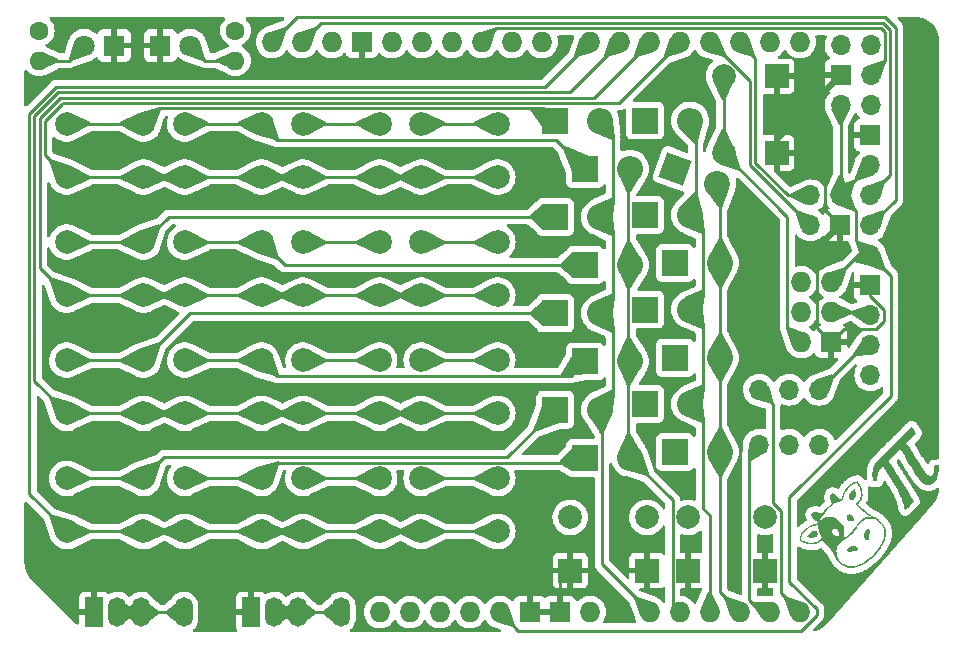
<source format=gbr>
%TF.GenerationSoftware,KiCad,Pcbnew,7.0.2-0*%
%TF.CreationDate,2023-05-27T13:50:39-05:00*%
%TF.ProjectId,CowPi-Shield,436f7750-692d-4536-9869-656c642e6b69,mk3b*%
%TF.SameCoordinates,Original*%
%TF.FileFunction,Copper,L1,Top*%
%TF.FilePolarity,Positive*%
%FSLAX46Y46*%
G04 Gerber Fmt 4.6, Leading zero omitted, Abs format (unit mm)*
G04 Created by KiCad (PCBNEW 7.0.2-0) date 2023-05-27 13:50:39*
%MOMM*%
%LPD*%
G01*
G04 APERTURE LIST*
G04 Aperture macros list*
%AMHorizOval*
0 Thick line with rounded ends*
0 $1 width*
0 $2 $3 position (X,Y) of the first rounded end (center of the circle)*
0 $4 $5 position (X,Y) of the second rounded end (center of the circle)*
0 Add line between two ends*
20,1,$1,$2,$3,$4,$5,0*
0 Add two circle primitives to create the rounded ends*
1,1,$1,$2,$3*
1,1,$1,$4,$5*%
%AMRotRect*
0 Rectangle, with rotation*
0 The origin of the aperture is its center*
0 $1 length*
0 $2 width*
0 $3 Rotation angle, in degrees counterclockwise*
0 Add horizontal line*
21,1,$1,$2,0,0,$3*%
G04 Aperture macros list end*
%TA.AperFunction,ComponentPad*%
%ADD10R,2.200000X2.200000*%
%TD*%
%TA.AperFunction,ComponentPad*%
%ADD11O,2.200000X2.200000*%
%TD*%
%TA.AperFunction,ComponentPad*%
%ADD12O,1.727200X1.727200*%
%TD*%
%TA.AperFunction,ComponentPad*%
%ADD13R,1.727200X1.727200*%
%TD*%
%TA.AperFunction,ComponentPad*%
%ADD14O,1.700000X1.700000*%
%TD*%
%TA.AperFunction,ComponentPad*%
%ADD15R,1.500000X2.500000*%
%TD*%
%TA.AperFunction,ComponentPad*%
%ADD16O,1.500000X2.500000*%
%TD*%
%TA.AperFunction,ComponentPad*%
%ADD17R,2.000000X2.000000*%
%TD*%
%TA.AperFunction,ComponentPad*%
%ADD18C,2.000000*%
%TD*%
%TA.AperFunction,ComponentPad*%
%ADD19R,1.800000X1.800000*%
%TD*%
%TA.AperFunction,ComponentPad*%
%ADD20C,1.800000*%
%TD*%
%TA.AperFunction,ComponentPad*%
%ADD21R,1.700000X1.700000*%
%TD*%
%TA.AperFunction,ComponentPad*%
%ADD22C,1.600000*%
%TD*%
%TA.AperFunction,ComponentPad*%
%ADD23O,1.600000X1.600000*%
%TD*%
%TA.AperFunction,ComponentPad*%
%ADD24RotRect,2.200000X2.200000X340.000000*%
%TD*%
%TA.AperFunction,ComponentPad*%
%ADD25HorizOval,2.200000X0.000000X0.000000X0.000000X0.000000X0*%
%TD*%
%TA.AperFunction,ViaPad*%
%ADD26C,0.800000*%
%TD*%
%TA.AperFunction,Conductor*%
%ADD27C,0.250000*%
%TD*%
%TA.AperFunction,Conductor*%
%ADD28C,0.500000*%
%TD*%
G04 APERTURE END LIST*
%TA.AperFunction,EtchedComponent*%
%TO.C,G\u002A\u002A\u002A*%
G36*
X167718459Y-122101036D02*
G01*
X167802329Y-122133719D01*
X167885387Y-122190305D01*
X167921307Y-122223810D01*
X167979092Y-122297652D01*
X168020877Y-122380994D01*
X168043280Y-122464748D01*
X168042917Y-122539828D01*
X168041474Y-122546614D01*
X168008816Y-122619779D01*
X167953010Y-122676549D01*
X167881359Y-122709817D01*
X167871555Y-122711987D01*
X167787665Y-122712888D01*
X167699619Y-122687405D01*
X167613727Y-122639832D01*
X167536300Y-122574470D01*
X167473649Y-122495614D01*
X167434268Y-122414212D01*
X167415272Y-122322016D01*
X167422603Y-122243113D01*
X167452384Y-122179018D01*
X167500737Y-122131247D01*
X167563786Y-122101315D01*
X167637652Y-122090741D01*
X167718459Y-122101036D01*
G37*
%TD.AperFunction*%
%TA.AperFunction,EtchedComponent*%
G36*
X168107547Y-120023968D02*
G01*
X168153587Y-120114739D01*
X168184443Y-120224677D01*
X168198949Y-120343714D01*
X168195940Y-120461787D01*
X168174249Y-120568830D01*
X168171591Y-120576849D01*
X168122458Y-120684094D01*
X168056664Y-120773152D01*
X168000535Y-120822723D01*
X167915906Y-120866355D01*
X167830521Y-120880075D01*
X167749015Y-120864079D01*
X167676023Y-120818567D01*
X167665241Y-120808356D01*
X167609818Y-120736315D01*
X167581850Y-120656567D01*
X167581051Y-120565945D01*
X167607138Y-120461282D01*
X167629023Y-120405364D01*
X167670720Y-120332018D01*
X167733646Y-120250720D01*
X167810636Y-120169161D01*
X167894528Y-120095036D01*
X167965732Y-120043734D01*
X168073974Y-119974890D01*
X168107547Y-120023968D01*
G37*
%TD.AperFunction*%
%TA.AperFunction,EtchedComponent*%
G36*
X164801003Y-123507196D02*
G01*
X164873833Y-123545417D01*
X164927956Y-123605480D01*
X164960032Y-123686114D01*
X164964517Y-123711531D01*
X164962748Y-123803378D01*
X164930934Y-123887043D01*
X164868264Y-123964124D01*
X164813140Y-124009611D01*
X164705765Y-124068677D01*
X164583067Y-124103795D01*
X164452571Y-124114018D01*
X164321796Y-124098401D01*
X164255893Y-124079654D01*
X164193614Y-124056366D01*
X164140383Y-124033532D01*
X164106219Y-124015510D01*
X164102912Y-124013147D01*
X164085313Y-123985996D01*
X164089689Y-123947463D01*
X164117050Y-123895784D01*
X164168407Y-123829196D01*
X164244770Y-123745933D01*
X164271547Y-123718608D01*
X164336158Y-123654633D01*
X164385515Y-123609411D01*
X164426223Y-123577756D01*
X164464885Y-123554478D01*
X164503667Y-123536287D01*
X164612579Y-123501361D01*
X164712805Y-123492087D01*
X164801003Y-123507196D01*
G37*
%TD.AperFunction*%
%TA.AperFunction,EtchedComponent*%
G36*
X169268935Y-123381588D02*
G01*
X169331029Y-123415306D01*
X169343322Y-123426384D01*
X169380872Y-123476303D01*
X169397816Y-123533631D01*
X169394445Y-123603897D01*
X169371054Y-123692632D01*
X169359172Y-123726415D01*
X169329482Y-123818332D01*
X169313927Y-123900689D01*
X169309435Y-123991397D01*
X169309644Y-124015313D01*
X169307517Y-124104076D01*
X169295617Y-124169180D01*
X169270787Y-124218700D01*
X169229864Y-124260711D01*
X169206738Y-124278333D01*
X169150221Y-124301052D01*
X169089065Y-124295798D01*
X169027837Y-124265681D01*
X168971096Y-124213812D01*
X168923406Y-124143305D01*
X168890938Y-124062925D01*
X168870465Y-123946300D01*
X168872341Y-123822770D01*
X168894831Y-123700681D01*
X168936203Y-123588380D01*
X168994722Y-123494209D01*
X169013605Y-123472583D01*
X169059596Y-123429658D01*
X169106554Y-123394645D01*
X169132168Y-123380604D01*
X169198208Y-123369058D01*
X169268935Y-123381588D01*
G37*
%TD.AperFunction*%
%TA.AperFunction,EtchedComponent*%
G36*
X168086492Y-124791406D02*
G01*
X168199921Y-124821853D01*
X168292292Y-124876493D01*
X168318841Y-124900472D01*
X168369884Y-124963850D01*
X168390385Y-125023295D01*
X168381277Y-125082650D01*
X168369175Y-125107896D01*
X168344557Y-125148921D01*
X168322507Y-125173820D01*
X168290416Y-125195110D01*
X168269704Y-125206648D01*
X168229585Y-125218188D01*
X168167805Y-125223842D01*
X168095922Y-125222726D01*
X168008841Y-125221627D01*
X167931163Y-125232558D01*
X167845339Y-125258129D01*
X167836478Y-125261287D01*
X167744375Y-125291900D01*
X167674741Y-125307636D01*
X167621131Y-125308287D01*
X167577105Y-125293646D01*
X167536220Y-125263502D01*
X167523365Y-125251168D01*
X167473748Y-125183778D01*
X167456347Y-125113455D01*
X167471232Y-125040854D01*
X167496853Y-124994771D01*
X167573982Y-124910904D01*
X167674825Y-124847358D01*
X167796986Y-124805237D01*
X167938068Y-124785647D01*
X167951607Y-124785027D01*
X168086492Y-124791406D01*
G37*
%TD.AperFunction*%
%TA.AperFunction,EtchedComponent*%
G36*
X172926049Y-114699359D02*
G01*
X172927619Y-114700710D01*
X172943388Y-114721447D01*
X172974190Y-114766393D01*
X173017882Y-114832267D01*
X173072319Y-114915787D01*
X173135355Y-115013669D01*
X173204846Y-115122632D01*
X173252986Y-115198677D01*
X173272945Y-115230296D01*
X172461509Y-116041732D01*
X172538447Y-116165373D01*
X172595033Y-116256007D01*
X172663020Y-116364399D01*
X172740760Y-116487951D01*
X172826602Y-116624071D01*
X172918899Y-116770163D01*
X173016000Y-116923632D01*
X173116257Y-117081883D01*
X173218021Y-117242321D01*
X173319640Y-117402350D01*
X173419469Y-117559377D01*
X173515856Y-117710805D01*
X173607151Y-117854040D01*
X173691709Y-117986487D01*
X173767877Y-118105551D01*
X173834006Y-118208637D01*
X173888449Y-118293149D01*
X173929555Y-118356493D01*
X173955677Y-118396074D01*
X173961633Y-118404777D01*
X174010409Y-118470107D01*
X174072083Y-118546941D01*
X174137027Y-118623472D01*
X174172541Y-118663229D01*
X174265638Y-118757068D01*
X174348066Y-118821990D01*
X174422494Y-118858625D01*
X174491595Y-118867603D01*
X174558037Y-118849557D01*
X174624488Y-118805115D01*
X174654673Y-118777107D01*
X174708941Y-118711501D01*
X174750424Y-118633881D01*
X174780384Y-118539800D01*
X174800081Y-118424813D01*
X174810774Y-118284476D01*
X174812836Y-118219199D01*
X174817995Y-117977954D01*
X175005370Y-117971934D01*
X175192745Y-117965914D01*
X175193908Y-118171934D01*
X175188413Y-118410084D01*
X175168516Y-118621976D01*
X175133371Y-118810799D01*
X175082134Y-118979746D01*
X175013957Y-119132004D01*
X174927994Y-119270764D01*
X174888810Y-119322738D01*
X174844701Y-119378025D01*
X174812863Y-119415845D01*
X174785334Y-119444058D01*
X174754150Y-119470529D01*
X174711350Y-119503119D01*
X174690066Y-119518979D01*
X174577671Y-119583104D01*
X174450002Y-119621705D01*
X174312961Y-119633803D01*
X174172451Y-119618419D01*
X174138359Y-119610397D01*
X174084251Y-119591354D01*
X174016181Y-119560565D01*
X173947294Y-119524077D01*
X173935200Y-119516998D01*
X173880848Y-119483177D01*
X173834954Y-119450250D01*
X173790400Y-119412043D01*
X173740066Y-119362376D01*
X173676831Y-119295072D01*
X173666521Y-119283866D01*
X173607426Y-119217912D01*
X173550100Y-119150165D01*
X173492174Y-119077307D01*
X173431275Y-118996023D01*
X173365033Y-118902996D01*
X173291078Y-118794910D01*
X173207039Y-118668450D01*
X173110543Y-118520299D01*
X173020029Y-118379631D01*
X172814025Y-118053837D01*
X172627926Y-117750244D01*
X172460396Y-117466559D01*
X172310102Y-117200492D01*
X172175708Y-116949750D01*
X172094475Y-116790349D01*
X172055491Y-116714417D01*
X172019840Y-116649133D01*
X171990666Y-116599957D01*
X171971118Y-116572349D01*
X171966681Y-116568560D01*
X171958125Y-116569292D01*
X171942980Y-116577953D01*
X171919322Y-116596351D01*
X171885226Y-116626294D01*
X171838767Y-116669591D01*
X171778018Y-116728050D01*
X171701055Y-116803480D01*
X171605954Y-116897688D01*
X171490787Y-117012482D01*
X171439866Y-117063375D01*
X171334937Y-117168593D01*
X171237684Y-117266673D01*
X171150389Y-117355273D01*
X171075334Y-117432051D01*
X171014802Y-117494662D01*
X170971074Y-117540765D01*
X170946434Y-117568018D01*
X170941778Y-117574638D01*
X170951333Y-117588928D01*
X170977192Y-117628538D01*
X171018104Y-117691532D01*
X171072819Y-117775976D01*
X171140086Y-117879935D01*
X171218656Y-118001474D01*
X171307275Y-118138659D01*
X171404694Y-118289555D01*
X171509663Y-118452227D01*
X171620931Y-118624740D01*
X171737246Y-118805159D01*
X171740564Y-118810307D01*
X171940073Y-119120479D01*
X172122043Y-119404739D01*
X172287069Y-119664045D01*
X172435748Y-119899356D01*
X172568678Y-120111632D01*
X172686453Y-120301830D01*
X172789670Y-120470911D01*
X172878926Y-120619831D01*
X172954815Y-120749551D01*
X173017936Y-120861029D01*
X173034154Y-120890479D01*
X173098978Y-121009043D01*
X172739333Y-121374740D01*
X172651277Y-121463743D01*
X172570508Y-121544352D01*
X172499795Y-121613887D01*
X172441904Y-121669667D01*
X172399601Y-121709011D01*
X172375654Y-121729239D01*
X172371334Y-121731278D01*
X172358780Y-121713811D01*
X172334282Y-121677291D01*
X172306248Y-121634401D01*
X172265397Y-121558210D01*
X172244651Y-121481255D01*
X172240647Y-121447843D01*
X172218943Y-121289949D01*
X172180710Y-121119964D01*
X172125242Y-120936084D01*
X172051831Y-120736504D01*
X171959769Y-120519421D01*
X171848351Y-120283028D01*
X171716867Y-120025524D01*
X171593818Y-119797776D01*
X171553679Y-119726921D01*
X171498815Y-119632848D01*
X171431763Y-119519775D01*
X171355064Y-119391918D01*
X171271259Y-119253497D01*
X171182888Y-119108731D01*
X171092491Y-118961837D01*
X171020858Y-118846327D01*
X170935480Y-118709154D01*
X170853771Y-118577877D01*
X170777642Y-118455564D01*
X170709004Y-118345286D01*
X170649767Y-118250111D01*
X170601843Y-118173112D01*
X170567142Y-118117357D01*
X170547576Y-118085917D01*
X170547082Y-118085123D01*
X170495430Y-118002119D01*
X170338413Y-118170391D01*
X170269097Y-118246132D01*
X170217533Y-118306709D01*
X170178168Y-118359494D01*
X170145452Y-118411859D01*
X170117794Y-118463368D01*
X170058979Y-118606380D01*
X170021447Y-118764741D01*
X170004480Y-118942373D01*
X170004611Y-119084755D01*
X170011954Y-119294577D01*
X169833580Y-119309999D01*
X169759769Y-119316284D01*
X169697406Y-119321418D01*
X169653887Y-119324801D01*
X169637458Y-119325849D01*
X169630176Y-119310701D01*
X169622502Y-119268472D01*
X169614809Y-119204493D01*
X169607464Y-119124095D01*
X169600837Y-119032605D01*
X169595298Y-118935353D01*
X169591215Y-118837670D01*
X169588958Y-118744886D01*
X169588896Y-118662329D01*
X169589538Y-118634325D01*
X169607304Y-118420354D01*
X169647860Y-118224747D01*
X169713313Y-118042090D01*
X169805765Y-117866973D01*
X169927320Y-117693980D01*
X169980065Y-117629460D01*
X170009217Y-117597154D01*
X170060059Y-117543319D01*
X170131290Y-117469278D01*
X170221606Y-117376353D01*
X170329704Y-117265867D01*
X170454280Y-117139143D01*
X170594032Y-116997504D01*
X170747655Y-116842273D01*
X170913847Y-116674771D01*
X171091304Y-116496323D01*
X171278723Y-116308250D01*
X171474801Y-116111877D01*
X171505593Y-116081074D01*
X171713963Y-115872668D01*
X171900638Y-115686025D01*
X172066832Y-115519969D01*
X172213754Y-115373323D01*
X172342617Y-115244910D01*
X172454634Y-115133552D01*
X172551017Y-115038074D01*
X172632978Y-114957300D01*
X172701728Y-114890052D01*
X172758482Y-114835154D01*
X172804449Y-114791429D01*
X172840844Y-114757700D01*
X172868877Y-114732790D01*
X172889760Y-114715525D01*
X172904707Y-114704725D01*
X172914929Y-114699215D01*
X172921639Y-114697819D01*
X172926049Y-114699359D01*
G37*
%TD.AperFunction*%
%TA.AperFunction,EtchedComponent*%
G36*
X168357886Y-119314983D02*
G01*
X168375193Y-119330611D01*
X168403805Y-119368408D01*
X168439617Y-119422018D01*
X168478519Y-119485090D01*
X168516403Y-119551273D01*
X168541858Y-119599483D01*
X168588279Y-119702195D01*
X168633505Y-119821498D01*
X168674647Y-119947937D01*
X168708811Y-120072053D01*
X168733105Y-120184391D01*
X168743424Y-120258653D01*
X168748370Y-120453451D01*
X168726524Y-120631213D01*
X168677083Y-120794270D01*
X168599254Y-120944953D01*
X168492238Y-121085593D01*
X168442653Y-121137990D01*
X168331731Y-121248912D01*
X168398490Y-121302500D01*
X168427133Y-121326417D01*
X168476515Y-121368681D01*
X168543068Y-121426191D01*
X168623218Y-121495848D01*
X168713395Y-121574553D01*
X168810027Y-121659205D01*
X168854526Y-121698290D01*
X168952811Y-121784275D01*
X169046289Y-121865276D01*
X169131395Y-121938261D01*
X169204565Y-122000203D01*
X169262235Y-122048070D01*
X169300839Y-122078836D01*
X169311133Y-122086356D01*
X169350176Y-122110470D01*
X169410835Y-122144977D01*
X169485719Y-122185800D01*
X169567437Y-122228853D01*
X169593060Y-122242045D01*
X169733077Y-122314790D01*
X169848914Y-122377854D01*
X169945987Y-122434785D01*
X170029713Y-122489129D01*
X170105508Y-122544436D01*
X170178791Y-122604251D01*
X170254977Y-122672123D01*
X170267761Y-122683932D01*
X170406662Y-122823447D01*
X170517307Y-122960092D01*
X170602693Y-123099602D01*
X170665821Y-123247710D01*
X170709689Y-123410154D01*
X170735827Y-123579096D01*
X170740737Y-123733650D01*
X170724524Y-123905391D01*
X170688781Y-124088378D01*
X170635097Y-124276666D01*
X170565064Y-124464312D01*
X170480273Y-124645372D01*
X170422620Y-124748976D01*
X170295908Y-124945594D01*
X170146084Y-125149752D01*
X169979037Y-125354504D01*
X169800662Y-125552904D01*
X169616846Y-125738005D01*
X169471853Y-125870096D01*
X169322603Y-125993887D01*
X169167727Y-126112249D01*
X169013459Y-126220861D01*
X168866037Y-126315399D01*
X168731698Y-126391539D01*
X168688590Y-126413202D01*
X168443532Y-126518620D01*
X168208645Y-126593304D01*
X167983753Y-126637243D01*
X167768686Y-126650427D01*
X167563269Y-126632848D01*
X167367330Y-126584494D01*
X167180696Y-126505357D01*
X167003195Y-126395426D01*
X166896682Y-126310960D01*
X166852098Y-126269134D01*
X166802189Y-126222311D01*
X166712841Y-126122988D01*
X166625786Y-126008953D01*
X166538179Y-125876166D01*
X166447171Y-125720588D01*
X166349913Y-125538179D01*
X166344790Y-125528195D01*
X166303801Y-125448642D01*
X166265132Y-125374432D01*
X166232606Y-125312854D01*
X166210057Y-125271199D01*
X166206661Y-125265164D01*
X166190262Y-125242683D01*
X166155676Y-125199567D01*
X166544717Y-125199567D01*
X166545717Y-125374042D01*
X166547228Y-125388986D01*
X166565755Y-125492127D01*
X166598587Y-125610212D01*
X166641667Y-125731466D01*
X166690938Y-125844116D01*
X166727844Y-125913076D01*
X166784060Y-125993805D01*
X166859955Y-126083362D01*
X166947517Y-126173715D01*
X167038738Y-126256830D01*
X167125606Y-126324676D01*
X167162479Y-126348899D01*
X167333719Y-126434251D01*
X167516474Y-126490011D01*
X167709451Y-126516370D01*
X167911353Y-126513513D01*
X168120884Y-126481633D01*
X168336747Y-126420915D01*
X168557648Y-126331549D01*
X168782291Y-126213723D01*
X168986496Y-126083572D01*
X169226117Y-125904452D01*
X169464513Y-125700106D01*
X169694428Y-125477155D01*
X169908604Y-125242226D01*
X169910317Y-125240220D01*
X170096141Y-125006650D01*
X170253645Y-124775196D01*
X170382565Y-124546819D01*
X170482638Y-124322484D01*
X170553603Y-124103155D01*
X170595200Y-123889796D01*
X170607165Y-123683371D01*
X170589235Y-123484843D01*
X170541151Y-123295176D01*
X170479253Y-123147376D01*
X170453373Y-123097562D01*
X170428227Y-123055586D01*
X170398968Y-123015328D01*
X170360748Y-122970672D01*
X170308720Y-122915497D01*
X170241129Y-122846799D01*
X170169142Y-122775131D01*
X170113361Y-122722195D01*
X170067801Y-122683087D01*
X170026476Y-122652908D01*
X169983403Y-122626754D01*
X169951282Y-122609407D01*
X169794133Y-122537153D01*
X169643152Y-122490159D01*
X169487972Y-122465799D01*
X169364721Y-122460799D01*
X169194608Y-122471417D01*
X169037370Y-122504009D01*
X168890833Y-122560075D01*
X168752822Y-122641116D01*
X168621163Y-122748629D01*
X168493683Y-122884116D01*
X168368204Y-123049075D01*
X168253126Y-123227394D01*
X168175799Y-123353570D01*
X168109264Y-123456879D01*
X168049062Y-123543064D01*
X167990730Y-123617863D01*
X167929804Y-123687016D01*
X167861825Y-123756264D01*
X167786964Y-123827070D01*
X167721832Y-123886117D01*
X167664017Y-123935332D01*
X167606687Y-123979679D01*
X167543004Y-124024126D01*
X167466134Y-124073637D01*
X167369241Y-124133177D01*
X167347146Y-124146551D01*
X167244254Y-124209469D01*
X167162982Y-124261321D01*
X167096679Y-124306906D01*
X167038697Y-124351023D01*
X166982385Y-124398473D01*
X166921097Y-124454051D01*
X166843494Y-124528168D01*
X166785442Y-124589128D01*
X166740916Y-124643694D01*
X166705397Y-124696186D01*
X166626409Y-124852522D01*
X166572231Y-125023021D01*
X166544717Y-125199567D01*
X166155676Y-125199567D01*
X166155411Y-125199237D01*
X166105029Y-125138233D01*
X166042041Y-125063076D01*
X165969374Y-124977173D01*
X165889950Y-124883931D01*
X165806694Y-124786755D01*
X165722530Y-124689052D01*
X165640384Y-124594227D01*
X165597147Y-124544643D01*
X165563178Y-124505689D01*
X165493838Y-124426841D01*
X165435287Y-124361092D01*
X165390451Y-124311846D01*
X165367467Y-124287676D01*
X165330411Y-124250232D01*
X165223932Y-124356710D01*
X165087620Y-124473921D01*
X164942103Y-124560945D01*
X164784244Y-124619133D01*
X164610902Y-124649840D01*
X164532294Y-124654882D01*
X164379125Y-124653600D01*
X164233649Y-124637644D01*
X164087514Y-124605243D01*
X163932369Y-124554625D01*
X163790648Y-124497453D01*
X163721986Y-124465608D01*
X163646045Y-124426838D01*
X163570263Y-124385342D01*
X163502074Y-124345320D01*
X163463219Y-124320213D01*
X163448915Y-124310970D01*
X163419556Y-124287869D01*
X163412422Y-124261587D01*
X163414262Y-124211461D01*
X163416301Y-124197060D01*
X163550224Y-124197060D01*
X163560715Y-124222717D01*
X163600132Y-124253017D01*
X163663019Y-124290888D01*
X163742373Y-124332829D01*
X163831194Y-124375345D01*
X163922481Y-124414937D01*
X164009230Y-124448106D01*
X164017784Y-124451071D01*
X164214456Y-124505198D01*
X164403595Y-124530649D01*
X164583291Y-124527499D01*
X164751628Y-124495828D01*
X164906695Y-124435715D01*
X164948798Y-124413036D01*
X165015132Y-124367086D01*
X165089910Y-124303193D01*
X165163695Y-124230458D01*
X165227052Y-124157981D01*
X165259238Y-124113678D01*
X165303812Y-124044767D01*
X165235272Y-123914142D01*
X165154687Y-123742782D01*
X165090621Y-123569345D01*
X165075013Y-123511634D01*
X166178298Y-123511634D01*
X166183124Y-123597886D01*
X166196211Y-123647574D01*
X166215568Y-123698648D01*
X166240787Y-123741744D01*
X166279038Y-123787500D01*
X166316191Y-123825599D01*
X166400149Y-123897309D01*
X166480815Y-123940424D01*
X166563758Y-123957534D01*
X166600087Y-123957615D01*
X166649086Y-123951708D01*
X166687769Y-123935641D01*
X166729144Y-123903078D01*
X166747494Y-123885817D01*
X166780632Y-123846396D01*
X166796877Y-123802049D01*
X166801874Y-123758941D01*
X166797160Y-123668026D01*
X166768434Y-123585434D01*
X166712792Y-123504428D01*
X166673920Y-123462366D01*
X166586384Y-123389616D01*
X166497297Y-123344080D01*
X166410113Y-123326446D01*
X166328287Y-123337399D01*
X166255274Y-123377628D01*
X166253828Y-123378818D01*
X166201718Y-123439303D01*
X166178298Y-123511634D01*
X165075013Y-123511634D01*
X165044916Y-123400348D01*
X165019418Y-123242311D01*
X165014674Y-123134332D01*
X165014211Y-123082777D01*
X165011328Y-123045808D01*
X165008010Y-123033818D01*
X164986251Y-123030432D01*
X164939586Y-123033739D01*
X164874561Y-123042556D01*
X164797718Y-123055704D01*
X164751246Y-123064924D01*
X164715600Y-123071997D01*
X164634750Y-123090254D01*
X164561712Y-123109294D01*
X164520328Y-123121926D01*
X164322786Y-123202148D01*
X164140624Y-123305694D01*
X163976994Y-123429860D01*
X163835043Y-123571936D01*
X163717926Y-123729216D01*
X163636335Y-123881573D01*
X163595628Y-123982075D01*
X163567063Y-124071065D01*
X163551607Y-124144181D01*
X163550224Y-124197060D01*
X163416301Y-124197060D01*
X163423757Y-124144388D01*
X163439583Y-124067264D01*
X163460420Y-123986986D01*
X163484947Y-123910452D01*
X163498806Y-123874212D01*
X163538926Y-123781946D01*
X163579289Y-123703763D01*
X163624946Y-123632451D01*
X163680951Y-123560803D01*
X163752354Y-123481610D01*
X163829383Y-123402523D01*
X163927050Y-123307398D01*
X164012442Y-123232328D01*
X164093381Y-123171927D01*
X164177689Y-123120811D01*
X164273189Y-123073595D01*
X164363914Y-123034597D01*
X164461455Y-123000139D01*
X164582203Y-122966451D01*
X164716980Y-122935815D01*
X164856609Y-122910513D01*
X164873518Y-122907903D01*
X164900697Y-122900992D01*
X164916959Y-122884559D01*
X164929950Y-122849091D01*
X164934806Y-122831650D01*
X164946468Y-122788335D01*
X164953791Y-122760487D01*
X164954878Y-122756004D01*
X164943130Y-122744659D01*
X164910365Y-122718177D01*
X164884453Y-122698166D01*
X165118004Y-122698166D01*
X165128091Y-122693736D01*
X165151708Y-122671455D01*
X165192227Y-122629038D01*
X165223153Y-122596070D01*
X165344701Y-122483304D01*
X165471996Y-122400503D01*
X165610248Y-122345302D01*
X165764663Y-122315339D01*
X165856080Y-122308838D01*
X166053676Y-122317554D01*
X166243997Y-122357833D01*
X166427076Y-122429690D01*
X166602946Y-122533138D01*
X166771640Y-122668191D01*
X166831895Y-122725824D01*
X166963330Y-122870669D01*
X167064940Y-123014176D01*
X167138780Y-123160899D01*
X167186905Y-123315391D01*
X167211367Y-123482204D01*
X167215425Y-123575783D01*
X167203510Y-123753778D01*
X167162147Y-123924281D01*
X167108321Y-124056727D01*
X167052827Y-124173159D01*
X167110753Y-124139391D01*
X167234394Y-124066901D01*
X167334725Y-124006673D01*
X167416697Y-123955090D01*
X167485262Y-123908532D01*
X167545373Y-123863382D01*
X167601981Y-123816021D01*
X167660037Y-123762830D01*
X167724493Y-123700189D01*
X167759737Y-123665126D01*
X167966128Y-123458895D01*
X168133939Y-123179701D01*
X168196440Y-123076783D01*
X168247583Y-122995726D01*
X168291944Y-122930160D01*
X168334101Y-122873716D01*
X168378631Y-122820022D01*
X168430109Y-122762708D01*
X168445430Y-122746179D01*
X168593680Y-122603882D01*
X168746019Y-122492413D01*
X168905775Y-122410189D01*
X169076284Y-122355628D01*
X169260877Y-122327147D01*
X169337180Y-122322774D01*
X169402144Y-122320449D01*
X169453136Y-122318262D01*
X169482762Y-122316548D01*
X169487246Y-122315979D01*
X169475540Y-122309463D01*
X169442447Y-122295095D01*
X169419213Y-122285628D01*
X169374602Y-122266293D01*
X169329247Y-122243033D01*
X169280554Y-122213851D01*
X169225926Y-122176747D01*
X169162767Y-122129723D01*
X169088481Y-122070782D01*
X169000470Y-121997923D01*
X168896142Y-121909149D01*
X168772896Y-121802462D01*
X168635704Y-121682499D01*
X168118869Y-121229098D01*
X168155058Y-121207230D01*
X168182128Y-121187378D01*
X168226108Y-121151382D01*
X168280046Y-121105041D01*
X168317967Y-121071385D01*
X168388958Y-121004700D01*
X168440969Y-120948215D01*
X168481477Y-120893393D01*
X168499926Y-120863646D01*
X168569315Y-120714377D01*
X168610543Y-120551655D01*
X168623827Y-120377702D01*
X168609379Y-120194745D01*
X168567415Y-120005008D01*
X168498149Y-119810716D01*
X168401796Y-119614094D01*
X168374917Y-119567233D01*
X168307076Y-119452222D01*
X168258306Y-119456846D01*
X168196331Y-119469203D01*
X168115421Y-119494467D01*
X168024522Y-119529014D01*
X167932586Y-119569219D01*
X167848561Y-119611456D01*
X167789027Y-119646924D01*
X167690677Y-119722306D01*
X167587795Y-119818353D01*
X167488802Y-119926011D01*
X167402115Y-120036225D01*
X167344412Y-120125125D01*
X167249370Y-120322447D01*
X167179443Y-120537047D01*
X167136149Y-120763971D01*
X167129226Y-120826692D01*
X167120044Y-120924853D01*
X166928663Y-120979447D01*
X166676122Y-121067709D01*
X166428541Y-121187138D01*
X166185023Y-121338194D01*
X166074428Y-121418194D01*
X165973094Y-121501373D01*
X165861208Y-121604305D01*
X165745905Y-121719580D01*
X165634325Y-121839788D01*
X165533606Y-121957515D01*
X165450885Y-122065352D01*
X165450242Y-122066258D01*
X165393443Y-122150932D01*
X165333640Y-122247958D01*
X165274589Y-122350457D01*
X165220042Y-122451545D01*
X165173754Y-122544341D01*
X165139481Y-122621962D01*
X165124939Y-122662611D01*
X165118077Y-122687030D01*
X165118004Y-122698166D01*
X164884453Y-122698166D01*
X164861704Y-122680597D01*
X164806547Y-122639127D01*
X164699891Y-122554264D01*
X164612864Y-122473472D01*
X164577854Y-122435363D01*
X164494002Y-122325926D01*
X164439412Y-122228507D01*
X164413914Y-122143703D01*
X164417338Y-122072112D01*
X164449515Y-122014332D01*
X164510276Y-121970960D01*
X164599450Y-121942594D01*
X164716868Y-121929831D01*
X164721429Y-121929676D01*
X164841189Y-121934265D01*
X164973656Y-121953085D01*
X165103919Y-121983388D01*
X165210398Y-122019634D01*
X165266634Y-122039693D01*
X165299925Y-122042996D01*
X165313144Y-122033753D01*
X165356371Y-121967138D01*
X165420430Y-121885044D01*
X165500706Y-121792076D01*
X165592585Y-121692840D01*
X165691450Y-121591944D01*
X165792690Y-121493994D01*
X165891688Y-121403595D01*
X165983831Y-121325357D01*
X166064503Y-121263883D01*
X166119339Y-121228951D01*
X166130501Y-121213777D01*
X166128741Y-121183527D01*
X166113332Y-121132331D01*
X166104302Y-121107638D01*
X166062612Y-120976560D01*
X166034765Y-120845141D01*
X166020800Y-120718406D01*
X166020754Y-120601383D01*
X166034666Y-120499100D01*
X166062575Y-120416584D01*
X166098642Y-120364412D01*
X166145638Y-120329517D01*
X166198058Y-120316842D01*
X166260705Y-120326746D01*
X166338385Y-120359590D01*
X166386538Y-120385983D01*
X166449168Y-120430100D01*
X166522977Y-120494234D01*
X166601316Y-120571327D01*
X166677535Y-120654322D01*
X166744988Y-120736157D01*
X166797024Y-120809777D01*
X166814921Y-120840792D01*
X166832329Y-120855991D01*
X166866054Y-120856828D01*
X166909936Y-120847437D01*
X166990598Y-120826385D01*
X167017514Y-120661700D01*
X167067851Y-120434471D01*
X167141972Y-120227869D01*
X167241520Y-120038843D01*
X167368140Y-119864339D01*
X167523473Y-119701308D01*
X167545097Y-119681486D01*
X167660687Y-119583726D01*
X167769019Y-119507635D01*
X167879671Y-119447178D01*
X167990894Y-119400495D01*
X168053441Y-119379529D01*
X168126149Y-119358715D01*
X168200921Y-119339941D01*
X168269656Y-119325093D01*
X168324253Y-119316060D01*
X168356616Y-119314728D01*
X168357886Y-119314983D01*
G37*
%TD.AperFunction*%
%TD*%
D10*
%TO.P,D11,1,K*%
%TO.N,Net-(D11-K)*%
X150340000Y-104770000D03*
D11*
%TO.P,D11,2,A*%
%TO.N,/col3*%
X154150000Y-104770000D03*
%TD*%
D10*
%TO.P,D4,1,K*%
%TO.N,Net-(D4-K)*%
X142720000Y-113250000D03*
D11*
%TO.P,D4,2,A*%
%TO.N,/col1*%
X146530000Y-113250000D03*
%TD*%
D12*
%TO.P,XA1,*%
%TO.N,*%
X127884000Y-130384237D03*
%TO.P,XA1,3V3,3.3V*%
%TO.N,/3V3*%
X135504000Y-130384237D03*
%TO.P,XA1,5V1,5V*%
%TO.N,/5V*%
X138044000Y-130384237D03*
%TO.P,XA1,5V2,SPI_5V*%
X166111000Y-102444237D03*
%TO.P,XA1,A0,A0*%
%TO.N,/col1*%
X150744000Y-130384237D03*
%TO.P,XA1,A1,A1*%
%TO.N,/col2*%
X153284000Y-130384237D03*
%TO.P,XA1,A2,A2*%
%TO.N,/col3*%
X155824000Y-130384237D03*
%TO.P,XA1,A3,A3*%
%TO.N,/colA*%
X158364000Y-130384237D03*
%TO.P,XA1,A4,A4*%
%TO.N,/spiLeftSwitch*%
X160904000Y-130384237D03*
%TO.P,XA1,A5,A5*%
%TO.N,/spiRightSwitch*%
X163444000Y-130384237D03*
%TO.P,XA1,AREF,AREF*%
%TO.N,unconnected-(XA1-PadAREF)*%
X123820000Y-82124237D03*
%TO.P,XA1,D0,D0/RX*%
%TO.N,unconnected-(XA1-D0{slash}RX-PadD0)*%
X163444000Y-82124237D03*
%TO.P,XA1,D1,D1/TX*%
%TO.N,unconnected-(XA1-D1{slash}TX-PadD1)*%
X160904000Y-82124237D03*
%TO.P,XA1,D2,D2_INT0*%
%TO.N,/D2*%
X158364000Y-82124237D03*
%TO.P,XA1,D3,D3_INT1*%
%TO.N,/D3*%
X155824000Y-82124237D03*
%TO.P,XA1,D4,D4*%
%TO.N,/row1*%
X153284000Y-82124237D03*
%TO.P,XA1,D5,D5*%
%TO.N,/row4*%
X150744000Y-82124237D03*
%TO.P,XA1,D6,D6*%
%TO.N,/row7*%
X148204000Y-82124237D03*
%TO.P,XA1,D7,D7*%
%TO.N,/row\u002A*%
X145664000Y-82124237D03*
%TO.P,XA1,D8,D8*%
%TO.N,/leftButton*%
X141600000Y-82124237D03*
%TO.P,XA1,D9,D9*%
%TO.N,/rightButton*%
X139060000Y-82124237D03*
%TO.P,XA1,D10,D10_CS*%
%TO.N,/CS{slash}i2cRightSwitch*%
X136520000Y-82124237D03*
%TO.P,XA1,D11,D11*%
%TO.N,/i2cLeftSwitch*%
X133980000Y-82124237D03*
%TO.P,XA1,D12,D12*%
%TO.N,/rightLED*%
X131440000Y-82124237D03*
%TO.P,XA1,D13,D13*%
%TO.N,/LeftLED*%
X128900000Y-82124237D03*
D13*
%TO.P,XA1,GND1,GND*%
%TO.N,GND*%
X126360000Y-82124237D03*
%TO.P,XA1,GND2,GND*%
X140584000Y-130384237D03*
%TO.P,XA1,GND3,GND*%
X143124000Y-130384237D03*
%TO.P,XA1,GND4,SPI_GND*%
X166111000Y-107524237D03*
D12*
%TO.P,XA1,IORF,IOREF*%
%TO.N,unconnected-(XA1-IOREF-PadIORF)*%
X130424000Y-130384237D03*
%TO.P,XA1,MISO,SPI_MISO*%
%TO.N,unconnected-(XA1-SPI_MISO-PadMISO)*%
X163571000Y-102444237D03*
%TO.P,XA1,MOSI,SPI_MOSI*%
%TO.N,/SDO*%
X166111000Y-104984237D03*
%TO.P,XA1,RST1,RESET*%
%TO.N,unconnected-(XA1-RESET-PadRST1)*%
X132964000Y-130384237D03*
%TO.P,XA1,RST2,SPI_RESET*%
%TO.N,Net-(SW19-A)*%
X163571000Y-107524237D03*
%TO.P,XA1,SCK,SPI_SCK*%
%TO.N,/SCK*%
X163571000Y-104984237D03*
%TO.P,XA1,SCL,SCL*%
%TO.N,/SCL*%
X118740000Y-82124237D03*
%TO.P,XA1,SDA,SDA*%
%TO.N,/SDA*%
X121280000Y-82124237D03*
%TO.P,XA1,VIN,VIN*%
%TO.N,unconnected-(XA1-PadVIN)*%
X145664000Y-130384237D03*
%TD*%
D10*
%TO.P,D7,1,K*%
%TO.N,Net-(D7-K)*%
X145260000Y-109170000D03*
D11*
%TO.P,D7,2,A*%
%TO.N,/col2*%
X149070000Y-109170000D03*
%TD*%
D14*
%TO.P,JP1,1,A*%
%TO.N,/spiLeftSwitch*%
X160000000Y-116210000D03*
%TO.P,JP1,2,C*%
%TO.N,Net-(JP1-C)*%
X162540000Y-116210000D03*
%TO.P,JP1,3,B*%
%TO.N,/i2cLeftSwitch*%
X165080000Y-116210000D03*
%TD*%
D15*
%TO.P,SW21,1,A*%
%TO.N,GND*%
X116956870Y-130410000D03*
D16*
%TO.P,SW21,2,B*%
%TO.N,Net-(JP2-C)*%
X118956870Y-130410000D03*
X120956870Y-130410000D03*
X124576870Y-130410000D03*
%TD*%
D17*
%TO.P,SW17,1,1*%
%TO.N,GND*%
X150500000Y-126870000D03*
%TO.P,SW17,2,2*%
X144000000Y-126870000D03*
D18*
%TO.P,SW17,3,K*%
%TO.N,/leftButton*%
X150500000Y-122370000D03*
%TO.P,SW17,4,A*%
X144000000Y-122370000D03*
%TD*%
D10*
%TO.P,D16,1,K*%
%TO.N,Net-(D16-K)*%
X152880000Y-116850000D03*
D11*
%TO.P,D16,2,A*%
%TO.N,/colA*%
X156690000Y-116850000D03*
%TD*%
D19*
%TO.P,D17,1,K*%
%TO.N,GND*%
X105390000Y-82420000D03*
D20*
%TO.P,D17,2,A*%
%TO.N,Net-(D17-A)*%
X102850000Y-82420000D03*
%TD*%
D18*
%TO.P,2,1,1*%
%TO.N,/row1*%
X117870000Y-93560000D03*
%TO.P,2,2,2*%
X111370000Y-93560000D03*
%TO.P,2,3,2*%
%TO.N,Net-(D5-K)*%
X111370000Y-89060000D03*
%TO.P,2,4,2*%
X117870000Y-89060000D03*
%TD*%
%TO.P,SW18,1,1*%
%TO.N,/rightButton*%
X154000000Y-122370000D03*
%TO.P,SW18,2,2*%
X160500000Y-122370000D03*
D17*
%TO.P,SW18,3,K*%
%TO.N,GND*%
X154000000Y-126870000D03*
%TO.P,SW18,4,A*%
X160500000Y-126870000D03*
%TD*%
D10*
%TO.P,D1,1,K*%
%TO.N,Net-(D1-K)*%
X142720000Y-88770000D03*
D11*
%TO.P,D1,2,A*%
%TO.N,/col1*%
X146530000Y-88770000D03*
%TD*%
D18*
%TO.P,8,1,1*%
%TO.N,/row7*%
X117870000Y-113560000D03*
%TO.P,8,2,2*%
X111370000Y-113560000D03*
%TO.P,8,3,2*%
%TO.N,Net-(D7-K)*%
X111370000Y-109060000D03*
%TO.P,8,4,2*%
X117870000Y-109060000D03*
%TD*%
%TO.P,9,1,1*%
%TO.N,/row7*%
X127870000Y-113560000D03*
%TO.P,9,2,2*%
X121370000Y-113560000D03*
%TO.P,9,3,2*%
%TO.N,Net-(D11-K)*%
X121370000Y-109060000D03*
%TO.P,9,4,2*%
X127870000Y-109060000D03*
%TD*%
D10*
%TO.P,D9,1,K*%
%TO.N,Net-(D9-K)*%
X150340000Y-88770000D03*
D11*
%TO.P,D9,2,A*%
%TO.N,/col3*%
X154150000Y-88770000D03*
%TD*%
D18*
%TO.P,4,1,1*%
%TO.N,/row4*%
X107870000Y-103560000D03*
%TO.P,4,2,2*%
X101370000Y-103560000D03*
%TO.P,4,3,2*%
%TO.N,Net-(D2-K)*%
X101370000Y-99060000D03*
%TO.P,4,4,2*%
X107870000Y-99060000D03*
%TD*%
D21*
%TO.P,J3,1,Pin_1*%
%TO.N,GND*%
X169405000Y-90020000D03*
D14*
%TO.P,J3,2,Pin_2*%
%TO.N,/5V*%
X169405000Y-92560000D03*
%TD*%
D18*
%TO.P,#,1,1*%
%TO.N,/row\u002A*%
X127870000Y-123560000D03*
%TO.P,#,2,2*%
X121370000Y-123560000D03*
%TO.P,#,3,2*%
%TO.N,Net-(D12-K)*%
X121370000Y-119060000D03*
%TO.P,#,4,2*%
X127870000Y-119060000D03*
%TD*%
%TO.P,0,1,1*%
%TO.N,/row\u002A*%
X117870000Y-123560000D03*
%TO.P,0,2,2*%
X111370000Y-123560000D03*
%TO.P,0,3,2*%
%TO.N,Net-(D8-K)*%
X111370000Y-119060000D03*
%TO.P,0,4,2*%
X117870000Y-119060000D03*
%TD*%
D15*
%TO.P,SW20,1,A*%
%TO.N,GND*%
X103656449Y-130410000D03*
D16*
%TO.P,SW20,2,B*%
%TO.N,Net-(JP1-C)*%
X105656449Y-130410000D03*
X107656449Y-130410000D03*
X111276449Y-130410000D03*
%TD*%
D10*
%TO.P,D10,1,K*%
%TO.N,Net-(D10-K)*%
X150340000Y-96770000D03*
D11*
%TO.P,D10,2,A*%
%TO.N,/col3*%
X154150000Y-96770000D03*
%TD*%
D10*
%TO.P,D8,1,K*%
%TO.N,Net-(D8-K)*%
X145260000Y-117330000D03*
D11*
%TO.P,D8,2,A*%
%TO.N,/col2*%
X149070000Y-117330000D03*
%TD*%
D10*
%TO.P,D3,1,K*%
%TO.N,Net-(D3-K)*%
X142720000Y-105090000D03*
D11*
%TO.P,D3,2,A*%
%TO.N,/col1*%
X146530000Y-105090000D03*
%TD*%
D18*
%TO.P,A,1,1*%
%TO.N,/row1*%
X137870000Y-93560000D03*
%TO.P,A,2,2*%
X131370000Y-93560000D03*
%TO.P,A,3,2*%
%TO.N,Net-(D13-K)*%
X131370000Y-89060000D03*
%TO.P,A,4,2*%
X137870000Y-89060000D03*
%TD*%
%TO.P,B,1,1*%
%TO.N,/row4*%
X137870000Y-103560000D03*
%TO.P,B,2,2*%
X131370000Y-103560000D03*
%TO.P,B,3,2*%
%TO.N,Net-(D14-K)*%
X131370000Y-99060000D03*
%TO.P,B,4,2*%
X137870000Y-99060000D03*
%TD*%
D10*
%TO.P,D2,1,K*%
%TO.N,Net-(D2-K)*%
X142720000Y-96930000D03*
D11*
%TO.P,D2,2,A*%
%TO.N,/col1*%
X146530000Y-96930000D03*
%TD*%
D22*
%TO.P,R,1*%
%TO.N,/LeftLED*%
X99040000Y-81150000D03*
D23*
%TO.P,R,2*%
%TO.N,Net-(D17-A)*%
X99040000Y-83690000D03*
%TD*%
D14*
%TO.P,J1,1,Pin_1*%
%TO.N,/SCK*%
X169425000Y-82400000D03*
%TO.P,J1,2,Pin_2*%
%TO.N,/3V3*%
X166885000Y-82400000D03*
%TO.P,J1,3,Pin_3*%
%TO.N,/CS{slash}i2cRightSwitch*%
X169425000Y-84940000D03*
D21*
%TO.P,J1,4,Pin_4*%
%TO.N,GND*%
X166885000Y-84940000D03*
D14*
%TO.P,J1,5,Pin_5*%
%TO.N,/SDO*%
X169425000Y-87480000D03*
%TO.P,J1,6,Pin_6*%
%TO.N,/5V*%
X166885000Y-87480000D03*
%TD*%
%TO.P,JP2,1,A*%
%TO.N,/spiRightSwitch*%
X160000000Y-111560000D03*
%TO.P,JP2,2,C*%
%TO.N,Net-(JP2-C)*%
X162540000Y-111560000D03*
%TO.P,JP2,3,B*%
%TO.N,/CS{slash}i2cRightSwitch*%
X165080000Y-111560000D03*
%TD*%
D18*
%TO.P,\u002A,1,1*%
%TO.N,/row\u002A*%
X107870000Y-123560000D03*
%TO.P,\u002A,2,2*%
X101370000Y-123560000D03*
%TO.P,\u002A,3,2*%
%TO.N,Net-(D4-K)*%
X101370000Y-119060000D03*
%TO.P,\u002A,4,2*%
X107870000Y-119060000D03*
%TD*%
D19*
%TO.P,D18,1,K*%
%TO.N,GND*%
X109300000Y-82420000D03*
D20*
%TO.P,D18,2,A*%
%TO.N,Net-(D18-A)*%
X111840000Y-82420000D03*
%TD*%
D18*
%TO.P,D,1,1*%
%TO.N,/row\u002A*%
X137870000Y-123560000D03*
%TO.P,D,2,2*%
X131370000Y-123560000D03*
%TO.P,D,3,2*%
%TO.N,Net-(D16-K)*%
X131370000Y-119060000D03*
%TO.P,D,4,2*%
X137870000Y-119060000D03*
%TD*%
D22*
%TO.P,R,1*%
%TO.N,/rightLED*%
X115650000Y-81150000D03*
D23*
%TO.P,R,2*%
%TO.N,Net-(D18-A)*%
X115650000Y-83690000D03*
%TD*%
D18*
%TO.P,5,1,1*%
%TO.N,/row4*%
X117870000Y-103560000D03*
%TO.P,5,2,2*%
X111370000Y-103560000D03*
%TO.P,5,3,2*%
%TO.N,Net-(D6-K)*%
X111370000Y-99060000D03*
%TO.P,5,4,2*%
X117870000Y-99060000D03*
%TD*%
%TO.P,6,1,1*%
%TO.N,/row4*%
X127870000Y-103560000D03*
%TO.P,6,2,2*%
X121370000Y-103560000D03*
%TO.P,6,3,2*%
%TO.N,Net-(D10-K)*%
X121370000Y-99060000D03*
%TO.P,6,4,2*%
X127870000Y-99060000D03*
%TD*%
D14*
%TO.P,J4,1,Pin_1*%
%TO.N,/5V*%
X169405000Y-100180000D03*
D21*
%TO.P,J4,2,Pin_2*%
%TO.N,GND*%
X169405000Y-102720000D03*
D14*
%TO.P,J4,3,Pin_3*%
%TO.N,/SDO*%
X169405000Y-105260000D03*
%TO.P,J4,4,Pin_4*%
%TO.N,/CS{slash}i2cRightSwitch*%
X169405000Y-107800000D03*
%TO.P,J4,5,Pin_5*%
%TO.N,/SCK*%
X169405000Y-110340000D03*
%TD*%
D24*
%TO.P,D13,1,K*%
%TO.N,Net-(D13-K)*%
X152880000Y-92850000D03*
D25*
%TO.P,D13,2,A*%
%TO.N,/colA*%
X156460229Y-94153097D03*
%TD*%
D10*
%TO.P,D6,1,K*%
%TO.N,Net-(D6-K)*%
X145260000Y-101010000D03*
D11*
%TO.P,D6,2,A*%
%TO.N,/col2*%
X149070000Y-101010000D03*
%TD*%
D10*
%TO.P,D12,1,K*%
%TO.N,Net-(D12-K)*%
X150340000Y-112770000D03*
D11*
%TO.P,D12,2,A*%
%TO.N,/col3*%
X154150000Y-112770000D03*
%TD*%
D17*
%TO.P,RESET,1,1*%
%TO.N,GND*%
X161480000Y-85020000D03*
%TO.P,RESET,2,2*%
X161480000Y-91520000D03*
D18*
%TO.P,RESET,3,2*%
%TO.N,Net-(SW19-A)*%
X156980000Y-91520000D03*
%TO.P,RESET,4,2*%
X156980000Y-85020000D03*
%TD*%
D10*
%TO.P,D14,1,K*%
%TO.N,Net-(D14-K)*%
X152880000Y-100850000D03*
D11*
%TO.P,D14,2,A*%
%TO.N,/colA*%
X156690000Y-100850000D03*
%TD*%
D18*
%TO.P,3,1,1*%
%TO.N,/row1*%
X127870000Y-93560000D03*
%TO.P,3,2,2*%
X121370000Y-93560000D03*
%TO.P,3,3,2*%
%TO.N,Net-(D9-K)*%
X121370000Y-89060000D03*
%TO.P,3,4,2*%
X127870000Y-89060000D03*
%TD*%
%TO.P,C,1,1*%
%TO.N,/row7*%
X137870000Y-113560000D03*
%TO.P,C,2,2*%
X131370000Y-113560000D03*
%TO.P,C,3,2*%
%TO.N,Net-(D15-K)*%
X131370000Y-109060000D03*
%TO.P,C,4,2*%
X137870000Y-109060000D03*
%TD*%
%TO.P,1,1,1*%
%TO.N,/row1*%
X107870000Y-93560000D03*
%TO.P,1,2,2*%
X101370000Y-93560000D03*
%TO.P,1,3,2*%
%TO.N,Net-(D1-K)*%
X101370000Y-89060000D03*
%TO.P,1,4,2*%
X107870000Y-89060000D03*
%TD*%
%TO.P,7,1,1*%
%TO.N,/row7*%
X107870000Y-113560000D03*
%TO.P,7,2,2*%
X101370000Y-113560000D03*
%TO.P,7,3,2*%
%TO.N,Net-(D3-K)*%
X101370000Y-109060000D03*
%TO.P,7,4,2*%
X107870000Y-109060000D03*
%TD*%
D10*
%TO.P,D15,1,K*%
%TO.N,Net-(D15-K)*%
X152880000Y-108850000D03*
D11*
%TO.P,D15,2,A*%
%TO.N,/colA*%
X156690000Y-108850000D03*
%TD*%
D14*
%TO.P,J2,1,Pin_1*%
%TO.N,/D2*%
X164325000Y-95100000D03*
%TO.P,J2,2,Pin_2*%
%TO.N,/D3*%
X164325000Y-97640000D03*
%TO.P,J2,3,Pin_3*%
%TO.N,/5V*%
X166865000Y-95100000D03*
D21*
%TO.P,J2,4,Pin_4*%
%TO.N,GND*%
X166865000Y-97640000D03*
D14*
%TO.P,J2,5,Pin_5*%
%TO.N,/SDA*%
X169405000Y-95100000D03*
%TO.P,J2,6,Pin_6*%
%TO.N,/SCL*%
X169405000Y-97640000D03*
%TD*%
D10*
%TO.P,D5,1,K*%
%TO.N,Net-(D5-K)*%
X145260000Y-92850000D03*
D11*
%TO.P,D5,2,A*%
%TO.N,/col2*%
X149070000Y-92850000D03*
%TD*%
D26*
%TO.N,GND*%
X140970000Y-111760000D03*
X167640000Y-113030000D03*
X173990000Y-81280000D03*
X140970000Y-123190000D03*
X140970000Y-102870000D03*
X153670000Y-119380000D03*
X137496540Y-115962630D03*
X166370000Y-129540000D03*
X140970000Y-92710000D03*
%TD*%
D27*
%TO.N,Net-(D1-K)*%
X101370000Y-89060000D02*
X107870000Y-89060000D01*
X109195000Y-87735000D02*
X107870000Y-89060000D01*
X141685000Y-87735000D02*
X109195000Y-87735000D01*
X142720000Y-88770000D02*
X141685000Y-87735000D01*
%TO.N,/col1*%
X147629999Y-112150001D02*
X147629999Y-106189999D01*
X146685000Y-126325237D02*
X146685000Y-113405000D01*
X146530000Y-105090000D02*
X147629999Y-103990001D01*
X150744000Y-130384237D02*
X146685000Y-126325237D01*
X146530000Y-113250000D02*
X147629999Y-112150001D01*
X147629999Y-103990001D02*
X147629999Y-98029999D01*
X147629999Y-98029999D02*
X146530000Y-96930000D01*
X146530000Y-96930000D02*
X147629999Y-95830001D01*
X147629999Y-95830001D02*
X147629999Y-89869999D01*
X147629999Y-89869999D02*
X146530000Y-88770000D01*
X147629999Y-106189999D02*
X146530000Y-105090000D01*
X146685000Y-113405000D02*
X146530000Y-113250000D01*
%TO.N,Net-(D2-K)*%
X110000000Y-96930000D02*
X107870000Y-99060000D01*
X101370000Y-99060000D02*
X107870000Y-99060000D01*
X142720000Y-96930000D02*
X110000000Y-96930000D01*
%TO.N,Net-(D3-K)*%
X101370000Y-109060000D02*
X107870000Y-109060000D01*
X142720000Y-105090000D02*
X111840000Y-105090000D01*
X111840000Y-105090000D02*
X107870000Y-109060000D01*
%TO.N,Net-(D4-K)*%
X142720000Y-113250000D02*
X138684501Y-117285499D01*
X109644501Y-117285499D02*
X107870000Y-119060000D01*
X132560000Y-117285499D02*
X109644501Y-117285499D01*
X138684501Y-117285499D02*
X132560000Y-117285499D01*
X101370000Y-119060000D02*
X107870000Y-119060000D01*
%TO.N,Net-(D5-K)*%
X142795000Y-90385000D02*
X119195000Y-90385000D01*
X119195000Y-90385000D02*
X117870000Y-89060000D01*
X117870000Y-89060000D02*
X111370000Y-89060000D01*
X145260000Y-92850000D02*
X142795000Y-90385000D01*
%TO.N,/col2*%
X148915000Y-117175000D02*
X149070000Y-117330000D01*
X149070000Y-92850000D02*
X148915000Y-93005000D01*
X149070000Y-101010000D02*
X148915000Y-101165000D01*
X149070000Y-109170000D02*
X148915000Y-109325000D01*
X148915000Y-93005000D02*
X148915000Y-100855000D01*
X148915000Y-100855000D02*
X149070000Y-101010000D01*
X152675000Y-129775237D02*
X153284000Y-130384237D01*
X148915000Y-109325000D02*
X148915000Y-117175000D01*
X149070000Y-117330000D02*
X152675000Y-120935000D01*
X148915000Y-109015000D02*
X149070000Y-109170000D01*
X148915000Y-101165000D02*
X148915000Y-109015000D01*
X152675000Y-120935000D02*
X152675000Y-129775237D01*
%TO.N,Net-(D6-K)*%
X119820000Y-101010000D02*
X117870000Y-99060000D01*
X111370000Y-99060000D02*
X117870000Y-99060000D01*
X145260000Y-101010000D02*
X119820000Y-101010000D01*
%TO.N,Net-(D7-K)*%
X119195000Y-110385000D02*
X117870000Y-109060000D01*
X144045000Y-110385000D02*
X119195000Y-110385000D01*
X145260000Y-109170000D02*
X144045000Y-110385000D01*
X111370000Y-109060000D02*
X117870000Y-109060000D01*
%TO.N,Net-(D8-K)*%
X111370000Y-119060000D02*
X117870000Y-119060000D01*
X119195000Y-117735000D02*
X117870000Y-119060000D01*
X144855000Y-117735000D02*
X119195000Y-117735000D01*
X145260000Y-117330000D02*
X144855000Y-117735000D01*
%TO.N,Net-(D9-K)*%
X127870000Y-89060000D02*
X121370000Y-89060000D01*
%TO.N,/col3*%
X155249999Y-121619999D02*
X155824000Y-122194000D01*
X154614884Y-96305116D02*
X154614884Y-89234884D01*
X155249999Y-97869999D02*
X155249999Y-103670001D01*
X155249999Y-105869999D02*
X155249999Y-111670001D01*
X154150000Y-104770000D02*
X155249999Y-105869999D01*
X154150000Y-96770000D02*
X155249999Y-97869999D01*
X155249999Y-113869999D02*
X155249999Y-121619999D01*
X155249999Y-103670001D02*
X154150000Y-104770000D01*
X154150000Y-96770000D02*
X154614884Y-96305116D01*
X154150000Y-112770000D02*
X155249999Y-113869999D01*
X154614884Y-89234884D02*
X154150000Y-88770000D01*
X155249999Y-111670001D02*
X154150000Y-112770000D01*
X155824000Y-122194000D02*
X155824000Y-130384237D01*
%TO.N,Net-(D10-K)*%
X121370000Y-99060000D02*
X127870000Y-99060000D01*
%TO.N,Net-(D11-K)*%
X121370000Y-109060000D02*
X127870000Y-109060000D01*
%TO.N,Net-(D12-K)*%
X121370000Y-119060000D02*
X127870000Y-119060000D01*
%TO.N,Net-(D13-K)*%
X137870000Y-89060000D02*
X131370000Y-89060000D01*
%TO.N,/colA*%
X156690000Y-94382868D02*
X156460229Y-94153097D01*
X156690000Y-116850000D02*
X156690000Y-128710237D01*
X156690000Y-100850000D02*
X156690000Y-108850000D01*
X156690000Y-128710237D02*
X158364000Y-130384237D01*
X156690000Y-108850000D02*
X156690000Y-116850000D01*
X156690000Y-100850000D02*
X156690000Y-94382868D01*
%TO.N,Net-(D14-K)*%
X131370000Y-99060000D02*
X137870000Y-99060000D01*
%TO.N,Net-(D15-K)*%
X131370000Y-109060000D02*
X137870000Y-109060000D01*
%TO.N,Net-(D16-K)*%
X131370000Y-119060000D02*
X137870000Y-119060000D01*
%TO.N,GND*%
X161480000Y-85020000D02*
X166805000Y-85020000D01*
X161480000Y-91520000D02*
X161480000Y-90345000D01*
X166111000Y-107524237D02*
X167200237Y-106435000D01*
X169405000Y-103598299D02*
X169405000Y-102720000D01*
X166805000Y-85020000D02*
X166885000Y-84940000D01*
X161480000Y-91520000D02*
X163095000Y-91520000D01*
X164922400Y-99582600D02*
X164922400Y-106335637D01*
X143124000Y-127746000D02*
X144000000Y-126870000D01*
X163095000Y-91520000D02*
X165580000Y-94005000D01*
X161480000Y-85020000D02*
X161480000Y-91520000D01*
X170580000Y-105746701D02*
X170580000Y-104773299D01*
X164922400Y-106335637D02*
X166111000Y-107524237D01*
D28*
X161480000Y-90345000D02*
X166885000Y-84940000D01*
X166865000Y-97640000D02*
X164922400Y-99582600D01*
D27*
X167200237Y-106435000D02*
X169891701Y-106435000D01*
X165580000Y-94005000D02*
X165580000Y-96355000D01*
X169891701Y-106435000D02*
X170580000Y-105746701D01*
X165580000Y-96355000D02*
X166865000Y-97640000D01*
X170580000Y-104773299D02*
X169405000Y-103598299D01*
X105390000Y-82420000D02*
X109300000Y-82420000D01*
X143124000Y-130384237D02*
X140584000Y-130384237D01*
X143124000Y-130384237D02*
X143124000Y-127746000D01*
%TO.N,Net-(D17-A)*%
X101580000Y-83690000D02*
X102850000Y-82420000D01*
X99040000Y-83690000D02*
X101580000Y-83690000D01*
%TO.N,Net-(D18-A)*%
X113110000Y-83690000D02*
X111840000Y-82420000D01*
X115650000Y-83690000D02*
X113110000Y-83690000D01*
%TO.N,/5V*%
X168230000Y-96465000D02*
X168230000Y-99005000D01*
X171137500Y-101912500D02*
X169405000Y-100180000D01*
X164899586Y-130158888D02*
X162560000Y-127819302D01*
X162560000Y-127819302D02*
X162560000Y-120650000D01*
X164899586Y-130609586D02*
X164899586Y-130158888D01*
X166111000Y-102444237D02*
X168375237Y-100180000D01*
X168230000Y-99005000D02*
X169405000Y-100180000D01*
X166865000Y-95100000D02*
X169405000Y-92560000D01*
X162560000Y-120650000D02*
X171137500Y-112072500D01*
X171137500Y-112072500D02*
X171137500Y-101912500D01*
X168375237Y-100180000D02*
X169405000Y-100180000D01*
X166885000Y-95080000D02*
X166865000Y-95100000D01*
X166885000Y-87480000D02*
X166885000Y-95080000D01*
X138044000Y-130384237D02*
X139609763Y-131950000D01*
X166865000Y-95100000D02*
X168230000Y-96465000D01*
X139609763Y-131950000D02*
X163559172Y-131950000D01*
X163559172Y-131950000D02*
X164899586Y-130609586D01*
%TO.N,/SDO*%
X166111000Y-104984237D02*
X169129237Y-104984237D01*
X169129237Y-104984237D02*
X169405000Y-105260000D01*
%TO.N,/D3*%
X159229002Y-85395169D02*
X159229002Y-92554692D01*
X155824000Y-82124237D02*
X155958070Y-82124237D01*
X159229002Y-92554692D02*
X164314310Y-97640000D01*
X164314310Y-97640000D02*
X164325000Y-97640000D01*
X155958070Y-82124237D02*
X159229002Y-85395169D01*
%TO.N,/SCL*%
X118740000Y-82124237D02*
X120827602Y-80036635D01*
X171559002Y-80912622D02*
X171559002Y-95485998D01*
X171559002Y-95485998D02*
X169405000Y-97640000D01*
X120827602Y-80036635D02*
X170683015Y-80036635D01*
X170683015Y-80036635D02*
X171559002Y-80912622D01*
%TO.N,/SDA*%
X171109501Y-93395499D02*
X169405000Y-95100000D01*
X122918101Y-80486136D02*
X170496826Y-80486136D01*
X170496826Y-80486136D02*
X171109501Y-81098811D01*
X171109501Y-81098811D02*
X171109501Y-93395499D01*
X121280000Y-82124237D02*
X122918101Y-80486136D01*
%TO.N,/D2*%
X159678503Y-92368503D02*
X162410000Y-95100000D01*
X159678503Y-83438740D02*
X159678503Y-92368503D01*
X162410000Y-95100000D02*
X164325000Y-95100000D01*
X158364000Y-82124237D02*
X159678503Y-83438740D01*
%TO.N,/spiLeftSwitch*%
X160500000Y-130680000D02*
X159175000Y-129355000D01*
X160904000Y-130384237D02*
X160795763Y-130384237D01*
X159175000Y-117035000D02*
X160000000Y-116210000D01*
X159175000Y-129355000D02*
X159175000Y-117035000D01*
X160795763Y-130384237D02*
X160500000Y-130680000D01*
%TO.N,Net-(JP1-C)*%
X111276449Y-130410000D02*
X107656449Y-130410000D01*
X105656449Y-130410000D02*
X107656449Y-130410000D01*
%TO.N,/spiRightSwitch*%
X161825000Y-121821167D02*
X161825000Y-128765237D01*
X160000000Y-111560000D02*
X161175000Y-112735000D01*
X161825000Y-128765237D02*
X163444000Y-130384237D01*
X161175000Y-112735000D02*
X161175000Y-121171167D01*
X161175000Y-121171167D02*
X161825000Y-121821167D01*
%TO.N,Net-(JP2-C)*%
X124576870Y-130410000D02*
X120956870Y-130410000D01*
X118956870Y-130410000D02*
X120956870Y-130410000D01*
%TO.N,/row1*%
X111370000Y-93560000D02*
X117870000Y-93560000D01*
X101024501Y-87285499D02*
X148122738Y-87285499D01*
X117870000Y-93560000D02*
X121370000Y-93560000D01*
X101370000Y-93560000D02*
X107870000Y-93560000D01*
X127870000Y-93560000D02*
X131370000Y-93560000D01*
X107870000Y-93560000D02*
X111370000Y-93560000D01*
X131370000Y-93560000D02*
X137870000Y-93560000D01*
X101370000Y-93560000D02*
X99540000Y-91730000D01*
X148122738Y-87285499D02*
X153284000Y-82124237D01*
X121370000Y-93560000D02*
X127870000Y-93560000D01*
X100810000Y-87500000D02*
X100965000Y-87345000D01*
X99540000Y-91730000D02*
X99540000Y-88770000D01*
X99540000Y-88770000D02*
X100810000Y-87500000D01*
%TO.N,/row4*%
X150744000Y-82124237D02*
X146032239Y-86835998D01*
X107870000Y-103560000D02*
X101370000Y-103560000D01*
X131370000Y-103560000D02*
X137870000Y-103560000D01*
X127870000Y-103560000D02*
X121370000Y-103560000D01*
X131370000Y-103560000D02*
X127870000Y-103560000D01*
X146032239Y-86835998D02*
X100838312Y-86835998D01*
X100838312Y-86835998D02*
X99090499Y-88583811D01*
X99090499Y-101280499D02*
X101370000Y-103560000D01*
X117870000Y-103560000D02*
X111370000Y-103560000D01*
X99090499Y-88583811D02*
X99090499Y-101280499D01*
X121370000Y-103560000D02*
X117870000Y-103560000D01*
X111370000Y-103560000D02*
X107870000Y-103560000D01*
%TO.N,/row7*%
X148204000Y-82124237D02*
X143941740Y-86386497D01*
X107870000Y-113560000D02*
X111370000Y-113560000D01*
X143941740Y-86386497D02*
X100652123Y-86386497D01*
X98640998Y-88397622D02*
X98640998Y-110830998D01*
X98640998Y-110830998D02*
X101370000Y-113560000D01*
X131370000Y-113560000D02*
X137870000Y-113560000D01*
X101370000Y-113560000D02*
X107870000Y-113560000D01*
X117870000Y-113560000D02*
X121370000Y-113560000D01*
X127870000Y-113560000D02*
X131370000Y-113560000D01*
X121370000Y-113560000D02*
X127870000Y-113560000D01*
X111370000Y-113560000D02*
X117870000Y-113560000D01*
X100652123Y-86386497D02*
X98640998Y-88397622D01*
%TO.N,/row\u002A*%
X145664000Y-82124237D02*
X141851241Y-85936996D01*
X117870000Y-123560000D02*
X111370000Y-123560000D01*
X137870000Y-123560000D02*
X131370000Y-123560000D01*
X107870000Y-123560000D02*
X101370000Y-123560000D01*
X98191497Y-88211433D02*
X98191497Y-120381497D01*
X100465934Y-85936996D02*
X98191497Y-88211433D01*
X141851241Y-85936996D02*
X100465934Y-85936996D01*
X121370000Y-123560000D02*
X117870000Y-123560000D01*
X111370000Y-123560000D02*
X107870000Y-123560000D01*
X131370000Y-123560000D02*
X127870000Y-123560000D01*
X127870000Y-123560000D02*
X121370000Y-123560000D01*
X98191497Y-120381497D02*
X101370000Y-123560000D01*
%TO.N,/CS{slash}i2cRightSwitch*%
X170310637Y-80935637D02*
X170660000Y-81285000D01*
X136520000Y-82124237D02*
X137708600Y-80935637D01*
X170660000Y-83705000D02*
X169425000Y-84940000D01*
X168840000Y-107800000D02*
X169405000Y-107800000D01*
X170660000Y-81285000D02*
X170660000Y-83705000D01*
X165080000Y-111560000D02*
X168840000Y-107800000D01*
X137708600Y-80935637D02*
X170310637Y-80935637D01*
%TO.N,Net-(SW19-A)*%
X162382400Y-106335637D02*
X163571000Y-107524237D01*
X162382400Y-96922400D02*
X162382400Y-106335637D01*
X156980000Y-85020000D02*
X156980000Y-91520000D01*
X156980000Y-91520000D02*
X162382400Y-96922400D01*
%TD*%
%TA.AperFunction,Conductor*%
%TO.N,Net-(D4-K)*%
G36*
X107491791Y-118146958D02*
G01*
X107492106Y-118147653D01*
X107869136Y-119055513D01*
X107869145Y-119064467D01*
X107869136Y-119064487D01*
X107492106Y-119972346D01*
X107485768Y-119978673D01*
X107476814Y-119978664D01*
X107476126Y-119978352D01*
X106943138Y-119715080D01*
X105876518Y-119188219D01*
X105870618Y-119181483D01*
X105870000Y-119177729D01*
X105870000Y-118942270D01*
X105873427Y-118933997D01*
X105876516Y-118931781D01*
X107476122Y-118141649D01*
X107485055Y-118141058D01*
X107491791Y-118146958D01*
G37*
%TD.AperFunction*%
%TD*%
%TA.AperFunction,Conductor*%
%TO.N,/CS{slash}i2cRightSwitch*%
G36*
X166195690Y-110272460D02*
G01*
X166198897Y-110274734D01*
X166365265Y-110441102D01*
X166368692Y-110449375D01*
X166368031Y-110453251D01*
X165869388Y-111873629D01*
X165863415Y-111880300D01*
X165854473Y-111880792D01*
X165853883Y-111880567D01*
X165083785Y-111562562D01*
X165077447Y-111556238D01*
X164759432Y-110786115D01*
X164759441Y-110777161D01*
X164765780Y-110770836D01*
X164766345Y-110770620D01*
X166186748Y-110271968D01*
X166195690Y-110272460D01*
G37*
%TD.AperFunction*%
%TD*%
%TA.AperFunction,Conductor*%
%TO.N,/row7*%
G36*
X117491791Y-112646958D02*
G01*
X117492106Y-112647653D01*
X117869136Y-113555513D01*
X117869145Y-113564467D01*
X117869136Y-113564487D01*
X117492106Y-114472346D01*
X117485768Y-114478673D01*
X117476814Y-114478664D01*
X117476126Y-114478352D01*
X116943138Y-114215080D01*
X115876518Y-113688219D01*
X115870618Y-113681483D01*
X115870000Y-113677729D01*
X115870000Y-113442270D01*
X115873427Y-113433997D01*
X115876516Y-113431781D01*
X117476122Y-112641649D01*
X117485055Y-112641058D01*
X117491791Y-112646958D01*
G37*
%TD.AperFunction*%
%TD*%
%TA.AperFunction,Conductor*%
%TO.N,/row1*%
G36*
X131763185Y-92641335D02*
G01*
X131763860Y-92641641D01*
X133363482Y-93431780D01*
X133369382Y-93438516D01*
X133370000Y-93442270D01*
X133370000Y-93677729D01*
X133366573Y-93686002D01*
X133363482Y-93688219D01*
X131763880Y-94478349D01*
X131754944Y-94478941D01*
X131748208Y-94473041D01*
X131747893Y-94472346D01*
X131734594Y-94440323D01*
X131370862Y-93564485D01*
X131370854Y-93555535D01*
X131747893Y-92647652D01*
X131754231Y-92641326D01*
X131763185Y-92641335D01*
G37*
%TD.AperFunction*%
%TD*%
%TA.AperFunction,Conductor*%
%TO.N,Net-(D7-K)*%
G36*
X111763185Y-108141335D02*
G01*
X111763860Y-108141641D01*
X113363482Y-108931780D01*
X113369382Y-108938516D01*
X113370000Y-108942270D01*
X113370000Y-109177729D01*
X113366573Y-109186002D01*
X113363482Y-109188219D01*
X111763880Y-109978349D01*
X111754944Y-109978941D01*
X111748208Y-109973041D01*
X111747893Y-109972346D01*
X111734594Y-109940323D01*
X111370862Y-109064485D01*
X111370854Y-109055535D01*
X111747893Y-108147652D01*
X111754231Y-108141326D01*
X111763185Y-108141335D01*
G37*
%TD.AperFunction*%
%TD*%
%TA.AperFunction,Conductor*%
%TO.N,/col1*%
G36*
X146535008Y-113251079D02*
G01*
X147535169Y-113666344D01*
X147541496Y-113672682D01*
X147541489Y-113681636D01*
X147541366Y-113681922D01*
X146813095Y-115312240D01*
X146806591Y-115318396D01*
X146802412Y-115319168D01*
X146566440Y-115319168D01*
X146558167Y-115315741D01*
X146556555Y-115313727D01*
X146420018Y-115098089D01*
X145571315Y-113757697D01*
X145569785Y-113748876D01*
X145574942Y-113741555D01*
X145575823Y-113741049D01*
X146525171Y-113251489D01*
X146534093Y-113250744D01*
X146535008Y-113251079D01*
G37*
%TD.AperFunction*%
%TD*%
%TA.AperFunction,Conductor*%
%TO.N,/row1*%
G36*
X108263185Y-92641335D02*
G01*
X108263860Y-92641641D01*
X109709602Y-93355770D01*
X109863481Y-93431780D01*
X109869381Y-93438516D01*
X109869999Y-93442270D01*
X109869999Y-93677729D01*
X109866572Y-93686002D01*
X109863481Y-93688219D01*
X108263880Y-94478349D01*
X108254944Y-94478941D01*
X108248208Y-94473041D01*
X108247893Y-94472346D01*
X108234594Y-94440323D01*
X107870862Y-93564485D01*
X107870854Y-93555535D01*
X108247893Y-92647652D01*
X108254231Y-92641326D01*
X108263185Y-92641335D01*
G37*
%TD.AperFunction*%
%TD*%
%TA.AperFunction,Conductor*%
%TO.N,Net-(JP2-C)*%
G36*
X120263911Y-129667821D02*
G01*
X120950398Y-130402009D01*
X120953545Y-130410393D01*
X120950398Y-130417991D01*
X120263911Y-131152178D01*
X120255758Y-131155880D01*
X120248160Y-131153406D01*
X119461364Y-130538512D01*
X119456956Y-130530717D01*
X119456870Y-130529309D01*
X119456870Y-130290703D01*
X119460296Y-130282433D01*
X119461355Y-130281494D01*
X120248162Y-129666592D01*
X120256789Y-129664199D01*
X120263911Y-129667821D01*
G37*
%TD.AperFunction*%
%TD*%
%TA.AperFunction,Conductor*%
%TO.N,/col3*%
G36*
X154739217Y-94786514D02*
G01*
X154742233Y-94791713D01*
X155163562Y-96339115D01*
X155162429Y-96347998D01*
X155156759Y-96352995D01*
X154157230Y-96767997D01*
X154148276Y-96768004D01*
X154144466Y-96765459D01*
X153380127Y-96000137D01*
X153376705Y-95991861D01*
X153379813Y-95983928D01*
X154486410Y-94786844D01*
X154494542Y-94783096D01*
X154495001Y-94783087D01*
X154730944Y-94783087D01*
X154739217Y-94786514D01*
G37*
%TD.AperFunction*%
%TD*%
%TA.AperFunction,Conductor*%
%TO.N,/row7*%
G36*
X130991791Y-112646958D02*
G01*
X130992106Y-112647653D01*
X131369136Y-113555513D01*
X131369145Y-113564467D01*
X131369136Y-113564487D01*
X130992106Y-114472346D01*
X130985768Y-114478673D01*
X130976814Y-114478664D01*
X130976126Y-114478352D01*
X130443138Y-114215080D01*
X129376518Y-113688219D01*
X129370618Y-113681483D01*
X129370000Y-113677729D01*
X129370000Y-113442270D01*
X129373427Y-113433997D01*
X129376516Y-113431781D01*
X130976122Y-112641649D01*
X130985055Y-112641058D01*
X130991791Y-112646958D01*
G37*
%TD.AperFunction*%
%TD*%
%TA.AperFunction,Conductor*%
%TO.N,Net-(D6-K)*%
G36*
X117491791Y-98146958D02*
G01*
X117492106Y-98147653D01*
X117869136Y-99055513D01*
X117869145Y-99064467D01*
X117869136Y-99064487D01*
X117492106Y-99972346D01*
X117485768Y-99978673D01*
X117476814Y-99978664D01*
X117476126Y-99978352D01*
X116943138Y-99715080D01*
X115876518Y-99188219D01*
X115870618Y-99181483D01*
X115870000Y-99177729D01*
X115870000Y-98942270D01*
X115873427Y-98933997D01*
X115876516Y-98931781D01*
X117476122Y-98141649D01*
X117485055Y-98141058D01*
X117491791Y-98146958D01*
G37*
%TD.AperFunction*%
%TD*%
%TA.AperFunction,Conductor*%
%TO.N,/row4*%
G36*
X149957555Y-81798467D02*
G01*
X150740214Y-82121674D01*
X150746553Y-82127999D01*
X150746562Y-82128022D01*
X151069765Y-82910670D01*
X151069756Y-82919625D01*
X151063417Y-82925950D01*
X151062814Y-82926180D01*
X149618012Y-83431512D01*
X149609071Y-83431009D01*
X149605876Y-83428741D01*
X149439495Y-83262360D01*
X149436068Y-83254087D01*
X149436723Y-83250229D01*
X149942056Y-81805421D01*
X149948022Y-81798744D01*
X149956963Y-81798241D01*
X149957555Y-81798467D01*
G37*
%TD.AperFunction*%
%TD*%
%TA.AperFunction,Conductor*%
%TO.N,/row4*%
G36*
X111763185Y-102641335D02*
G01*
X111763860Y-102641641D01*
X113363482Y-103431780D01*
X113369382Y-103438516D01*
X113370000Y-103442270D01*
X113370000Y-103677729D01*
X113366573Y-103686002D01*
X113363482Y-103688219D01*
X111763880Y-104478349D01*
X111754944Y-104478941D01*
X111748208Y-104473041D01*
X111747893Y-104472346D01*
X111734594Y-104440323D01*
X111370862Y-103564485D01*
X111370854Y-103555535D01*
X111747893Y-102647652D01*
X111754231Y-102641326D01*
X111763185Y-102641335D01*
G37*
%TD.AperFunction*%
%TD*%
%TA.AperFunction,Conductor*%
%TO.N,Net-(D7-K)*%
G36*
X144169576Y-108663965D02*
G01*
X144179567Y-108668598D01*
X145254909Y-109167176D01*
X145260974Y-109173765D01*
X145261635Y-109176682D01*
X145364600Y-110258535D01*
X145361973Y-110267096D01*
X145354246Y-110271272D01*
X143220627Y-110508555D01*
X143212026Y-110506064D01*
X143207706Y-110498220D01*
X143207634Y-110496927D01*
X143207634Y-110263218D01*
X143209279Y-110257235D01*
X144154602Y-108668597D01*
X144161777Y-108663241D01*
X144169576Y-108663965D01*
G37*
%TD.AperFunction*%
%TD*%
%TA.AperFunction,Conductor*%
%TO.N,/row7*%
G36*
X107491791Y-112646958D02*
G01*
X107492106Y-112647653D01*
X107869136Y-113555513D01*
X107869145Y-113564467D01*
X107869136Y-113564487D01*
X107492106Y-114472346D01*
X107485768Y-114478673D01*
X107476814Y-114478664D01*
X107476126Y-114478352D01*
X106943138Y-114215080D01*
X105876518Y-113688219D01*
X105870618Y-113681483D01*
X105870000Y-113677729D01*
X105870000Y-113442270D01*
X105873427Y-113433997D01*
X105876516Y-113431781D01*
X107476122Y-112641649D01*
X107485055Y-112641058D01*
X107491791Y-112646958D01*
G37*
%TD.AperFunction*%
%TD*%
%TA.AperFunction,Conductor*%
%TO.N,Net-(D3-K)*%
G36*
X101763185Y-108141335D02*
G01*
X101763860Y-108141641D01*
X103363482Y-108931780D01*
X103369382Y-108938516D01*
X103370000Y-108942270D01*
X103370000Y-109177729D01*
X103366573Y-109186002D01*
X103363482Y-109188219D01*
X101763880Y-109978349D01*
X101754944Y-109978941D01*
X101748208Y-109973041D01*
X101747893Y-109972346D01*
X101734594Y-109940323D01*
X101370862Y-109064485D01*
X101370854Y-109055535D01*
X101747893Y-108147652D01*
X101754231Y-108141326D01*
X101763185Y-108141335D01*
G37*
%TD.AperFunction*%
%TD*%
%TA.AperFunction,Conductor*%
%TO.N,/colA*%
G36*
X156694737Y-116851114D02*
G01*
X157678578Y-117290199D01*
X157684737Y-117296700D01*
X157684494Y-117305651D01*
X157684153Y-117306352D01*
X156818295Y-118943769D01*
X156811398Y-118949481D01*
X156807952Y-118950000D01*
X156572048Y-118950000D01*
X156563775Y-118946573D01*
X156561705Y-118943769D01*
X155695846Y-117306352D01*
X155695008Y-117297437D01*
X155700720Y-117290540D01*
X155701400Y-117290209D01*
X156685234Y-116851126D01*
X156694183Y-116850884D01*
X156694737Y-116851114D01*
G37*
%TD.AperFunction*%
%TD*%
%TA.AperFunction,Conductor*%
%TO.N,/5V*%
G36*
X167980690Y-93812460D02*
G01*
X167983897Y-93814734D01*
X168150265Y-93981102D01*
X168153692Y-93989375D01*
X168153031Y-93993251D01*
X167654388Y-95413629D01*
X167648415Y-95420300D01*
X167639473Y-95420792D01*
X167638883Y-95420567D01*
X166868785Y-95102562D01*
X166862447Y-95096238D01*
X166544432Y-94326115D01*
X166544441Y-94317161D01*
X166550780Y-94310836D01*
X166551345Y-94310620D01*
X167971748Y-93811968D01*
X167980690Y-93812460D01*
G37*
%TD.AperFunction*%
%TD*%
%TA.AperFunction,Conductor*%
%TO.N,/spiLeftSwitch*%
G36*
X160900411Y-129524138D02*
G01*
X160904007Y-129532339D01*
X160904009Y-129532569D01*
X160904703Y-130380083D01*
X160901283Y-130388359D01*
X160901267Y-130388376D01*
X160303017Y-130985241D01*
X160294739Y-130988658D01*
X160286470Y-130985222D01*
X160285296Y-130983847D01*
X160273926Y-130968239D01*
X159374426Y-129733398D01*
X159372326Y-129724695D01*
X159375609Y-129718240D01*
X159541985Y-129551864D01*
X159550016Y-129548440D01*
X160892071Y-129520881D01*
X160900411Y-129524138D01*
G37*
%TD.AperFunction*%
%TD*%
%TA.AperFunction,Conductor*%
%TO.N,Net-(D18-A)*%
G36*
X115348335Y-82961719D02*
G01*
X115348569Y-82962246D01*
X115649134Y-83685510D01*
X115649144Y-83694463D01*
X115649135Y-83694485D01*
X115649134Y-83694490D01*
X115348569Y-84417753D01*
X115342230Y-84424078D01*
X115333275Y-84424067D01*
X115332748Y-84423833D01*
X114056683Y-83818171D01*
X114050679Y-83811528D01*
X114050000Y-83807601D01*
X114050000Y-83572398D01*
X114053427Y-83564125D01*
X114056683Y-83561828D01*
X115332749Y-82956165D01*
X115341692Y-82955715D01*
X115348335Y-82961719D01*
G37*
%TD.AperFunction*%
%TD*%
%TA.AperFunction,Conductor*%
%TO.N,/colA*%
G36*
X156816225Y-106753427D02*
G01*
X156818295Y-106756231D01*
X157684153Y-108393646D01*
X157684991Y-108402561D01*
X157679279Y-108409458D01*
X157678578Y-108409799D01*
X156694768Y-108848872D01*
X156685817Y-108849115D01*
X156685232Y-108848872D01*
X155701421Y-108409799D01*
X155695262Y-108403298D01*
X155695505Y-108394347D01*
X155695846Y-108393646D01*
X156561705Y-106756231D01*
X156568602Y-106750519D01*
X156572048Y-106750000D01*
X156807952Y-106750000D01*
X156816225Y-106753427D01*
G37*
%TD.AperFunction*%
%TD*%
%TA.AperFunction,Conductor*%
%TO.N,/row\u002A*%
G36*
X111763185Y-122641335D02*
G01*
X111763860Y-122641641D01*
X113363482Y-123431780D01*
X113369382Y-123438516D01*
X113370000Y-123442270D01*
X113370000Y-123677729D01*
X113366573Y-123686002D01*
X113363482Y-123688219D01*
X111763880Y-124478349D01*
X111754944Y-124478941D01*
X111748208Y-124473041D01*
X111747893Y-124472346D01*
X111734594Y-124440323D01*
X111370862Y-123564485D01*
X111370854Y-123555535D01*
X111747893Y-122647652D01*
X111754231Y-122641326D01*
X111763185Y-122641335D01*
G37*
%TD.AperFunction*%
%TD*%
%TA.AperFunction,Conductor*%
%TO.N,/colA*%
G36*
X156816225Y-98753427D02*
G01*
X156818295Y-98756231D01*
X157684153Y-100393646D01*
X157684991Y-100402561D01*
X157679279Y-100409458D01*
X157678578Y-100409799D01*
X156694768Y-100848872D01*
X156685817Y-100849115D01*
X156685232Y-100848872D01*
X155701421Y-100409799D01*
X155695262Y-100403298D01*
X155695505Y-100394347D01*
X155695846Y-100393646D01*
X156561705Y-98756231D01*
X156568602Y-98750519D01*
X156572048Y-98750000D01*
X156807952Y-98750000D01*
X156816225Y-98753427D01*
G37*
%TD.AperFunction*%
%TD*%
%TA.AperFunction,Conductor*%
%TO.N,Net-(D6-K)*%
G36*
X118791291Y-98682094D02*
G01*
X118797618Y-98688432D01*
X118797886Y-98689145D01*
X119370269Y-100378939D01*
X119369677Y-100387875D01*
X119367460Y-100390966D01*
X119200966Y-100557460D01*
X119192693Y-100560887D01*
X119188939Y-100560269D01*
X117499145Y-99987886D01*
X117492409Y-99981986D01*
X117491817Y-99973050D01*
X117492077Y-99972357D01*
X117867438Y-99063782D01*
X117873764Y-99057446D01*
X117873767Y-99057444D01*
X118782338Y-98682085D01*
X118791291Y-98682094D01*
G37*
%TD.AperFunction*%
%TD*%
%TA.AperFunction,Conductor*%
%TO.N,/row1*%
G36*
X127491791Y-92646958D02*
G01*
X127492106Y-92647653D01*
X127869136Y-93555513D01*
X127869145Y-93564467D01*
X127869136Y-93564487D01*
X127492106Y-94472346D01*
X127485768Y-94478673D01*
X127476814Y-94478664D01*
X127476126Y-94478352D01*
X126943138Y-94215080D01*
X125876518Y-93688219D01*
X125870618Y-93681483D01*
X125870000Y-93677729D01*
X125870000Y-93442270D01*
X125873427Y-93433997D01*
X125876516Y-93431781D01*
X127476122Y-92641649D01*
X127485055Y-92641058D01*
X127491791Y-92646958D01*
G37*
%TD.AperFunction*%
%TD*%
%TA.AperFunction,Conductor*%
%TO.N,Net-(D12-K)*%
G36*
X127491791Y-118146958D02*
G01*
X127492106Y-118147653D01*
X127869136Y-119055513D01*
X127869145Y-119064467D01*
X127869136Y-119064487D01*
X127492106Y-119972346D01*
X127485768Y-119978673D01*
X127476814Y-119978664D01*
X127476126Y-119978352D01*
X126943138Y-119715080D01*
X125876518Y-119188219D01*
X125870618Y-119181483D01*
X125870000Y-119177729D01*
X125870000Y-118942270D01*
X125873427Y-118933997D01*
X125876516Y-118931781D01*
X127476122Y-118141649D01*
X127485055Y-118141058D01*
X127491791Y-118146958D01*
G37*
%TD.AperFunction*%
%TD*%
%TA.AperFunction,Conductor*%
%TO.N,/col2*%
G36*
X149041833Y-107104259D02*
G01*
X149043445Y-107106273D01*
X150028682Y-108662299D01*
X150030213Y-108671122D01*
X150025056Y-108678443D01*
X150024159Y-108678957D01*
X149074829Y-109168509D01*
X149065906Y-109169255D01*
X149064981Y-109168916D01*
X148064830Y-108753655D01*
X148058503Y-108747317D01*
X148058510Y-108738363D01*
X148058612Y-108738125D01*
X148786905Y-107107759D01*
X148793409Y-107101604D01*
X148797588Y-107100832D01*
X149033560Y-107100832D01*
X149041833Y-107104259D01*
G37*
%TD.AperFunction*%
%TD*%
%TA.AperFunction,Conductor*%
%TO.N,/spiRightSwitch*%
G36*
X160782667Y-111239512D02*
G01*
X160788992Y-111245851D01*
X160789274Y-111246605D01*
X161294844Y-112757888D01*
X161294218Y-112766821D01*
X161287460Y-112772696D01*
X161283748Y-112773300D01*
X161051780Y-112773300D01*
X161048303Y-112772772D01*
X159686950Y-112349104D01*
X159680069Y-112343373D01*
X159679255Y-112334455D01*
X159679611Y-112333471D01*
X159998144Y-111563485D01*
X160004471Y-111557153D01*
X160773712Y-111239503D01*
X160782667Y-111239512D01*
G37*
%TD.AperFunction*%
%TD*%
%TA.AperFunction,Conductor*%
%TO.N,Net-(JP1-C)*%
G36*
X106963490Y-129667821D02*
G01*
X107649977Y-130402009D01*
X107653124Y-130410393D01*
X107649977Y-130417991D01*
X106963490Y-131152178D01*
X106955337Y-131155880D01*
X106947739Y-131153406D01*
X106696007Y-130956673D01*
X106160944Y-130538512D01*
X106156536Y-130530717D01*
X106156449Y-130529293D01*
X106156449Y-130290706D01*
X106159876Y-130282433D01*
X106160944Y-130281487D01*
X106947741Y-129666592D01*
X106956368Y-129664199D01*
X106963490Y-129667821D01*
G37*
%TD.AperFunction*%
%TD*%
%TA.AperFunction,Conductor*%
%TO.N,/col1*%
G36*
X147750649Y-111609062D02*
G01*
X147754076Y-111617335D01*
X147754042Y-111618222D01*
X147630821Y-113239196D01*
X147626777Y-113247185D01*
X147619166Y-113250009D01*
X146537828Y-113250992D01*
X146529551Y-113247573D01*
X146527007Y-113243768D01*
X146113387Y-112244218D01*
X146113390Y-112235265D01*
X146119396Y-112229076D01*
X147478996Y-111617335D01*
X147502710Y-111606665D01*
X147507511Y-111605635D01*
X147742376Y-111605635D01*
X147750649Y-111609062D01*
G37*
%TD.AperFunction*%
%TD*%
%TA.AperFunction,Conductor*%
%TO.N,/col3*%
G36*
X155239166Y-96769990D02*
G01*
X155247436Y-96773424D01*
X155250821Y-96780803D01*
X155374042Y-98401778D01*
X155371252Y-98410287D01*
X155363263Y-98414331D01*
X155362376Y-98414365D01*
X155127511Y-98414365D01*
X155122710Y-98413335D01*
X153739397Y-97790923D01*
X153733259Y-97784403D01*
X153733386Y-97775781D01*
X154147007Y-96776231D01*
X154153336Y-96769899D01*
X154157827Y-96769007D01*
X155239166Y-96769990D01*
G37*
%TD.AperFunction*%
%TD*%
%TA.AperFunction,Conductor*%
%TO.N,Net-(D12-K)*%
G36*
X121763185Y-118141335D02*
G01*
X121763860Y-118141641D01*
X123363482Y-118931780D01*
X123369382Y-118938516D01*
X123370000Y-118942270D01*
X123370000Y-119177729D01*
X123366573Y-119186002D01*
X123363482Y-119188219D01*
X121763880Y-119978349D01*
X121754944Y-119978941D01*
X121748208Y-119973041D01*
X121747893Y-119972346D01*
X121734594Y-119940323D01*
X121370862Y-119064485D01*
X121370854Y-119055535D01*
X121747893Y-118147652D01*
X121754231Y-118141326D01*
X121763185Y-118141335D01*
G37*
%TD.AperFunction*%
%TD*%
%TA.AperFunction,Conductor*%
%TO.N,Net-(D11-K)*%
G36*
X127491791Y-108146958D02*
G01*
X127492106Y-108147653D01*
X127869136Y-109055513D01*
X127869145Y-109064467D01*
X127869136Y-109064487D01*
X127492106Y-109972346D01*
X127485768Y-109978673D01*
X127476814Y-109978664D01*
X127476126Y-109978352D01*
X126943138Y-109715080D01*
X125876518Y-109188219D01*
X125870618Y-109181483D01*
X125870000Y-109177729D01*
X125870000Y-108942270D01*
X125873427Y-108933997D01*
X125876516Y-108931781D01*
X127476122Y-108141649D01*
X127485055Y-108141058D01*
X127491791Y-108146958D01*
G37*
%TD.AperFunction*%
%TD*%
%TA.AperFunction,Conductor*%
%TO.N,Net-(D5-K)*%
G36*
X118791231Y-88682121D02*
G01*
X118797560Y-88688456D01*
X118797849Y-88689231D01*
X119320568Y-90258199D01*
X119321168Y-90261897D01*
X119321168Y-90494471D01*
X119317741Y-90502744D01*
X119309468Y-90506171D01*
X119306242Y-90505717D01*
X117499904Y-89987491D01*
X117492896Y-89981916D01*
X117491884Y-89973019D01*
X117492312Y-89971788D01*
X117867146Y-89064486D01*
X117873472Y-89058149D01*
X118782276Y-88682118D01*
X118791231Y-88682121D01*
G37*
%TD.AperFunction*%
%TD*%
%TA.AperFunction,Conductor*%
%TO.N,Net-(D13-K)*%
G36*
X137491791Y-88146958D02*
G01*
X137492106Y-88147653D01*
X137869136Y-89055513D01*
X137869145Y-89064467D01*
X137869136Y-89064487D01*
X137492106Y-89972346D01*
X137485768Y-89978673D01*
X137476814Y-89978664D01*
X137476126Y-89978352D01*
X136943138Y-89715080D01*
X135876518Y-89188219D01*
X135870618Y-89181483D01*
X135870000Y-89177729D01*
X135870000Y-88942270D01*
X135873427Y-88933997D01*
X135876516Y-88931781D01*
X137476122Y-88141649D01*
X137485055Y-88141058D01*
X137491791Y-88146958D01*
G37*
%TD.AperFunction*%
%TD*%
%TA.AperFunction,Conductor*%
%TO.N,Net-(D2-K)*%
G36*
X141627719Y-95937011D02*
G01*
X142459258Y-96692269D01*
X142711464Y-96921339D01*
X142715285Y-96929438D01*
X142712259Y-96937866D01*
X142711464Y-96938661D01*
X141627721Y-97922987D01*
X141619293Y-97926013D01*
X141612150Y-97923131D01*
X140623995Y-97058495D01*
X140620026Y-97050468D01*
X140620000Y-97049690D01*
X140620000Y-96810309D01*
X140623427Y-96802036D01*
X140623995Y-96801504D01*
X141612151Y-95936867D01*
X141620633Y-95933999D01*
X141627719Y-95937011D01*
G37*
%TD.AperFunction*%
%TD*%
%TA.AperFunction,Conductor*%
%TO.N,/5V*%
G36*
X168356696Y-98967227D02*
G01*
X169718049Y-99390895D01*
X169724930Y-99396626D01*
X169725744Y-99405544D01*
X169725383Y-99406540D01*
X169406856Y-100176512D01*
X169400527Y-100182846D01*
X169400511Y-100182853D01*
X168631287Y-100500496D01*
X168622332Y-100500487D01*
X168616007Y-100494148D01*
X168615725Y-100493394D01*
X168511837Y-100182846D01*
X168110155Y-98982112D01*
X168110782Y-98973179D01*
X168117540Y-98967304D01*
X168121252Y-98966700D01*
X168353220Y-98966700D01*
X168356696Y-98967227D01*
G37*
%TD.AperFunction*%
%TD*%
%TA.AperFunction,Conductor*%
%TO.N,/row1*%
G36*
X118263185Y-92641335D02*
G01*
X118263860Y-92641641D01*
X119863482Y-93431780D01*
X119869382Y-93438516D01*
X119870000Y-93442270D01*
X119870000Y-93677729D01*
X119866573Y-93686002D01*
X119863482Y-93688219D01*
X118263880Y-94478349D01*
X118254944Y-94478941D01*
X118248208Y-94473041D01*
X118247893Y-94472346D01*
X118234594Y-94440323D01*
X117870862Y-93564485D01*
X117870854Y-93555535D01*
X118247893Y-92647652D01*
X118254231Y-92641326D01*
X118263185Y-92641335D01*
G37*
%TD.AperFunction*%
%TD*%
%TA.AperFunction,Conductor*%
%TO.N,/row7*%
G36*
X108263185Y-112641335D02*
G01*
X108263860Y-112641641D01*
X109709602Y-113355770D01*
X109863481Y-113431780D01*
X109869381Y-113438516D01*
X109869999Y-113442270D01*
X109869999Y-113677729D01*
X109866572Y-113686002D01*
X109863481Y-113688219D01*
X108263880Y-114478349D01*
X108254944Y-114478941D01*
X108248208Y-114473041D01*
X108247893Y-114472346D01*
X108234594Y-114440323D01*
X107870862Y-113564485D01*
X107870854Y-113555535D01*
X108247893Y-112647652D01*
X108254231Y-112641326D01*
X108263185Y-112641335D01*
G37*
%TD.AperFunction*%
%TD*%
%TA.AperFunction,Conductor*%
%TO.N,/row4*%
G36*
X131763185Y-102641335D02*
G01*
X131763860Y-102641641D01*
X133363482Y-103431780D01*
X133369382Y-103438516D01*
X133370000Y-103442270D01*
X133370000Y-103677729D01*
X133366573Y-103686002D01*
X133363482Y-103688219D01*
X131763880Y-104478349D01*
X131754944Y-104478941D01*
X131748208Y-104473041D01*
X131747893Y-104472346D01*
X131734594Y-104440323D01*
X131370862Y-103564485D01*
X131370854Y-103555535D01*
X131747893Y-102647652D01*
X131754231Y-102641326D01*
X131763185Y-102641335D01*
G37*
%TD.AperFunction*%
%TD*%
%TA.AperFunction,Conductor*%
%TO.N,Net-(SW19-A)*%
G36*
X157901291Y-91142094D02*
G01*
X157907618Y-91148432D01*
X157907886Y-91149145D01*
X158480269Y-92838939D01*
X158479677Y-92847875D01*
X158477460Y-92850966D01*
X158310966Y-93017460D01*
X158302693Y-93020887D01*
X158298939Y-93020269D01*
X156609145Y-92447886D01*
X156602409Y-92441986D01*
X156601817Y-92433050D01*
X156602077Y-92432357D01*
X156977438Y-91523782D01*
X156983764Y-91517446D01*
X156983767Y-91517444D01*
X157892338Y-91142085D01*
X157901291Y-91142094D01*
G37*
%TD.AperFunction*%
%TD*%
%TA.AperFunction,Conductor*%
%TO.N,/colA*%
G36*
X156694737Y-108851114D02*
G01*
X157678578Y-109290199D01*
X157684737Y-109296700D01*
X157684494Y-109305651D01*
X157684153Y-109306352D01*
X156818295Y-110943769D01*
X156811398Y-110949481D01*
X156807952Y-110950000D01*
X156572048Y-110950000D01*
X156563775Y-110946573D01*
X156561705Y-110943769D01*
X155695846Y-109306352D01*
X155695008Y-109297437D01*
X155700720Y-109290540D01*
X155701400Y-109290209D01*
X156685234Y-108851126D01*
X156694183Y-108850884D01*
X156694737Y-108851114D01*
G37*
%TD.AperFunction*%
%TD*%
%TA.AperFunction,Conductor*%
%TO.N,/col1*%
G36*
X149618008Y-129076960D02*
G01*
X151000669Y-129560557D01*
X151062814Y-129582293D01*
X151069492Y-129588259D01*
X151069995Y-129597200D01*
X151069765Y-129597803D01*
X150746562Y-130380451D01*
X150740237Y-130386790D01*
X150740214Y-130386799D01*
X149957566Y-130710002D01*
X149948611Y-130709993D01*
X149942286Y-130703654D01*
X149942056Y-130703051D01*
X149555486Y-129597803D01*
X149436724Y-129258247D01*
X149437227Y-129249308D01*
X149439492Y-129246116D01*
X149605877Y-129079731D01*
X149614149Y-129076305D01*
X149618008Y-129076960D01*
G37*
%TD.AperFunction*%
%TD*%
%TA.AperFunction,Conductor*%
%TO.N,/row7*%
G36*
X118263185Y-112641335D02*
G01*
X118263860Y-112641641D01*
X119863482Y-113431780D01*
X119869382Y-113438516D01*
X119870000Y-113442270D01*
X119870000Y-113677729D01*
X119866573Y-113686002D01*
X119863482Y-113688219D01*
X118263880Y-114478349D01*
X118254944Y-114478941D01*
X118248208Y-114473041D01*
X118247893Y-114472346D01*
X118234594Y-114440323D01*
X117870862Y-113564485D01*
X117870854Y-113555535D01*
X118247893Y-112647652D01*
X118254231Y-112641326D01*
X118263185Y-112641335D01*
G37*
%TD.AperFunction*%
%TD*%
%TA.AperFunction,Conductor*%
%TO.N,/D2*%
G36*
X164004199Y-94325530D02*
G01*
X164004457Y-94326107D01*
X164324134Y-95095511D01*
X164324143Y-95104466D01*
X164324134Y-95104489D01*
X164004457Y-95873892D01*
X163998118Y-95880217D01*
X163989163Y-95880208D01*
X163988586Y-95879950D01*
X162631634Y-95228186D01*
X162625661Y-95221515D01*
X162625000Y-95217639D01*
X162625000Y-94982360D01*
X162628427Y-94974087D01*
X162631631Y-94971814D01*
X163988586Y-94320048D01*
X163997528Y-94319557D01*
X164004199Y-94325530D01*
G37*
%TD.AperFunction*%
%TD*%
%TA.AperFunction,Conductor*%
%TO.N,/row\u002A*%
G36*
X110991791Y-122646958D02*
G01*
X110992106Y-122647653D01*
X111369136Y-123555513D01*
X111369145Y-123564467D01*
X111369136Y-123564487D01*
X110992106Y-124472346D01*
X110985768Y-124478673D01*
X110976814Y-124478664D01*
X110976126Y-124478352D01*
X110443138Y-124215080D01*
X109376518Y-123688219D01*
X109370618Y-123681483D01*
X109370000Y-123677729D01*
X109370000Y-123442270D01*
X109373427Y-123433997D01*
X109376516Y-123431781D01*
X110976122Y-122641649D01*
X110985055Y-122641058D01*
X110991791Y-122646958D01*
G37*
%TD.AperFunction*%
%TD*%
%TA.AperFunction,Conductor*%
%TO.N,/row1*%
G36*
X128263185Y-92641335D02*
G01*
X128263860Y-92641641D01*
X129863482Y-93431780D01*
X129869382Y-93438516D01*
X129870000Y-93442270D01*
X129870000Y-93677729D01*
X129866573Y-93686002D01*
X129863482Y-93688219D01*
X128263880Y-94478349D01*
X128254944Y-94478941D01*
X128248208Y-94473041D01*
X128247893Y-94472346D01*
X128234594Y-94440323D01*
X127870862Y-93564485D01*
X127870854Y-93555535D01*
X128247893Y-92647652D01*
X128254231Y-92641326D01*
X128263185Y-92641335D01*
G37*
%TD.AperFunction*%
%TD*%
%TA.AperFunction,Conductor*%
%TO.N,Net-(D15-K)*%
G36*
X131763185Y-108141335D02*
G01*
X131763860Y-108141641D01*
X133363482Y-108931780D01*
X133369382Y-108938516D01*
X133370000Y-108942270D01*
X133370000Y-109177729D01*
X133366573Y-109186002D01*
X133363482Y-109188219D01*
X131763880Y-109978349D01*
X131754944Y-109978941D01*
X131748208Y-109973041D01*
X131747893Y-109972346D01*
X131734594Y-109940323D01*
X131370862Y-109064485D01*
X131370854Y-109055535D01*
X131747893Y-108147652D01*
X131754231Y-108141326D01*
X131763185Y-108141335D01*
G37*
%TD.AperFunction*%
%TD*%
%TA.AperFunction,Conductor*%
%TO.N,Net-(D15-K)*%
G36*
X137491791Y-108146958D02*
G01*
X137492106Y-108147653D01*
X137869136Y-109055512D01*
X137869145Y-109064466D01*
X137869136Y-109064486D01*
X137492106Y-109972346D01*
X137485768Y-109978673D01*
X137476814Y-109978664D01*
X137476126Y-109978352D01*
X136943138Y-109715080D01*
X135876518Y-109188219D01*
X135870618Y-109181483D01*
X135870000Y-109177729D01*
X135870000Y-108942270D01*
X135873427Y-108933997D01*
X135876516Y-108931781D01*
X137476122Y-108141649D01*
X137485055Y-108141058D01*
X137491791Y-108146958D01*
G37*
%TD.AperFunction*%
%TD*%
%TA.AperFunction,Conductor*%
%TO.N,/row1*%
G36*
X107491791Y-92646958D02*
G01*
X107492106Y-92647653D01*
X107869136Y-93555513D01*
X107869145Y-93564467D01*
X107869136Y-93564487D01*
X107492106Y-94472346D01*
X107485768Y-94478673D01*
X107476814Y-94478664D01*
X107476126Y-94478352D01*
X106943138Y-94215080D01*
X105876518Y-93688219D01*
X105870618Y-93681483D01*
X105870000Y-93677729D01*
X105870000Y-93442270D01*
X105873427Y-93433997D01*
X105876516Y-93431781D01*
X107476122Y-92641649D01*
X107485055Y-92641058D01*
X107491791Y-92646958D01*
G37*
%TD.AperFunction*%
%TD*%
%TA.AperFunction,Conductor*%
%TO.N,/row7*%
G36*
X137491791Y-112646958D02*
G01*
X137492106Y-112647653D01*
X137869136Y-113555513D01*
X137869145Y-113564467D01*
X137869136Y-113564487D01*
X137492106Y-114472346D01*
X137485768Y-114478673D01*
X137476814Y-114478664D01*
X137476126Y-114478352D01*
X136943138Y-114215080D01*
X135876518Y-113688219D01*
X135870618Y-113681483D01*
X135870000Y-113677729D01*
X135870000Y-113442270D01*
X135873427Y-113433997D01*
X135876516Y-113431781D01*
X137476122Y-112641649D01*
X137485055Y-112641058D01*
X137491791Y-112646958D01*
G37*
%TD.AperFunction*%
%TD*%
%TA.AperFunction,Conductor*%
%TO.N,/col1*%
G36*
X147750649Y-103449062D02*
G01*
X147754076Y-103457335D01*
X147754042Y-103458222D01*
X147630821Y-105079196D01*
X147626777Y-105087185D01*
X147619166Y-105090009D01*
X146537828Y-105090992D01*
X146529551Y-105087573D01*
X146527007Y-105083768D01*
X146113387Y-104084218D01*
X146113390Y-104075265D01*
X146119396Y-104069076D01*
X147478996Y-103457335D01*
X147502710Y-103446665D01*
X147507511Y-103445635D01*
X147742376Y-103445635D01*
X147750649Y-103449062D01*
G37*
%TD.AperFunction*%
%TD*%
%TA.AperFunction,Conductor*%
%TO.N,/row4*%
G36*
X107491791Y-102646958D02*
G01*
X107492106Y-102647653D01*
X107869136Y-103555513D01*
X107869145Y-103564467D01*
X107869136Y-103564487D01*
X107492106Y-104472346D01*
X107485768Y-104478673D01*
X107476814Y-104478664D01*
X107476126Y-104478352D01*
X106943138Y-104215080D01*
X105876518Y-103688219D01*
X105870618Y-103681483D01*
X105870000Y-103677729D01*
X105870000Y-103442270D01*
X105873427Y-103433997D01*
X105876516Y-103431781D01*
X107476122Y-102641649D01*
X107485055Y-102641058D01*
X107491791Y-102646958D01*
G37*
%TD.AperFunction*%
%TD*%
%TA.AperFunction,Conductor*%
%TO.N,/SDA*%
G36*
X122414928Y-80817464D02*
G01*
X122418123Y-80819732D01*
X122584504Y-80986113D01*
X122587931Y-80994386D01*
X122587275Y-80998249D01*
X122081943Y-82443051D01*
X122075977Y-82449729D01*
X122067036Y-82450232D01*
X122066433Y-82450002D01*
X121283785Y-82126799D01*
X121277447Y-82120475D01*
X120954234Y-81337802D01*
X120954243Y-81328848D01*
X120960582Y-81322523D01*
X120961174Y-81322296D01*
X122405989Y-80816961D01*
X122414928Y-80817464D01*
G37*
%TD.AperFunction*%
%TD*%
%TA.AperFunction,Conductor*%
%TO.N,/row4*%
G36*
X100051059Y-102059729D02*
G01*
X100550877Y-102229033D01*
X101740854Y-102632113D01*
X101747590Y-102638013D01*
X101748182Y-102646949D01*
X101747914Y-102647662D01*
X101372562Y-103556215D01*
X101366235Y-103562553D01*
X101366215Y-103562562D01*
X100457662Y-103937914D01*
X100448708Y-103937905D01*
X100442381Y-103931567D01*
X100442113Y-103930854D01*
X100003548Y-102636120D01*
X99869730Y-102241059D01*
X99870322Y-102232124D01*
X99872536Y-102229036D01*
X100039034Y-102062538D01*
X100047306Y-102059112D01*
X100051059Y-102059729D01*
G37*
%TD.AperFunction*%
%TD*%
%TA.AperFunction,Conductor*%
%TO.N,Net-(D4-K)*%
G36*
X142522835Y-113192934D02*
G01*
X142714443Y-113247509D01*
X142721461Y-113253071D01*
X142722490Y-113255556D01*
X143031301Y-114339773D01*
X143030272Y-114348668D01*
X143024312Y-114353874D01*
X141008406Y-115142706D01*
X140999453Y-115142529D01*
X140995870Y-115140083D01*
X140829916Y-114974129D01*
X140826489Y-114965856D01*
X140827293Y-114961593D01*
X141070614Y-114339773D01*
X141616126Y-112945686D01*
X141622331Y-112939232D01*
X141630224Y-112938699D01*
X142522835Y-113192934D01*
G37*
%TD.AperFunction*%
%TD*%
%TA.AperFunction,Conductor*%
%TO.N,/col3*%
G36*
X155370649Y-103129062D02*
G01*
X155374076Y-103137335D01*
X155374042Y-103138222D01*
X155250821Y-104759196D01*
X155246777Y-104767185D01*
X155239166Y-104770009D01*
X154157828Y-104770992D01*
X154149551Y-104767573D01*
X154147007Y-104763768D01*
X153733387Y-103764218D01*
X153733390Y-103755265D01*
X153739396Y-103749076D01*
X155098996Y-103137335D01*
X155122710Y-103126665D01*
X155127511Y-103125635D01*
X155362376Y-103125635D01*
X155370649Y-103129062D01*
G37*
%TD.AperFunction*%
%TD*%
%TA.AperFunction,Conductor*%
%TO.N,Net-(D17-A)*%
G36*
X99356724Y-82955932D02*
G01*
X99357240Y-82956161D01*
X100633317Y-83561828D01*
X100639321Y-83568471D01*
X100640000Y-83572398D01*
X100640000Y-83807601D01*
X100636573Y-83815874D01*
X100633317Y-83818171D01*
X99357251Y-84423833D01*
X99348307Y-84424284D01*
X99341664Y-84418280D01*
X99341430Y-84417753D01*
X99311898Y-84346690D01*
X99040864Y-83694487D01*
X99040854Y-83685538D01*
X99341430Y-82962245D01*
X99347769Y-82955921D01*
X99356724Y-82955932D01*
G37*
%TD.AperFunction*%
%TD*%
%TA.AperFunction,Conductor*%
%TO.N,/row7*%
G36*
X121763185Y-112641335D02*
G01*
X121763860Y-112641641D01*
X123363482Y-113431780D01*
X123369382Y-113438516D01*
X123370000Y-113442270D01*
X123370000Y-113677729D01*
X123366573Y-113686002D01*
X123363482Y-113688219D01*
X121763880Y-114478349D01*
X121754944Y-114478941D01*
X121748208Y-114473041D01*
X121747893Y-114472346D01*
X121734594Y-114440323D01*
X121370862Y-113564485D01*
X121370854Y-113555535D01*
X121747893Y-112647652D01*
X121754231Y-112641326D01*
X121763185Y-112641335D01*
G37*
%TD.AperFunction*%
%TD*%
%TA.AperFunction,Conductor*%
%TO.N,/row7*%
G36*
X131763185Y-112641335D02*
G01*
X131763860Y-112641641D01*
X133363482Y-113431780D01*
X133369382Y-113438516D01*
X133370000Y-113442270D01*
X133370000Y-113677729D01*
X133366573Y-113686002D01*
X133363482Y-113688219D01*
X131763880Y-114478349D01*
X131754944Y-114478941D01*
X131748208Y-114473041D01*
X131747893Y-114472346D01*
X131370863Y-113564486D01*
X131370854Y-113555535D01*
X131747893Y-112647652D01*
X131754231Y-112641326D01*
X131763185Y-112641335D01*
G37*
%TD.AperFunction*%
%TD*%
%TA.AperFunction,Conductor*%
%TO.N,Net-(D1-K)*%
G36*
X107491791Y-88146958D02*
G01*
X107492106Y-88147653D01*
X107869136Y-89055513D01*
X107869145Y-89064467D01*
X107869136Y-89064487D01*
X107492106Y-89972346D01*
X107485768Y-89978673D01*
X107476814Y-89978664D01*
X107476126Y-89978352D01*
X106943138Y-89715080D01*
X105876518Y-89188219D01*
X105870618Y-89181483D01*
X105870000Y-89177729D01*
X105870000Y-88942270D01*
X105873427Y-88933997D01*
X105876516Y-88931781D01*
X107476122Y-88141649D01*
X107485055Y-88141058D01*
X107491791Y-88146958D01*
G37*
%TD.AperFunction*%
%TD*%
%TA.AperFunction,Conductor*%
%TO.N,Net-(D14-K)*%
G36*
X131763185Y-98141335D02*
G01*
X131763860Y-98141641D01*
X133363482Y-98931780D01*
X133369382Y-98938516D01*
X133370000Y-98942270D01*
X133370000Y-99177729D01*
X133366573Y-99186002D01*
X133363482Y-99188219D01*
X131763880Y-99978349D01*
X131754944Y-99978941D01*
X131748208Y-99973041D01*
X131747893Y-99972346D01*
X131370863Y-99064486D01*
X131370854Y-99055535D01*
X131747893Y-98147652D01*
X131754231Y-98141326D01*
X131763185Y-98141335D01*
G37*
%TD.AperFunction*%
%TD*%
%TA.AperFunction,Conductor*%
%TO.N,Net-(JP1-C)*%
G36*
X106365156Y-129666592D02*
G01*
X107151954Y-130281487D01*
X107156362Y-130289282D01*
X107156449Y-130290706D01*
X107156449Y-130529293D01*
X107153022Y-130537566D01*
X107151954Y-130538512D01*
X106365158Y-131153406D01*
X106356529Y-131155800D01*
X106349407Y-131152178D01*
X105775611Y-130538512D01*
X105662919Y-130417989D01*
X105659773Y-130409607D01*
X105662919Y-130402010D01*
X106349408Y-129667820D01*
X106357560Y-129664119D01*
X106365156Y-129666592D01*
G37*
%TD.AperFunction*%
%TD*%
%TA.AperFunction,Conductor*%
%TO.N,Net-(D6-K)*%
G36*
X144167719Y-100017011D02*
G01*
X144999258Y-100772269D01*
X145251464Y-101001339D01*
X145255285Y-101009438D01*
X145252259Y-101017866D01*
X145251464Y-101018661D01*
X144167721Y-102002987D01*
X144159293Y-102006013D01*
X144152150Y-102003131D01*
X143163995Y-101138495D01*
X143160026Y-101130468D01*
X143160000Y-101129690D01*
X143160000Y-100890309D01*
X143163427Y-100882036D01*
X143163995Y-100881504D01*
X144152151Y-100016867D01*
X144160633Y-100013999D01*
X144167719Y-100017011D01*
G37*
%TD.AperFunction*%
%TD*%
%TA.AperFunction,Conductor*%
%TO.N,/col2*%
G36*
X149041833Y-115264259D02*
G01*
X149043445Y-115266273D01*
X150028682Y-116822299D01*
X150030213Y-116831122D01*
X150025056Y-116838443D01*
X150024159Y-116838957D01*
X149074829Y-117328509D01*
X149065906Y-117329255D01*
X149064981Y-117328916D01*
X148064830Y-116913655D01*
X148058503Y-116907317D01*
X148058510Y-116898363D01*
X148058612Y-116898125D01*
X148786905Y-115267759D01*
X148793409Y-115261604D01*
X148797588Y-115260832D01*
X149033560Y-115260832D01*
X149041833Y-115264259D01*
G37*
%TD.AperFunction*%
%TD*%
%TA.AperFunction,Conductor*%
%TO.N,/5V*%
G36*
X170187838Y-99859441D02*
G01*
X170194163Y-99865780D01*
X170194388Y-99866370D01*
X170693031Y-101286748D01*
X170692539Y-101295690D01*
X170690265Y-101298897D01*
X170523897Y-101465265D01*
X170515624Y-101468692D01*
X170511748Y-101468031D01*
X169091370Y-100969388D01*
X169084699Y-100963415D01*
X169084207Y-100954473D01*
X169084423Y-100953905D01*
X169402438Y-100183783D01*
X169408759Y-100177448D01*
X170178884Y-99859432D01*
X170187838Y-99859441D01*
G37*
%TD.AperFunction*%
%TD*%
%TA.AperFunction,Conductor*%
%TO.N,/row\u002A*%
G36*
X130991791Y-122646958D02*
G01*
X130992106Y-122647653D01*
X131369136Y-123555513D01*
X131369145Y-123564467D01*
X131369136Y-123564487D01*
X130992106Y-124472346D01*
X130985768Y-124478673D01*
X130976814Y-124478664D01*
X130976126Y-124478352D01*
X130443138Y-124215080D01*
X129376518Y-123688219D01*
X129370618Y-123681483D01*
X129370000Y-123677729D01*
X129370000Y-123442270D01*
X129373427Y-123433997D01*
X129376516Y-123431781D01*
X130976122Y-122641649D01*
X130985055Y-122641058D01*
X130991791Y-122646958D01*
G37*
%TD.AperFunction*%
%TD*%
%TA.AperFunction,Conductor*%
%TO.N,/col3*%
G36*
X155239166Y-112769990D02*
G01*
X155247436Y-112773424D01*
X155250821Y-112780803D01*
X155374042Y-114401778D01*
X155371252Y-114410287D01*
X155363263Y-114414331D01*
X155362376Y-114414365D01*
X155127511Y-114414365D01*
X155122710Y-114413335D01*
X153739397Y-113790923D01*
X153733259Y-113784403D01*
X153733386Y-113775781D01*
X154147007Y-112776231D01*
X154153336Y-112769899D01*
X154157827Y-112769007D01*
X155239166Y-112769990D01*
G37*
%TD.AperFunction*%
%TD*%
%TA.AperFunction,Conductor*%
%TO.N,Net-(D7-K)*%
G36*
X117491791Y-108146958D02*
G01*
X117492106Y-108147653D01*
X117869136Y-109055513D01*
X117869145Y-109064467D01*
X117869136Y-109064487D01*
X117492106Y-109972346D01*
X117485768Y-109978673D01*
X117476814Y-109978664D01*
X117476126Y-109978352D01*
X116943138Y-109715080D01*
X115876518Y-109188219D01*
X115870618Y-109181483D01*
X115870000Y-109177729D01*
X115870000Y-108942270D01*
X115873427Y-108933997D01*
X115876516Y-108931781D01*
X117476122Y-108141649D01*
X117485055Y-108141058D01*
X117491791Y-108146958D01*
G37*
%TD.AperFunction*%
%TD*%
%TA.AperFunction,Conductor*%
%TO.N,Net-(D5-K)*%
G36*
X117491791Y-88146958D02*
G01*
X117492106Y-88147653D01*
X117869136Y-89055513D01*
X117869145Y-89064467D01*
X117869136Y-89064487D01*
X117492106Y-89972346D01*
X117485768Y-89978673D01*
X117476814Y-89978664D01*
X117476126Y-89978352D01*
X116943138Y-89715080D01*
X115876518Y-89188219D01*
X115870618Y-89181483D01*
X115870000Y-89177729D01*
X115870000Y-88942270D01*
X115873427Y-88933997D01*
X115876516Y-88931781D01*
X117476122Y-88141649D01*
X117485055Y-88141058D01*
X117491791Y-88146958D01*
G37*
%TD.AperFunction*%
%TD*%
%TA.AperFunction,Conductor*%
%TO.N,/colA*%
G36*
X156694737Y-100851114D02*
G01*
X157678578Y-101290199D01*
X157684737Y-101296700D01*
X157684494Y-101305651D01*
X157684153Y-101306352D01*
X156818295Y-102943769D01*
X156811398Y-102949481D01*
X156807952Y-102950000D01*
X156572048Y-102950000D01*
X156563775Y-102946573D01*
X156561705Y-102943769D01*
X155695846Y-101306352D01*
X155695008Y-101297437D01*
X155700720Y-101290540D01*
X155701400Y-101290209D01*
X156685234Y-100851126D01*
X156694183Y-100850884D01*
X156694737Y-100851114D01*
G37*
%TD.AperFunction*%
%TD*%
%TA.AperFunction,Conductor*%
%TO.N,/row\u002A*%
G36*
X128263185Y-122641335D02*
G01*
X128263860Y-122641641D01*
X129863482Y-123431780D01*
X129869382Y-123438516D01*
X129870000Y-123442270D01*
X129870000Y-123677729D01*
X129866573Y-123686002D01*
X129863482Y-123688219D01*
X128263880Y-124478349D01*
X128254944Y-124478941D01*
X128248208Y-124473041D01*
X128247893Y-124472346D01*
X127870863Y-123564486D01*
X127870854Y-123555535D01*
X128247893Y-122647652D01*
X128254231Y-122641326D01*
X128263185Y-122641335D01*
G37*
%TD.AperFunction*%
%TD*%
%TA.AperFunction,Conductor*%
%TO.N,/row4*%
G36*
X101763185Y-102641335D02*
G01*
X101763860Y-102641641D01*
X103363482Y-103431780D01*
X103369382Y-103438516D01*
X103370000Y-103442270D01*
X103370000Y-103677729D01*
X103366573Y-103686002D01*
X103363482Y-103688219D01*
X101763880Y-104478349D01*
X101754944Y-104478941D01*
X101748208Y-104473041D01*
X101747893Y-104472346D01*
X101734594Y-104440323D01*
X101370862Y-103564485D01*
X101370854Y-103555535D01*
X101747893Y-102647652D01*
X101754231Y-102641326D01*
X101763185Y-102641335D01*
G37*
%TD.AperFunction*%
%TD*%
%TA.AperFunction,Conductor*%
%TO.N,/row4*%
G36*
X121763185Y-102641335D02*
G01*
X121763860Y-102641641D01*
X123363482Y-103431780D01*
X123369382Y-103438516D01*
X123370000Y-103442270D01*
X123370000Y-103677729D01*
X123366573Y-103686002D01*
X123363482Y-103688219D01*
X121763880Y-104478349D01*
X121754944Y-104478941D01*
X121748208Y-104473041D01*
X121747893Y-104472346D01*
X121734594Y-104440323D01*
X121370862Y-103564485D01*
X121370854Y-103555535D01*
X121747893Y-102647652D01*
X121754231Y-102641326D01*
X121763185Y-102641335D01*
G37*
%TD.AperFunction*%
%TD*%
%TA.AperFunction,Conductor*%
%TO.N,/row4*%
G36*
X137491791Y-102646958D02*
G01*
X137492106Y-102647653D01*
X137869136Y-103555513D01*
X137869145Y-103564467D01*
X137869136Y-103564487D01*
X137492106Y-104472346D01*
X137485768Y-104478673D01*
X137476814Y-104478664D01*
X137476126Y-104478352D01*
X136943138Y-104215080D01*
X135876518Y-103688219D01*
X135870618Y-103681483D01*
X135870000Y-103677729D01*
X135870000Y-103442270D01*
X135873427Y-103433997D01*
X135876516Y-103431781D01*
X137476122Y-102641649D01*
X137485055Y-102641058D01*
X137491791Y-102646958D01*
G37*
%TD.AperFunction*%
%TD*%
%TA.AperFunction,Conductor*%
%TO.N,Net-(D1-K)*%
G36*
X101763185Y-88141335D02*
G01*
X101763860Y-88141641D01*
X103363482Y-88931780D01*
X103369382Y-88938516D01*
X103370000Y-88942270D01*
X103370000Y-89177729D01*
X103366573Y-89186002D01*
X103363482Y-89188219D01*
X101763880Y-89978349D01*
X101754944Y-89978941D01*
X101748208Y-89973041D01*
X101747893Y-89972346D01*
X101734594Y-89940323D01*
X101370862Y-89064485D01*
X101370854Y-89055535D01*
X101747893Y-88147652D01*
X101754231Y-88141326D01*
X101763185Y-88141335D01*
G37*
%TD.AperFunction*%
%TD*%
%TA.AperFunction,Conductor*%
%TO.N,/colA*%
G36*
X157238008Y-129076960D02*
G01*
X158620669Y-129560557D01*
X158682814Y-129582293D01*
X158689492Y-129588259D01*
X158689995Y-129597200D01*
X158689765Y-129597803D01*
X158366562Y-130380451D01*
X158360237Y-130386790D01*
X158360214Y-130386799D01*
X157577566Y-130710002D01*
X157568611Y-130709993D01*
X157562286Y-130703654D01*
X157562056Y-130703051D01*
X157175486Y-129597803D01*
X157056724Y-129258247D01*
X157057227Y-129249308D01*
X157059492Y-129246116D01*
X157225877Y-129079731D01*
X157234149Y-129076305D01*
X157238008Y-129076960D01*
G37*
%TD.AperFunction*%
%TD*%
%TA.AperFunction,Conductor*%
%TO.N,/5V*%
G36*
X138839388Y-130058480D02*
G01*
X138845713Y-130064819D01*
X138845943Y-130065422D01*
X139351275Y-131510224D01*
X139350772Y-131519165D01*
X139348504Y-131522360D01*
X139182123Y-131688741D01*
X139173850Y-131692168D01*
X139169987Y-131691512D01*
X137725185Y-131186180D01*
X137718507Y-131180214D01*
X137718004Y-131171273D01*
X137718225Y-131170693D01*
X138041438Y-130388020D01*
X138047759Y-130381685D01*
X138830434Y-130058471D01*
X138839388Y-130058480D01*
G37*
%TD.AperFunction*%
%TD*%
%TA.AperFunction,Conductor*%
%TO.N,Net-(D4-K)*%
G36*
X109197875Y-117560322D02*
G01*
X109200966Y-117562539D01*
X109367460Y-117729033D01*
X109370887Y-117737306D01*
X109370269Y-117741060D01*
X108797886Y-119430854D01*
X108791986Y-119437590D01*
X108783050Y-119438182D01*
X108782337Y-119437914D01*
X107873784Y-119062562D01*
X107867446Y-119056235D01*
X107867437Y-119056215D01*
X107492085Y-118147662D01*
X107492094Y-118138708D01*
X107498432Y-118132381D01*
X107499131Y-118132118D01*
X109188940Y-117559730D01*
X109197875Y-117560322D01*
G37*
%TD.AperFunction*%
%TD*%
%TA.AperFunction,Conductor*%
%TO.N,Net-(JP1-C)*%
G36*
X110583490Y-129667821D02*
G01*
X111269977Y-130402009D01*
X111273124Y-130410393D01*
X111269977Y-130417991D01*
X110583490Y-131152178D01*
X110575337Y-131155880D01*
X110567739Y-131153406D01*
X110316007Y-130956673D01*
X109780944Y-130538512D01*
X109776536Y-130530717D01*
X109776449Y-130529293D01*
X109776449Y-130290706D01*
X109779876Y-130282433D01*
X109780944Y-130281487D01*
X110567741Y-129666592D01*
X110576368Y-129664199D01*
X110583490Y-129667821D01*
G37*
%TD.AperFunction*%
%TD*%
%TA.AperFunction,Conductor*%
%TO.N,/row7*%
G36*
X101763185Y-112641335D02*
G01*
X101763860Y-112641641D01*
X103363482Y-113431780D01*
X103369382Y-113438516D01*
X103370000Y-113442270D01*
X103370000Y-113677729D01*
X103366573Y-113686002D01*
X103363482Y-113688219D01*
X101763880Y-114478349D01*
X101754944Y-114478941D01*
X101748208Y-114473041D01*
X101747893Y-114472346D01*
X101734594Y-114440323D01*
X101370862Y-113564485D01*
X101370854Y-113555535D01*
X101747893Y-112647652D01*
X101754231Y-112641326D01*
X101763185Y-112641335D01*
G37*
%TD.AperFunction*%
%TD*%
%TA.AperFunction,Conductor*%
%TO.N,/row7*%
G36*
X147417555Y-81798467D02*
G01*
X148200214Y-82121674D01*
X148206553Y-82127999D01*
X148206562Y-82128022D01*
X148529765Y-82910670D01*
X148529756Y-82919625D01*
X148523417Y-82925950D01*
X148522814Y-82926180D01*
X147078012Y-83431512D01*
X147069071Y-83431009D01*
X147065876Y-83428741D01*
X146899495Y-83262360D01*
X146896068Y-83254087D01*
X146896723Y-83250229D01*
X147402056Y-81805421D01*
X147408022Y-81798744D01*
X147416963Y-81798241D01*
X147417555Y-81798467D01*
G37*
%TD.AperFunction*%
%TD*%
%TA.AperFunction,Conductor*%
%TO.N,/5V*%
G36*
X167010824Y-93407405D02*
G01*
X167013152Y-93410726D01*
X167645127Y-94763649D01*
X167645523Y-94772595D01*
X167639478Y-94779202D01*
X167639015Y-94779406D01*
X166869489Y-95099134D01*
X166860534Y-95099143D01*
X166860511Y-95099134D01*
X166091254Y-94779518D01*
X166084929Y-94773179D01*
X166084938Y-94764224D01*
X166085251Y-94763537D01*
X166756774Y-93410477D01*
X166763522Y-93404589D01*
X166767255Y-93403978D01*
X167002551Y-93403978D01*
X167010824Y-93407405D01*
G37*
%TD.AperFunction*%
%TD*%
%TA.AperFunction,Conductor*%
%TO.N,/row7*%
G36*
X100051059Y-112059729D02*
G01*
X100550877Y-112229033D01*
X101740854Y-112632113D01*
X101747590Y-112638013D01*
X101748182Y-112646949D01*
X101747914Y-112647662D01*
X101372562Y-113556215D01*
X101366235Y-113562553D01*
X101366215Y-113562562D01*
X100457662Y-113937914D01*
X100448708Y-113937905D01*
X100442381Y-113931567D01*
X100442113Y-113930854D01*
X100003548Y-112636120D01*
X99869730Y-112241059D01*
X99870322Y-112232124D01*
X99872536Y-112229036D01*
X100039034Y-112062538D01*
X100047306Y-112059112D01*
X100051059Y-112059729D01*
G37*
%TD.AperFunction*%
%TD*%
%TA.AperFunction,Conductor*%
%TO.N,Net-(D2-K)*%
G36*
X101763185Y-98141335D02*
G01*
X101763860Y-98141641D01*
X103363482Y-98931780D01*
X103369382Y-98938516D01*
X103370000Y-98942270D01*
X103370000Y-99177729D01*
X103366573Y-99186002D01*
X103363482Y-99188219D01*
X101763880Y-99978349D01*
X101754944Y-99978941D01*
X101748208Y-99973041D01*
X101747893Y-99972346D01*
X101734594Y-99940323D01*
X101370862Y-99064485D01*
X101370854Y-99055535D01*
X101747893Y-98147652D01*
X101754231Y-98141326D01*
X101763185Y-98141335D01*
G37*
%TD.AperFunction*%
%TD*%
%TA.AperFunction,Conductor*%
%TO.N,/row7*%
G36*
X111763185Y-112641335D02*
G01*
X111763860Y-112641641D01*
X113363482Y-113431780D01*
X113369382Y-113438516D01*
X113370000Y-113442270D01*
X113370000Y-113677729D01*
X113366573Y-113686002D01*
X113363482Y-113688219D01*
X111763880Y-114478349D01*
X111754944Y-114478941D01*
X111748208Y-114473041D01*
X111747893Y-114472346D01*
X111734594Y-114440323D01*
X111370862Y-113564485D01*
X111370854Y-113555535D01*
X111747893Y-112647652D01*
X111754231Y-112641326D01*
X111763185Y-112641335D01*
G37*
%TD.AperFunction*%
%TD*%
%TA.AperFunction,Conductor*%
%TO.N,/col2*%
G36*
X149074824Y-109171488D02*
G01*
X150024159Y-109661041D01*
X150029942Y-109667879D01*
X150029196Y-109676802D01*
X150028682Y-109677699D01*
X149043445Y-111233727D01*
X149036124Y-111238884D01*
X149033560Y-111239168D01*
X148797588Y-111239168D01*
X148789315Y-111235741D01*
X148786905Y-111232240D01*
X148092483Y-109677699D01*
X148058632Y-109601921D01*
X148058388Y-109592971D01*
X148064544Y-109586467D01*
X148064793Y-109586359D01*
X149064983Y-109171082D01*
X149073935Y-109171076D01*
X149074824Y-109171488D01*
G37*
%TD.AperFunction*%
%TD*%
%TA.AperFunction,Conductor*%
%TO.N,Net-(D2-K)*%
G36*
X107491791Y-98146958D02*
G01*
X107492106Y-98147653D01*
X107869136Y-99055513D01*
X107869145Y-99064467D01*
X107869136Y-99064487D01*
X107492106Y-99972346D01*
X107485768Y-99978673D01*
X107476814Y-99978664D01*
X107476126Y-99978352D01*
X106943138Y-99715080D01*
X105876518Y-99188219D01*
X105870618Y-99181483D01*
X105870000Y-99177729D01*
X105870000Y-98942270D01*
X105873427Y-98933997D01*
X105876516Y-98931781D01*
X107476122Y-98141649D01*
X107485055Y-98141058D01*
X107491791Y-98146958D01*
G37*
%TD.AperFunction*%
%TD*%
%TA.AperFunction,Conductor*%
%TO.N,/row4*%
G36*
X128263185Y-102641335D02*
G01*
X128263860Y-102641641D01*
X129863482Y-103431780D01*
X129869382Y-103438516D01*
X129870000Y-103442270D01*
X129870000Y-103677729D01*
X129866573Y-103686002D01*
X129863482Y-103688219D01*
X128263880Y-104478349D01*
X128254944Y-104478941D01*
X128248208Y-104473041D01*
X128247893Y-104472346D01*
X128234594Y-104440323D01*
X127870862Y-103564485D01*
X127870854Y-103555535D01*
X128247893Y-102647652D01*
X128254231Y-102641326D01*
X128263185Y-102641335D01*
G37*
%TD.AperFunction*%
%TD*%
%TA.AperFunction,Conductor*%
%TO.N,/colA*%
G36*
X156816225Y-114753427D02*
G01*
X156818295Y-114756231D01*
X157684153Y-116393646D01*
X157684991Y-116402561D01*
X157679279Y-116409458D01*
X157678578Y-116409799D01*
X156694768Y-116848872D01*
X156685817Y-116849115D01*
X156685232Y-116848872D01*
X155701421Y-116409799D01*
X155695262Y-116403298D01*
X155695505Y-116394347D01*
X155695846Y-116393646D01*
X156561705Y-114756231D01*
X156568602Y-114750519D01*
X156572048Y-114750000D01*
X156807952Y-114750000D01*
X156816225Y-114753427D01*
G37*
%TD.AperFunction*%
%TD*%
%TA.AperFunction,Conductor*%
%TO.N,/col3*%
G36*
X155239166Y-104769990D02*
G01*
X155247436Y-104773424D01*
X155250821Y-104780803D01*
X155374042Y-106401778D01*
X155371252Y-106410287D01*
X155363263Y-106414331D01*
X155362376Y-106414365D01*
X155127511Y-106414365D01*
X155122710Y-106413335D01*
X153739397Y-105790923D01*
X153733259Y-105784403D01*
X153733386Y-105775781D01*
X154147007Y-104776231D01*
X154153336Y-104769899D01*
X154157827Y-104769007D01*
X155239166Y-104769990D01*
G37*
%TD.AperFunction*%
%TD*%
%TA.AperFunction,Conductor*%
%TO.N,Net-(D18-A)*%
G36*
X112668453Y-82080550D02*
G01*
X112674782Y-82086884D01*
X112675187Y-82088025D01*
X113113465Y-83563370D01*
X113113949Y-83566702D01*
X113113949Y-83798537D01*
X113110522Y-83806810D01*
X113102249Y-83810237D01*
X113098402Y-83809586D01*
X111507278Y-83255563D01*
X111500591Y-83249607D01*
X111500076Y-83240667D01*
X111500311Y-83240048D01*
X111837146Y-82424488D01*
X111843470Y-82418150D01*
X112659500Y-82080546D01*
X112668453Y-82080550D01*
G37*
%TD.AperFunction*%
%TD*%
%TA.AperFunction,Conductor*%
%TO.N,Net-(JP1-C)*%
G36*
X108365156Y-129666592D02*
G01*
X109151954Y-130281487D01*
X109156362Y-130289282D01*
X109156449Y-130290706D01*
X109156449Y-130529293D01*
X109153022Y-130537566D01*
X109151954Y-130538512D01*
X108365158Y-131153406D01*
X108356529Y-131155800D01*
X108349407Y-131152178D01*
X107775611Y-130538512D01*
X107662919Y-130417989D01*
X107659773Y-130409607D01*
X107662919Y-130402010D01*
X108349408Y-129667820D01*
X108357560Y-129664119D01*
X108365156Y-129666592D01*
G37*
%TD.AperFunction*%
%TD*%
%TA.AperFunction,Conductor*%
%TO.N,Net-(SW19-A)*%
G36*
X157106003Y-89523427D02*
G01*
X157108220Y-89526518D01*
X157898349Y-91126119D01*
X157898941Y-91135055D01*
X157893041Y-91141791D01*
X157892346Y-91142106D01*
X156984487Y-91519136D01*
X156975533Y-91519145D01*
X156975513Y-91519136D01*
X156067653Y-91142106D01*
X156061326Y-91135768D01*
X156061335Y-91126814D01*
X156061635Y-91126150D01*
X156851780Y-89526517D01*
X156858516Y-89520618D01*
X156862270Y-89520000D01*
X157097730Y-89520000D01*
X157106003Y-89523427D01*
G37*
%TD.AperFunction*%
%TD*%
%TA.AperFunction,Conductor*%
%TO.N,/row\u002A*%
G36*
X121763185Y-122641335D02*
G01*
X121763860Y-122641641D01*
X123363482Y-123431780D01*
X123369382Y-123438516D01*
X123370000Y-123442270D01*
X123370000Y-123677729D01*
X123366573Y-123686002D01*
X123363482Y-123688219D01*
X121763880Y-124478349D01*
X121754944Y-124478941D01*
X121748208Y-124473041D01*
X121747893Y-124472346D01*
X121734594Y-124440323D01*
X121370862Y-123564485D01*
X121370854Y-123555535D01*
X121747893Y-122647652D01*
X121754231Y-122641326D01*
X121763185Y-122641335D01*
G37*
%TD.AperFunction*%
%TD*%
%TA.AperFunction,Conductor*%
%TO.N,/row1*%
G36*
X120991791Y-92646958D02*
G01*
X120992106Y-92647653D01*
X121369136Y-93555513D01*
X121369145Y-93564467D01*
X121369136Y-93564487D01*
X120992106Y-94472346D01*
X120985768Y-94478673D01*
X120976814Y-94478664D01*
X120976126Y-94478352D01*
X119376517Y-93688219D01*
X119370617Y-93681483D01*
X119370000Y-93677735D01*
X119370000Y-93442267D01*
X119373426Y-93433997D01*
X119376512Y-93431782D01*
X120976122Y-92641649D01*
X120985055Y-92641058D01*
X120991791Y-92646958D01*
G37*
%TD.AperFunction*%
%TD*%
%TA.AperFunction,Conductor*%
%TO.N,/5V*%
G36*
X167245928Y-101137464D02*
G01*
X167249123Y-101139732D01*
X167415504Y-101306113D01*
X167418931Y-101314386D01*
X167418275Y-101318249D01*
X166912943Y-102763051D01*
X166906977Y-102769729D01*
X166898036Y-102770232D01*
X166897433Y-102770002D01*
X166114785Y-102446799D01*
X166108447Y-102440475D01*
X165785234Y-101657802D01*
X165785243Y-101648848D01*
X165791582Y-101642523D01*
X165792174Y-101642296D01*
X167236989Y-101136961D01*
X167245928Y-101137464D01*
G37*
%TD.AperFunction*%
%TD*%
%TA.AperFunction,Conductor*%
%TO.N,/row1*%
G36*
X100051059Y-92059729D02*
G01*
X100550877Y-92229033D01*
X101740854Y-92632113D01*
X101747590Y-92638013D01*
X101748182Y-92646949D01*
X101747914Y-92647662D01*
X101372562Y-93556215D01*
X101366235Y-93562553D01*
X101366215Y-93562562D01*
X100457662Y-93937914D01*
X100448708Y-93937905D01*
X100442381Y-93931567D01*
X100442113Y-93930854D01*
X100003548Y-92636120D01*
X99869730Y-92241059D01*
X99870322Y-92232124D01*
X99872536Y-92229036D01*
X100039034Y-92062538D01*
X100047306Y-92059112D01*
X100051059Y-92059729D01*
G37*
%TD.AperFunction*%
%TD*%
%TA.AperFunction,Conductor*%
%TO.N,/D2*%
G36*
X159159388Y-81798480D02*
G01*
X159165713Y-81804819D01*
X159165943Y-81805422D01*
X159671275Y-83250224D01*
X159670772Y-83259165D01*
X159668504Y-83262360D01*
X159502123Y-83428741D01*
X159493850Y-83432168D01*
X159489987Y-83431512D01*
X158045185Y-82926180D01*
X158038507Y-82920214D01*
X158038004Y-82911273D01*
X158038225Y-82910693D01*
X158361438Y-82128020D01*
X158367759Y-82121685D01*
X159150434Y-81798471D01*
X159159388Y-81798480D01*
G37*
%TD.AperFunction*%
%TD*%
%TA.AperFunction,Conductor*%
%TO.N,/SDO*%
G36*
X166452035Y-104191477D02*
G01*
X166452618Y-104191738D01*
X167831579Y-104856047D01*
X167837544Y-104862724D01*
X167838200Y-104866587D01*
X167838200Y-105101886D01*
X167834773Y-105110159D01*
X167831578Y-105112427D01*
X166452624Y-105776732D01*
X166443683Y-105777235D01*
X166437005Y-105771269D01*
X166436741Y-105770680D01*
X166111865Y-104988726D01*
X166111856Y-104979771D01*
X166111865Y-104979748D01*
X166436741Y-104197793D01*
X166443080Y-104191468D01*
X166452035Y-104191477D01*
G37*
%TD.AperFunction*%
%TD*%
%TA.AperFunction,Conductor*%
%TO.N,/row1*%
G36*
X101763185Y-92641335D02*
G01*
X101763860Y-92641641D01*
X103363482Y-93431780D01*
X103369382Y-93438516D01*
X103370000Y-93442270D01*
X103370000Y-93677729D01*
X103366573Y-93686002D01*
X103363482Y-93688219D01*
X101763880Y-94478349D01*
X101754944Y-94478941D01*
X101748208Y-94473041D01*
X101747893Y-94472346D01*
X101734594Y-94440323D01*
X101370862Y-93564485D01*
X101370854Y-93555535D01*
X101747893Y-92647652D01*
X101754231Y-92641326D01*
X101763185Y-92641335D01*
G37*
%TD.AperFunction*%
%TD*%
%TA.AperFunction,Conductor*%
%TO.N,/col1*%
G36*
X147619166Y-88769990D02*
G01*
X147627436Y-88773424D01*
X147630821Y-88780803D01*
X147754042Y-90401778D01*
X147751252Y-90410287D01*
X147743263Y-90414331D01*
X147742376Y-90414365D01*
X147507511Y-90414365D01*
X147502710Y-90413335D01*
X146119397Y-89790923D01*
X146113259Y-89784403D01*
X146113386Y-89775781D01*
X146527007Y-88776231D01*
X146533336Y-88769899D01*
X146537827Y-88769007D01*
X147619166Y-88769990D01*
G37*
%TD.AperFunction*%
%TD*%
%TA.AperFunction,Conductor*%
%TO.N,Net-(D10-K)*%
G36*
X121763185Y-98141335D02*
G01*
X121763860Y-98141641D01*
X123363482Y-98931780D01*
X123369382Y-98938516D01*
X123370000Y-98942270D01*
X123370000Y-99177729D01*
X123366573Y-99186002D01*
X123363482Y-99188219D01*
X121763880Y-99978349D01*
X121754944Y-99978941D01*
X121748208Y-99973041D01*
X121747893Y-99972346D01*
X121734594Y-99940323D01*
X121370862Y-99064485D01*
X121370854Y-99055535D01*
X121747893Y-98147652D01*
X121754231Y-98141326D01*
X121763185Y-98141335D01*
G37*
%TD.AperFunction*%
%TD*%
%TA.AperFunction,Conductor*%
%TO.N,/row\u002A*%
G36*
X108263185Y-122641335D02*
G01*
X108263860Y-122641641D01*
X109709602Y-123355770D01*
X109863481Y-123431780D01*
X109869381Y-123438516D01*
X109869999Y-123442270D01*
X109869999Y-123677729D01*
X109866572Y-123686002D01*
X109863481Y-123688219D01*
X108263880Y-124478349D01*
X108254944Y-124478941D01*
X108248208Y-124473041D01*
X108247893Y-124472346D01*
X108234594Y-124440323D01*
X107870862Y-123564485D01*
X107870854Y-123555535D01*
X108247893Y-122647652D01*
X108254231Y-122641326D01*
X108263185Y-122641335D01*
G37*
%TD.AperFunction*%
%TD*%
%TA.AperFunction,Conductor*%
%TO.N,Net-(D16-K)*%
G36*
X137491791Y-118146958D02*
G01*
X137492106Y-118147653D01*
X137869136Y-119055513D01*
X137869145Y-119064467D01*
X137869136Y-119064487D01*
X137492106Y-119972346D01*
X137485768Y-119978673D01*
X137476814Y-119978664D01*
X137476126Y-119978352D01*
X136943138Y-119715080D01*
X135876518Y-119188219D01*
X135870618Y-119181483D01*
X135870000Y-119177729D01*
X135870000Y-118942270D01*
X135873427Y-118933997D01*
X135876516Y-118931781D01*
X137476122Y-118141649D01*
X137485055Y-118141058D01*
X137491791Y-118146958D01*
G37*
%TD.AperFunction*%
%TD*%
%TA.AperFunction,Conductor*%
%TO.N,/row7*%
G36*
X127491791Y-112646958D02*
G01*
X127492106Y-112647653D01*
X127869136Y-113555513D01*
X127869145Y-113564467D01*
X127869136Y-113564487D01*
X127492106Y-114472346D01*
X127485768Y-114478673D01*
X127476814Y-114478664D01*
X127476126Y-114478352D01*
X126943138Y-114215080D01*
X125876518Y-113688219D01*
X125870618Y-113681483D01*
X125870000Y-113677729D01*
X125870000Y-113442270D01*
X125873427Y-113433997D01*
X125876516Y-113431781D01*
X127476122Y-112641649D01*
X127485055Y-112641058D01*
X127491791Y-112646958D01*
G37*
%TD.AperFunction*%
%TD*%
%TA.AperFunction,Conductor*%
%TO.N,Net-(JP2-C)*%
G36*
X123883911Y-129667821D02*
G01*
X124570398Y-130402009D01*
X124573545Y-130410393D01*
X124570398Y-130417991D01*
X123883911Y-131152178D01*
X123875758Y-131155880D01*
X123868160Y-131153406D01*
X123081364Y-130538512D01*
X123076956Y-130530717D01*
X123076870Y-130529309D01*
X123076870Y-130290703D01*
X123080296Y-130282433D01*
X123081355Y-130281494D01*
X123868162Y-129666592D01*
X123876789Y-129664199D01*
X123883911Y-129667821D01*
G37*
%TD.AperFunction*%
%TD*%
%TA.AperFunction,Conductor*%
%TO.N,/D3*%
G36*
X156619964Y-81798242D02*
G01*
X156626289Y-81804581D01*
X156626305Y-81804619D01*
X157184458Y-83169594D01*
X157184417Y-83178548D01*
X157181901Y-83182295D01*
X157015488Y-83348708D01*
X157007215Y-83352135D01*
X157004014Y-83351689D01*
X155506137Y-82925688D01*
X155499117Y-82920128D01*
X155498084Y-82911233D01*
X155498520Y-82909977D01*
X155821438Y-82128020D01*
X155827759Y-82121685D01*
X156611011Y-81798233D01*
X156619964Y-81798242D01*
G37*
%TD.AperFunction*%
%TD*%
%TA.AperFunction,Conductor*%
%TO.N,/row\u002A*%
G36*
X107491791Y-122646958D02*
G01*
X107492106Y-122647653D01*
X107869136Y-123555513D01*
X107869145Y-123564467D01*
X107869136Y-123564487D01*
X107492106Y-124472346D01*
X107485768Y-124478673D01*
X107476814Y-124478664D01*
X107476126Y-124478352D01*
X106943138Y-124215080D01*
X105876518Y-123688219D01*
X105870618Y-123681483D01*
X105870000Y-123677729D01*
X105870000Y-123442270D01*
X105873427Y-123433997D01*
X105876516Y-123431781D01*
X107476122Y-122641649D01*
X107485055Y-122641058D01*
X107491791Y-122646958D01*
G37*
%TD.AperFunction*%
%TD*%
%TA.AperFunction,Conductor*%
%TO.N,/row1*%
G36*
X117491791Y-92646958D02*
G01*
X117492106Y-92647653D01*
X117869136Y-93555513D01*
X117869145Y-93564467D01*
X117869136Y-93564487D01*
X117492106Y-94472346D01*
X117485768Y-94478673D01*
X117476814Y-94478664D01*
X117476126Y-94478352D01*
X116943138Y-94215080D01*
X115876518Y-93688219D01*
X115870618Y-93681483D01*
X115870000Y-93677729D01*
X115870000Y-93442270D01*
X115873427Y-93433997D01*
X115876516Y-93431781D01*
X117476122Y-92641649D01*
X117485055Y-92641058D01*
X117491791Y-92646958D01*
G37*
%TD.AperFunction*%
%TD*%
%TA.AperFunction,Conductor*%
%TO.N,/CS{slash}i2cRightSwitch*%
G36*
X170540690Y-83652460D02*
G01*
X170543897Y-83654734D01*
X170710265Y-83821102D01*
X170713692Y-83829375D01*
X170713031Y-83833251D01*
X170214388Y-85253629D01*
X170208415Y-85260300D01*
X170199473Y-85260792D01*
X170198883Y-85260567D01*
X169428785Y-84942562D01*
X169422447Y-84936238D01*
X169104432Y-84166115D01*
X169104441Y-84157161D01*
X169110780Y-84150836D01*
X169111345Y-84150620D01*
X170531748Y-83651968D01*
X170540690Y-83652460D01*
G37*
%TD.AperFunction*%
%TD*%
%TA.AperFunction,Conductor*%
%TO.N,/row4*%
G36*
X117491791Y-102646958D02*
G01*
X117492106Y-102647653D01*
X117869136Y-103555513D01*
X117869145Y-103564467D01*
X117869136Y-103564487D01*
X117492106Y-104472346D01*
X117485768Y-104478673D01*
X117476814Y-104478664D01*
X117476126Y-104478352D01*
X116943138Y-104215080D01*
X115876518Y-103688219D01*
X115870618Y-103681483D01*
X115870000Y-103677729D01*
X115870000Y-103442270D01*
X115873427Y-103433997D01*
X115876516Y-103431781D01*
X117476122Y-102641649D01*
X117485055Y-102641058D01*
X117491791Y-102646958D01*
G37*
%TD.AperFunction*%
%TD*%
%TA.AperFunction,Conductor*%
%TO.N,/5V*%
G36*
X166889489Y-87480865D02*
G01*
X167658892Y-87800542D01*
X167665217Y-87806881D01*
X167665208Y-87815836D01*
X167664950Y-87816413D01*
X167013186Y-89173366D01*
X167006515Y-89179339D01*
X167002639Y-89180000D01*
X166767361Y-89180000D01*
X166759088Y-89176573D01*
X166756814Y-89173366D01*
X166105049Y-87816413D01*
X166104557Y-87807471D01*
X166110530Y-87800800D01*
X166111095Y-87800547D01*
X166880511Y-87480864D01*
X166889466Y-87480856D01*
X166889489Y-87480865D01*
G37*
%TD.AperFunction*%
%TD*%
%TA.AperFunction,Conductor*%
%TO.N,/5V*%
G36*
X167647838Y-94779441D02*
G01*
X167654163Y-94785780D01*
X167654388Y-94786370D01*
X168153031Y-96206748D01*
X168152539Y-96215690D01*
X168150265Y-96218897D01*
X167983897Y-96385265D01*
X167975624Y-96388692D01*
X167971748Y-96388031D01*
X166551370Y-95889388D01*
X166544699Y-95883415D01*
X166544207Y-95874473D01*
X166544423Y-95873905D01*
X166862438Y-95103783D01*
X166868759Y-95097448D01*
X167638884Y-94779432D01*
X167647838Y-94779441D01*
G37*
%TD.AperFunction*%
%TD*%
%TA.AperFunction,Conductor*%
%TO.N,/row4*%
G36*
X118263185Y-102641335D02*
G01*
X118263860Y-102641641D01*
X119863482Y-103431780D01*
X119869382Y-103438516D01*
X119870000Y-103442270D01*
X119870000Y-103677729D01*
X119866573Y-103686002D01*
X119863482Y-103688219D01*
X118263880Y-104478349D01*
X118254944Y-104478941D01*
X118248208Y-104473041D01*
X118247893Y-104472346D01*
X118234594Y-104440323D01*
X117870862Y-103564485D01*
X117870854Y-103555535D01*
X118247893Y-102647652D01*
X118254231Y-102641326D01*
X118263185Y-102641335D01*
G37*
%TD.AperFunction*%
%TD*%
%TA.AperFunction,Conductor*%
%TO.N,Net-(D1-K)*%
G36*
X109315139Y-87615294D02*
G01*
X109320714Y-87622302D01*
X109321168Y-87625528D01*
X109321168Y-87858102D01*
X109320568Y-87861800D01*
X108797849Y-89430768D01*
X108791983Y-89437534D01*
X108783051Y-89438170D01*
X108782276Y-89437881D01*
X107873487Y-89061856D01*
X107867152Y-89055527D01*
X107867146Y-89055512D01*
X107492316Y-88148221D01*
X107492325Y-88139267D01*
X107498663Y-88132940D01*
X107499889Y-88132512D01*
X109306242Y-87614282D01*
X109315139Y-87615294D01*
G37*
%TD.AperFunction*%
%TD*%
%TA.AperFunction,Conductor*%
%TO.N,Net-(SW19-A)*%
G36*
X162509110Y-106289907D02*
G01*
X163889286Y-106722551D01*
X163896155Y-106728295D01*
X163896950Y-106737215D01*
X163896597Y-106738188D01*
X163572856Y-107520749D01*
X163566527Y-107527083D01*
X163566511Y-107527090D01*
X162784775Y-107849916D01*
X162775820Y-107849907D01*
X162769495Y-107843568D01*
X162769204Y-107842783D01*
X162262461Y-106304731D01*
X162263126Y-106295802D01*
X162269912Y-106289959D01*
X162273573Y-106289371D01*
X162505610Y-106289371D01*
X162509110Y-106289907D01*
G37*
%TD.AperFunction*%
%TD*%
%TA.AperFunction,Conductor*%
%TO.N,/SDA*%
G36*
X170520690Y-93812460D02*
G01*
X170523897Y-93814734D01*
X170690265Y-93981102D01*
X170693692Y-93989375D01*
X170693031Y-93993251D01*
X170194388Y-95413629D01*
X170188415Y-95420300D01*
X170179473Y-95420792D01*
X170178883Y-95420567D01*
X169408785Y-95102562D01*
X169402447Y-95096238D01*
X169084432Y-94326115D01*
X169084441Y-94317161D01*
X169090780Y-94310836D01*
X169091345Y-94310620D01*
X170511748Y-93811968D01*
X170520690Y-93812460D01*
G37*
%TD.AperFunction*%
%TD*%
%TA.AperFunction,Conductor*%
%TO.N,/col1*%
G36*
X147750649Y-95289062D02*
G01*
X147754076Y-95297335D01*
X147754042Y-95298222D01*
X147630821Y-96919196D01*
X147626777Y-96927185D01*
X147619166Y-96930009D01*
X146537828Y-96930992D01*
X146529551Y-96927573D01*
X146527007Y-96923768D01*
X146113387Y-95924218D01*
X146113390Y-95915265D01*
X146119396Y-95909076D01*
X147478996Y-95297335D01*
X147502710Y-95286665D01*
X147507511Y-95285635D01*
X147742376Y-95285635D01*
X147750649Y-95289062D01*
G37*
%TD.AperFunction*%
%TD*%
%TA.AperFunction,Conductor*%
%TO.N,/row1*%
G36*
X152497555Y-81798467D02*
G01*
X153280214Y-82121674D01*
X153286553Y-82127999D01*
X153286562Y-82128022D01*
X153609765Y-82910670D01*
X153609756Y-82919625D01*
X153603417Y-82925950D01*
X153602814Y-82926180D01*
X152158012Y-83431512D01*
X152149071Y-83431009D01*
X152145876Y-83428741D01*
X151979495Y-83262360D01*
X151976068Y-83254087D01*
X151976723Y-83250229D01*
X152482056Y-81805421D01*
X152488022Y-81798744D01*
X152496963Y-81798241D01*
X152497555Y-81798467D01*
G37*
%TD.AperFunction*%
%TD*%
%TA.AperFunction,Conductor*%
%TO.N,Net-(D8-K)*%
G36*
X119315139Y-117615294D02*
G01*
X119320714Y-117622302D01*
X119321168Y-117625528D01*
X119321168Y-117858102D01*
X119320568Y-117861800D01*
X118797849Y-119430768D01*
X118791983Y-119437534D01*
X118783051Y-119438170D01*
X118782276Y-119437881D01*
X117873487Y-119061856D01*
X117867152Y-119055527D01*
X117867146Y-119055512D01*
X117492316Y-118148221D01*
X117492325Y-118139267D01*
X117498663Y-118132940D01*
X117499889Y-118132512D01*
X119306242Y-117614282D01*
X119315139Y-117615294D01*
G37*
%TD.AperFunction*%
%TD*%
%TA.AperFunction,Conductor*%
%TO.N,/col1*%
G36*
X147619166Y-96929990D02*
G01*
X147627436Y-96933424D01*
X147630821Y-96940803D01*
X147754042Y-98561778D01*
X147751252Y-98570287D01*
X147743263Y-98574331D01*
X147742376Y-98574365D01*
X147507511Y-98574365D01*
X147502710Y-98573335D01*
X146119397Y-97950923D01*
X146113259Y-97944403D01*
X146113386Y-97935781D01*
X146527007Y-96936231D01*
X146533336Y-96929899D01*
X146537827Y-96929007D01*
X147619166Y-96929990D01*
G37*
%TD.AperFunction*%
%TD*%
%TA.AperFunction,Conductor*%
%TO.N,/row\u002A*%
G36*
X137491791Y-122646958D02*
G01*
X137492106Y-122647653D01*
X137869136Y-123555512D01*
X137869145Y-123564466D01*
X137869136Y-123564486D01*
X137492106Y-124472346D01*
X137485768Y-124478673D01*
X137476814Y-124478664D01*
X137476126Y-124478352D01*
X136943138Y-124215080D01*
X135876518Y-123688219D01*
X135870618Y-123681483D01*
X135870000Y-123677729D01*
X135870000Y-123442270D01*
X135873427Y-123433997D01*
X135876516Y-123431781D01*
X137476122Y-122641649D01*
X137485055Y-122641058D01*
X137491791Y-122646958D01*
G37*
%TD.AperFunction*%
%TD*%
%TA.AperFunction,Conductor*%
%TO.N,/row1*%
G36*
X130991791Y-92646958D02*
G01*
X130992106Y-92647653D01*
X131369136Y-93555513D01*
X131369145Y-93564467D01*
X131369136Y-93564487D01*
X130992106Y-94472346D01*
X130985768Y-94478673D01*
X130976814Y-94478664D01*
X130976126Y-94478352D01*
X130443138Y-94215080D01*
X129376518Y-93688219D01*
X129370618Y-93681483D01*
X129370000Y-93677729D01*
X129370000Y-93442270D01*
X129373427Y-93433997D01*
X129376516Y-93431781D01*
X130976122Y-92641649D01*
X130985055Y-92641058D01*
X130991791Y-92646958D01*
G37*
%TD.AperFunction*%
%TD*%
%TA.AperFunction,Conductor*%
%TO.N,Net-(D16-K)*%
G36*
X131763185Y-118141335D02*
G01*
X131763860Y-118141641D01*
X133363482Y-118931780D01*
X133369382Y-118938516D01*
X133370000Y-118942270D01*
X133370000Y-119177729D01*
X133366573Y-119186002D01*
X133363482Y-119188219D01*
X131763880Y-119978349D01*
X131754944Y-119978941D01*
X131748208Y-119973041D01*
X131747893Y-119972346D01*
X131734594Y-119940323D01*
X131370862Y-119064485D01*
X131370854Y-119055535D01*
X131747893Y-118147652D01*
X131754231Y-118141326D01*
X131763185Y-118141335D01*
G37*
%TD.AperFunction*%
%TD*%
%TA.AperFunction,Conductor*%
%TO.N,Net-(D5-K)*%
G36*
X143548406Y-90957293D02*
G01*
X143988371Y-91129453D01*
X145564311Y-91746125D01*
X145570767Y-91752331D01*
X145571300Y-91760226D01*
X145262490Y-92844443D01*
X145256928Y-92851461D01*
X145254443Y-92852490D01*
X144170226Y-93161300D01*
X144161331Y-93160271D01*
X144156125Y-93154311D01*
X144037323Y-92850707D01*
X143367292Y-91138406D01*
X143367470Y-91129453D01*
X143369913Y-91125873D01*
X143535871Y-90959915D01*
X143544143Y-90956489D01*
X143548406Y-90957293D01*
G37*
%TD.AperFunction*%
%TD*%
%TA.AperFunction,Conductor*%
%TO.N,/row\u002A*%
G36*
X101763185Y-122641335D02*
G01*
X101763860Y-122641641D01*
X103363482Y-123431780D01*
X103369382Y-123438516D01*
X103370000Y-123442270D01*
X103370000Y-123677729D01*
X103366573Y-123686002D01*
X103363482Y-123688219D01*
X101763880Y-124478349D01*
X101754944Y-124478941D01*
X101748208Y-124473041D01*
X101747893Y-124472346D01*
X101734594Y-124440323D01*
X101370862Y-123564485D01*
X101370854Y-123555535D01*
X101747893Y-122647652D01*
X101754231Y-122641326D01*
X101763185Y-122641335D01*
G37*
%TD.AperFunction*%
%TD*%
%TA.AperFunction,Conductor*%
%TO.N,Net-(D9-K)*%
G36*
X121763185Y-88141335D02*
G01*
X121763860Y-88141641D01*
X123363482Y-88931780D01*
X123369382Y-88938516D01*
X123370000Y-88942270D01*
X123370000Y-89177729D01*
X123366573Y-89186002D01*
X123363482Y-89188219D01*
X121763880Y-89978349D01*
X121754944Y-89978941D01*
X121748208Y-89973041D01*
X121747893Y-89972346D01*
X121734594Y-89940323D01*
X121370862Y-89064485D01*
X121370854Y-89055535D01*
X121747893Y-88147652D01*
X121754231Y-88141326D01*
X121763185Y-88141335D01*
G37*
%TD.AperFunction*%
%TD*%
%TA.AperFunction,Conductor*%
%TO.N,/CS{slash}i2cRightSwitch*%
G36*
X137748435Y-80816363D02*
G01*
X137754278Y-80823149D01*
X137754866Y-80826810D01*
X137754866Y-81058846D01*
X137754330Y-81062346D01*
X137321685Y-82442523D01*
X137315941Y-82449392D01*
X137307021Y-82450187D01*
X137306048Y-82449834D01*
X136523487Y-82126093D01*
X136517153Y-82119764D01*
X136517146Y-82119748D01*
X136194320Y-81338010D01*
X136194329Y-81329057D01*
X136200668Y-81322732D01*
X136201443Y-81322444D01*
X137739505Y-80815698D01*
X137748435Y-80816363D01*
G37*
%TD.AperFunction*%
%TD*%
%TA.AperFunction,Conductor*%
%TO.N,/col3*%
G36*
X154157230Y-88772002D02*
G01*
X155156759Y-89187004D01*
X155163086Y-89193342D01*
X155163562Y-89200884D01*
X154742233Y-90748287D01*
X154736753Y-90755369D01*
X154730944Y-90756913D01*
X154495001Y-90756913D01*
X154486728Y-90753486D01*
X154486410Y-90753155D01*
X153379814Y-89556072D01*
X153376714Y-89547671D01*
X153380126Y-89539863D01*
X154144467Y-88774539D01*
X154152736Y-88771108D01*
X154157230Y-88772002D01*
G37*
%TD.AperFunction*%
%TD*%
%TA.AperFunction,Conductor*%
%TO.N,Net-(D8-K)*%
G36*
X111763185Y-118141335D02*
G01*
X111763860Y-118141641D01*
X113363482Y-118931780D01*
X113369382Y-118938516D01*
X113370000Y-118942270D01*
X113370000Y-119177729D01*
X113366573Y-119186002D01*
X113363482Y-119188219D01*
X111763880Y-119978349D01*
X111754944Y-119978941D01*
X111748208Y-119973041D01*
X111747893Y-119972346D01*
X111734594Y-119940323D01*
X111370862Y-119064485D01*
X111370854Y-119055535D01*
X111747893Y-118147652D01*
X111754231Y-118141326D01*
X111763185Y-118141335D01*
G37*
%TD.AperFunction*%
%TD*%
%TA.AperFunction,Conductor*%
%TO.N,/SCL*%
G36*
X119874928Y-80817464D02*
G01*
X119878123Y-80819732D01*
X120044504Y-80986113D01*
X120047931Y-80994386D01*
X120047275Y-80998249D01*
X119541943Y-82443051D01*
X119535977Y-82449729D01*
X119527036Y-82450232D01*
X119526433Y-82450002D01*
X118743785Y-82126799D01*
X118737447Y-82120475D01*
X118414234Y-81337802D01*
X118414243Y-81328848D01*
X118420582Y-81322523D01*
X118421174Y-81322296D01*
X119865989Y-80816961D01*
X119874928Y-80817464D01*
G37*
%TD.AperFunction*%
%TD*%
%TA.AperFunction,Conductor*%
%TO.N,Net-(JP2-C)*%
G36*
X119665577Y-129666592D02*
G01*
X120452375Y-130281487D01*
X120456783Y-130289282D01*
X120456870Y-130290706D01*
X120456870Y-130529293D01*
X120453443Y-130537566D01*
X120452375Y-130538512D01*
X119665579Y-131153406D01*
X119656950Y-131155800D01*
X119649828Y-131152178D01*
X119076032Y-130538512D01*
X118963340Y-130417989D01*
X118960194Y-130409607D01*
X118963340Y-130402010D01*
X119649829Y-129667820D01*
X119657981Y-129664119D01*
X119665577Y-129666592D01*
G37*
%TD.AperFunction*%
%TD*%
%TA.AperFunction,Conductor*%
%TO.N,Net-(D8-K)*%
G36*
X144168437Y-116530002D02*
G01*
X145249983Y-117321933D01*
X145254634Y-117329586D01*
X145252511Y-117338285D01*
X145251340Y-117339650D01*
X144166311Y-118423693D01*
X144158037Y-118427116D01*
X144152248Y-118425581D01*
X143165906Y-117863366D01*
X143160416Y-117856292D01*
X143160000Y-117853201D01*
X143160000Y-117614566D01*
X143163091Y-117606641D01*
X144152917Y-116531516D01*
X144161042Y-116527752D01*
X144168437Y-116530002D01*
G37*
%TD.AperFunction*%
%TD*%
%TA.AperFunction,Conductor*%
%TO.N,Net-(D1-K)*%
G36*
X140655657Y-87611003D02*
G01*
X142739267Y-87669671D01*
X142747439Y-87673328D01*
X142750632Y-87681683D01*
X142721187Y-88763114D01*
X142717536Y-88771291D01*
X142714888Y-88773177D01*
X141629259Y-89337562D01*
X141620338Y-89338338D01*
X141614163Y-89333724D01*
X141236022Y-88773177D01*
X140622001Y-87862966D01*
X140620000Y-87856423D01*
X140620000Y-87622699D01*
X140623427Y-87614426D01*
X140631700Y-87610999D01*
X140655329Y-87610999D01*
X140655657Y-87611003D01*
G37*
%TD.AperFunction*%
%TD*%
%TA.AperFunction,Conductor*%
%TO.N,/row\u002A*%
G36*
X131763185Y-122641335D02*
G01*
X131763860Y-122641641D01*
X133363482Y-123431780D01*
X133369382Y-123438516D01*
X133370000Y-123442270D01*
X133370000Y-123677729D01*
X133366573Y-123686002D01*
X133363482Y-123688219D01*
X131763880Y-124478349D01*
X131754944Y-124478941D01*
X131748208Y-124473041D01*
X131747893Y-124472346D01*
X131734594Y-124440323D01*
X131370862Y-123564485D01*
X131370854Y-123555535D01*
X131747893Y-122647652D01*
X131754231Y-122641326D01*
X131763185Y-122641335D01*
G37*
%TD.AperFunction*%
%TD*%
%TA.AperFunction,Conductor*%
%TO.N,/row1*%
G36*
X121763185Y-92641335D02*
G01*
X121763860Y-92641641D01*
X123363482Y-93431780D01*
X123369382Y-93438516D01*
X123370000Y-93442270D01*
X123370000Y-93677729D01*
X123366573Y-93686002D01*
X123363482Y-93688219D01*
X121763880Y-94478349D01*
X121754944Y-94478941D01*
X121748208Y-94473041D01*
X121747893Y-94472346D01*
X121734594Y-94440323D01*
X121370862Y-93564485D01*
X121370854Y-93555535D01*
X121747893Y-92647652D01*
X121754231Y-92641326D01*
X121763185Y-92641335D01*
G37*
%TD.AperFunction*%
%TD*%
%TA.AperFunction,Conductor*%
%TO.N,Net-(D3-K)*%
G36*
X109197875Y-107560322D02*
G01*
X109200966Y-107562539D01*
X109367460Y-107729033D01*
X109370887Y-107737306D01*
X109370269Y-107741060D01*
X108797886Y-109430854D01*
X108791986Y-109437590D01*
X108783050Y-109438182D01*
X108782337Y-109437914D01*
X107873784Y-109062562D01*
X107867446Y-109056235D01*
X107867437Y-109056215D01*
X107492085Y-108147662D01*
X107492094Y-108138708D01*
X107498432Y-108132381D01*
X107499131Y-108132118D01*
X109188940Y-107559730D01*
X109197875Y-107560322D01*
G37*
%TD.AperFunction*%
%TD*%
%TA.AperFunction,Conductor*%
%TO.N,Net-(D8-K)*%
G36*
X117491791Y-118146958D02*
G01*
X117492106Y-118147653D01*
X117869136Y-119055513D01*
X117869145Y-119064467D01*
X117869136Y-119064487D01*
X117492106Y-119972346D01*
X117485768Y-119978673D01*
X117476814Y-119978664D01*
X117476126Y-119978352D01*
X116943138Y-119715080D01*
X115876518Y-119188219D01*
X115870618Y-119181483D01*
X115870000Y-119177729D01*
X115870000Y-118942270D01*
X115873427Y-118933997D01*
X115876516Y-118931781D01*
X117476122Y-118141649D01*
X117485055Y-118141058D01*
X117491791Y-118146958D01*
G37*
%TD.AperFunction*%
%TD*%
%TA.AperFunction,Conductor*%
%TO.N,/col2*%
G36*
X149074824Y-92851488D02*
G01*
X150024159Y-93341041D01*
X150029942Y-93347879D01*
X150029196Y-93356802D01*
X150028682Y-93357699D01*
X149043445Y-94913727D01*
X149036124Y-94918884D01*
X149033560Y-94919168D01*
X148797588Y-94919168D01*
X148789315Y-94915741D01*
X148786905Y-94912240D01*
X148092483Y-93357699D01*
X148058632Y-93281921D01*
X148058388Y-93272971D01*
X148064544Y-93266467D01*
X148064793Y-93266359D01*
X149064983Y-92851082D01*
X149073935Y-92851076D01*
X149074824Y-92851488D01*
G37*
%TD.AperFunction*%
%TD*%
%TA.AperFunction,Conductor*%
%TO.N,/col1*%
G36*
X147619166Y-105089990D02*
G01*
X147627436Y-105093424D01*
X147630821Y-105100803D01*
X147754042Y-106721778D01*
X147751252Y-106730287D01*
X147743263Y-106734331D01*
X147742376Y-106734365D01*
X147507511Y-106734365D01*
X147502710Y-106733335D01*
X146119397Y-106110923D01*
X146113259Y-106104403D01*
X146113386Y-106095781D01*
X146527007Y-105096231D01*
X146533336Y-105089899D01*
X146537827Y-105089007D01*
X147619166Y-105089990D01*
G37*
%TD.AperFunction*%
%TD*%
%TA.AperFunction,Conductor*%
%TO.N,/CS{slash}i2cRightSwitch*%
G36*
X168628635Y-107478407D02*
G01*
X169285453Y-107749635D01*
X169398466Y-107796303D01*
X169404805Y-107802628D01*
X169405700Y-107807127D01*
X169405009Y-108638975D01*
X169401575Y-108647245D01*
X169393994Y-108650645D01*
X168094875Y-108726837D01*
X168086415Y-108723900D01*
X168085917Y-108723430D01*
X167919591Y-108557104D01*
X167916164Y-108548831D01*
X167918085Y-108542409D01*
X168614394Y-107482796D01*
X168621800Y-107477765D01*
X168628635Y-107478407D01*
G37*
%TD.AperFunction*%
%TD*%
%TA.AperFunction,Conductor*%
%TO.N,/row1*%
G36*
X110991791Y-92646958D02*
G01*
X110992106Y-92647653D01*
X111369136Y-93555513D01*
X111369145Y-93564467D01*
X111369136Y-93564487D01*
X110992106Y-94472346D01*
X110985768Y-94478673D01*
X110976814Y-94478664D01*
X110976126Y-94478352D01*
X110443138Y-94215080D01*
X109376518Y-93688219D01*
X109370618Y-93681483D01*
X109370000Y-93677729D01*
X109370000Y-93442270D01*
X109373427Y-93433997D01*
X109376516Y-93431781D01*
X110976122Y-92641649D01*
X110985055Y-92641058D01*
X110991791Y-92646958D01*
G37*
%TD.AperFunction*%
%TD*%
%TA.AperFunction,Conductor*%
%TO.N,/spiLeftSwitch*%
G36*
X160000445Y-116212426D02*
G01*
X160002993Y-116216236D01*
X160321304Y-116985685D01*
X160321300Y-116994640D01*
X160316201Y-117000371D01*
X159302661Y-117566788D01*
X159296953Y-117568275D01*
X159062593Y-117568275D01*
X159054320Y-117564848D01*
X159050893Y-117556575D01*
X159050925Y-117555716D01*
X159092184Y-116995298D01*
X159149202Y-116220826D01*
X159153227Y-116212829D01*
X159160855Y-116209987D01*
X159992168Y-116209009D01*
X160000445Y-116212426D01*
G37*
%TD.AperFunction*%
%TD*%
%TA.AperFunction,Conductor*%
%TO.N,Net-(JP2-C)*%
G36*
X121665577Y-129666592D02*
G01*
X122452375Y-130281487D01*
X122456783Y-130289282D01*
X122456870Y-130290706D01*
X122456870Y-130529293D01*
X122453443Y-130537566D01*
X122452375Y-130538512D01*
X121665579Y-131153406D01*
X121656950Y-131155800D01*
X121649828Y-131152178D01*
X121076032Y-130538512D01*
X120963340Y-130417989D01*
X120960194Y-130409607D01*
X120963340Y-130402010D01*
X121649829Y-129667820D01*
X121657981Y-129664119D01*
X121665577Y-129666592D01*
G37*
%TD.AperFunction*%
%TD*%
%TA.AperFunction,Conductor*%
%TO.N,/row7*%
G36*
X110991791Y-112646958D02*
G01*
X110992106Y-112647653D01*
X111369136Y-113555513D01*
X111369145Y-113564467D01*
X111369136Y-113564487D01*
X110992106Y-114472346D01*
X110985768Y-114478673D01*
X110976814Y-114478664D01*
X110976126Y-114478352D01*
X110443138Y-114215080D01*
X109376518Y-113688219D01*
X109370618Y-113681483D01*
X109370000Y-113677729D01*
X109370000Y-113442270D01*
X109373427Y-113433997D01*
X109376516Y-113431781D01*
X110976122Y-112641649D01*
X110985055Y-112641058D01*
X110991791Y-112646958D01*
G37*
%TD.AperFunction*%
%TD*%
%TA.AperFunction,Conductor*%
%TO.N,Net-(D14-K)*%
G36*
X137491791Y-98146958D02*
G01*
X137492106Y-98147653D01*
X137869136Y-99055512D01*
X137869145Y-99064466D01*
X137869136Y-99064486D01*
X137492106Y-99972346D01*
X137485768Y-99978673D01*
X137476814Y-99978664D01*
X137476126Y-99978352D01*
X136943138Y-99715080D01*
X135876518Y-99188219D01*
X135870618Y-99181483D01*
X135870000Y-99177729D01*
X135870000Y-98942270D01*
X135873427Y-98933997D01*
X135876516Y-98931781D01*
X137476122Y-98141649D01*
X137485055Y-98141058D01*
X137491791Y-98146958D01*
G37*
%TD.AperFunction*%
%TD*%
%TA.AperFunction,Conductor*%
%TO.N,Net-(D10-K)*%
G36*
X127491791Y-98146958D02*
G01*
X127492106Y-98147653D01*
X127869136Y-99055513D01*
X127869145Y-99064467D01*
X127869136Y-99064487D01*
X127492106Y-99972346D01*
X127485768Y-99978673D01*
X127476814Y-99978664D01*
X127476126Y-99978352D01*
X126943138Y-99715080D01*
X125876518Y-99188219D01*
X125870618Y-99181483D01*
X125870000Y-99177729D01*
X125870000Y-98942270D01*
X125873427Y-98933997D01*
X125876516Y-98931781D01*
X127476122Y-98141649D01*
X127485055Y-98141058D01*
X127491791Y-98146958D01*
G37*
%TD.AperFunction*%
%TD*%
%TA.AperFunction,Conductor*%
%TO.N,/row4*%
G36*
X120991791Y-102646958D02*
G01*
X120992106Y-102647653D01*
X121369136Y-103555513D01*
X121369145Y-103564467D01*
X121369136Y-103564487D01*
X120992106Y-104472346D01*
X120985768Y-104478673D01*
X120976814Y-104478664D01*
X120976126Y-104478352D01*
X119376517Y-103688219D01*
X119370617Y-103681483D01*
X119370000Y-103677735D01*
X119370000Y-103442267D01*
X119373426Y-103433997D01*
X119376512Y-103431782D01*
X120976122Y-102641649D01*
X120985055Y-102641058D01*
X120991791Y-102646958D01*
G37*
%TD.AperFunction*%
%TD*%
%TA.AperFunction,Conductor*%
%TO.N,/row4*%
G36*
X110991791Y-102646958D02*
G01*
X110992106Y-102647653D01*
X111369136Y-103555513D01*
X111369145Y-103564467D01*
X111369136Y-103564487D01*
X110992106Y-104472346D01*
X110985768Y-104478673D01*
X110976814Y-104478664D01*
X110976126Y-104478352D01*
X110443138Y-104215080D01*
X109376518Y-103688219D01*
X109370618Y-103681483D01*
X109370000Y-103677729D01*
X109370000Y-103442270D01*
X109373427Y-103433997D01*
X109376516Y-103431781D01*
X110976122Y-102641649D01*
X110985055Y-102641058D01*
X110991791Y-102646958D01*
G37*
%TD.AperFunction*%
%TD*%
%TA.AperFunction,Conductor*%
%TO.N,/row\u002A*%
G36*
X120991791Y-122646958D02*
G01*
X120992106Y-122647653D01*
X121369136Y-123555513D01*
X121369145Y-123564467D01*
X121369136Y-123564487D01*
X120992106Y-124472346D01*
X120985768Y-124478673D01*
X120976814Y-124478664D01*
X120976126Y-124478352D01*
X119376517Y-123688219D01*
X119370617Y-123681483D01*
X119370000Y-123677735D01*
X119370000Y-123442267D01*
X119373426Y-123433997D01*
X119376512Y-123431782D01*
X120976122Y-122641649D01*
X120985055Y-122641058D01*
X120991791Y-122646958D01*
G37*
%TD.AperFunction*%
%TD*%
%TA.AperFunction,Conductor*%
%TO.N,/row\u002A*%
G36*
X118263185Y-122641335D02*
G01*
X118263860Y-122641641D01*
X119863482Y-123431780D01*
X119869382Y-123438516D01*
X119870000Y-123442270D01*
X119870000Y-123677729D01*
X119866573Y-123686002D01*
X119863482Y-123688219D01*
X118263880Y-124478349D01*
X118254944Y-124478941D01*
X118248208Y-124473041D01*
X118247893Y-124472346D01*
X118234594Y-124440323D01*
X117870862Y-123564485D01*
X117870854Y-123555535D01*
X118247893Y-122647652D01*
X118254231Y-122641326D01*
X118263185Y-122641335D01*
G37*
%TD.AperFunction*%
%TD*%
%TA.AperFunction,Conductor*%
%TO.N,/col3*%
G36*
X155370649Y-111129062D02*
G01*
X155374076Y-111137335D01*
X155374042Y-111138222D01*
X155250821Y-112759196D01*
X155246777Y-112767185D01*
X155239166Y-112770009D01*
X154157828Y-112770992D01*
X154149551Y-112767573D01*
X154147007Y-112763768D01*
X153733387Y-111764218D01*
X153733390Y-111755265D01*
X153739396Y-111749076D01*
X155098996Y-111137335D01*
X155122710Y-111126665D01*
X155127511Y-111125635D01*
X155362376Y-111125635D01*
X155370649Y-111129062D01*
G37*
%TD.AperFunction*%
%TD*%
%TA.AperFunction,Conductor*%
%TO.N,/row7*%
G36*
X120991791Y-112646958D02*
G01*
X120992106Y-112647653D01*
X121369136Y-113555513D01*
X121369145Y-113564467D01*
X121369136Y-113564487D01*
X120992106Y-114472346D01*
X120985768Y-114478673D01*
X120976814Y-114478664D01*
X120976126Y-114478352D01*
X119376517Y-113688219D01*
X119370617Y-113681483D01*
X119370000Y-113677735D01*
X119370000Y-113442267D01*
X119373426Y-113433997D01*
X119376512Y-113431782D01*
X120976122Y-112641649D01*
X120985055Y-112641058D01*
X120991791Y-112646958D01*
G37*
%TD.AperFunction*%
%TD*%
%TA.AperFunction,Conductor*%
%TO.N,Net-(D5-K)*%
G36*
X111763185Y-88141335D02*
G01*
X111763860Y-88141641D01*
X113363482Y-88931780D01*
X113369382Y-88938516D01*
X113370000Y-88942270D01*
X113370000Y-89177729D01*
X113366573Y-89186002D01*
X113363482Y-89188219D01*
X111763880Y-89978349D01*
X111754944Y-89978941D01*
X111748208Y-89973041D01*
X111747893Y-89972346D01*
X111734594Y-89940323D01*
X111370862Y-89064485D01*
X111370854Y-89055535D01*
X111747893Y-88147652D01*
X111754231Y-88141326D01*
X111763185Y-88141335D01*
G37*
%TD.AperFunction*%
%TD*%
%TA.AperFunction,Conductor*%
%TO.N,Net-(D3-K)*%
G36*
X107491791Y-108146958D02*
G01*
X107492106Y-108147653D01*
X107869136Y-109055513D01*
X107869145Y-109064467D01*
X107869136Y-109064487D01*
X107492106Y-109972346D01*
X107485768Y-109978673D01*
X107476814Y-109978664D01*
X107476126Y-109978352D01*
X106943138Y-109715080D01*
X105876518Y-109188219D01*
X105870618Y-109181483D01*
X105870000Y-109177729D01*
X105870000Y-108942270D01*
X105873427Y-108933997D01*
X105876516Y-108931781D01*
X107476122Y-108141649D01*
X107485055Y-108141058D01*
X107491791Y-108146958D01*
G37*
%TD.AperFunction*%
%TD*%
%TA.AperFunction,Conductor*%
%TO.N,/row\u002A*%
G36*
X100051059Y-122059729D02*
G01*
X100550877Y-122229033D01*
X101740854Y-122632113D01*
X101747590Y-122638013D01*
X101748182Y-122646949D01*
X101747914Y-122647662D01*
X101372562Y-123556215D01*
X101366235Y-123562553D01*
X101366215Y-123562562D01*
X100457662Y-123937914D01*
X100448708Y-123937905D01*
X100442381Y-123931567D01*
X100442113Y-123930854D01*
X100003548Y-122636120D01*
X99869730Y-122241059D01*
X99870322Y-122232124D01*
X99872536Y-122229036D01*
X100039034Y-122062538D01*
X100047306Y-122059112D01*
X100051059Y-122059729D01*
G37*
%TD.AperFunction*%
%TD*%
%TA.AperFunction,Conductor*%
%TO.N,/colA*%
G36*
X156467459Y-94155099D02*
G01*
X157465784Y-94569601D01*
X157472111Y-94575939D01*
X157472142Y-94584799D01*
X156817960Y-96200084D01*
X156811679Y-96206466D01*
X156807116Y-96207392D01*
X156571135Y-96207392D01*
X156562862Y-96203965D01*
X156561511Y-96202346D01*
X155687958Y-94938935D01*
X155686072Y-94930181D01*
X155689304Y-94924013D01*
X156454696Y-94157636D01*
X156462965Y-94154205D01*
X156467459Y-94155099D01*
G37*
%TD.AperFunction*%
%TD*%
%TA.AperFunction,Conductor*%
%TO.N,/col2*%
G36*
X150089250Y-116942480D02*
G01*
X150095409Y-116948981D01*
X150095661Y-116949713D01*
X150212079Y-117327425D01*
X150641236Y-118719799D01*
X150640398Y-118728714D01*
X150638328Y-118731518D01*
X150471518Y-118898328D01*
X150463245Y-118901755D01*
X150459800Y-118901236D01*
X148689717Y-118355662D01*
X148682821Y-118349951D01*
X148681983Y-118341036D01*
X148682231Y-118340314D01*
X149067427Y-117334166D01*
X149073584Y-117327668D01*
X149074130Y-117327441D01*
X150080300Y-116942237D01*
X150089250Y-116942480D01*
G37*
%TD.AperFunction*%
%TD*%
%TA.AperFunction,Conductor*%
%TO.N,/SDO*%
G36*
X169078562Y-104478608D02*
G01*
X169083738Y-104484376D01*
X169402994Y-105252766D01*
X169403003Y-105261721D01*
X169400455Y-105265535D01*
X168810994Y-105854017D01*
X168802718Y-105857437D01*
X168795891Y-105855232D01*
X167764715Y-105112738D01*
X167760004Y-105105123D01*
X167759852Y-105103243D01*
X167759852Y-104868014D01*
X167763279Y-104859741D01*
X167768276Y-104856782D01*
X169069661Y-104477632D01*
X169078562Y-104478608D01*
G37*
%TD.AperFunction*%
%TD*%
%TA.AperFunction,Conductor*%
%TO.N,/row7*%
G36*
X128263185Y-112641335D02*
G01*
X128263860Y-112641641D01*
X129863482Y-113431780D01*
X129869382Y-113438516D01*
X129870000Y-113442270D01*
X129870000Y-113677729D01*
X129866573Y-113686002D01*
X129863482Y-113688219D01*
X128263880Y-114478349D01*
X128254944Y-114478941D01*
X128248208Y-114473041D01*
X128247893Y-114472346D01*
X128234594Y-114440323D01*
X127870862Y-113564485D01*
X127870854Y-113555535D01*
X128247893Y-112647652D01*
X128254231Y-112641326D01*
X128263185Y-112641335D01*
G37*
%TD.AperFunction*%
%TD*%
%TA.AperFunction,Conductor*%
%TO.N,/col2*%
G36*
X149074824Y-101011488D02*
G01*
X150024159Y-101501041D01*
X150029942Y-101507879D01*
X150029196Y-101516802D01*
X150028682Y-101517699D01*
X149043445Y-103073727D01*
X149036124Y-103078884D01*
X149033560Y-103079168D01*
X148797588Y-103079168D01*
X148789315Y-103075741D01*
X148786905Y-103072240D01*
X148092483Y-101517699D01*
X148058632Y-101441921D01*
X148058388Y-101432971D01*
X148064544Y-101426467D01*
X148064793Y-101426359D01*
X149064983Y-101011082D01*
X149073935Y-101011076D01*
X149074824Y-101011488D01*
G37*
%TD.AperFunction*%
%TD*%
%TA.AperFunction,Conductor*%
%TO.N,Net-(D7-K)*%
G36*
X118791231Y-108682121D02*
G01*
X118797560Y-108688456D01*
X118797849Y-108689231D01*
X119320568Y-110258199D01*
X119321168Y-110261897D01*
X119321168Y-110494471D01*
X119317741Y-110502744D01*
X119309468Y-110506171D01*
X119306242Y-110505717D01*
X117499904Y-109987491D01*
X117492896Y-109981916D01*
X117491884Y-109973019D01*
X117492312Y-109971788D01*
X117867146Y-109064486D01*
X117873472Y-109058149D01*
X118782276Y-108682118D01*
X118791231Y-108682121D01*
G37*
%TD.AperFunction*%
%TD*%
%TA.AperFunction,Conductor*%
%TO.N,/SCL*%
G36*
X170520690Y-96352460D02*
G01*
X170523897Y-96354734D01*
X170690265Y-96521102D01*
X170693692Y-96529375D01*
X170693031Y-96533251D01*
X170194388Y-97953629D01*
X170188415Y-97960300D01*
X170179473Y-97960792D01*
X170178883Y-97960567D01*
X169408785Y-97642562D01*
X169402447Y-97636238D01*
X169084432Y-96866115D01*
X169084441Y-96857161D01*
X169090780Y-96850836D01*
X169091345Y-96850620D01*
X170511748Y-96351968D01*
X170520690Y-96352460D01*
G37*
%TD.AperFunction*%
%TD*%
%TA.AperFunction,Conductor*%
%TO.N,Net-(D13-K)*%
G36*
X131763185Y-88141335D02*
G01*
X131763860Y-88141641D01*
X133363482Y-88931780D01*
X133369382Y-88938516D01*
X133370000Y-88942270D01*
X133370000Y-89177729D01*
X133366573Y-89186002D01*
X133363482Y-89188219D01*
X131763880Y-89978349D01*
X131754944Y-89978941D01*
X131748208Y-89973041D01*
X131747893Y-89972346D01*
X131734594Y-89940323D01*
X131370862Y-89064485D01*
X131370854Y-89055535D01*
X131747893Y-88147652D01*
X131754231Y-88141326D01*
X131763185Y-88141335D01*
G37*
%TD.AperFunction*%
%TD*%
%TA.AperFunction,Conductor*%
%TO.N,Net-(D6-K)*%
G36*
X111763185Y-98141335D02*
G01*
X111763860Y-98141641D01*
X113363482Y-98931780D01*
X113369382Y-98938516D01*
X113370000Y-98942270D01*
X113370000Y-99177729D01*
X113366573Y-99186002D01*
X113363482Y-99188219D01*
X111763880Y-99978349D01*
X111754944Y-99978941D01*
X111748208Y-99973041D01*
X111747893Y-99972346D01*
X111734594Y-99940323D01*
X111370862Y-99064485D01*
X111370854Y-99055535D01*
X111747893Y-98147652D01*
X111754231Y-98141326D01*
X111763185Y-98141335D01*
G37*
%TD.AperFunction*%
%TD*%
%TA.AperFunction,Conductor*%
%TO.N,/row4*%
G36*
X108263185Y-102641335D02*
G01*
X108263860Y-102641641D01*
X109709602Y-103355770D01*
X109863481Y-103431780D01*
X109869381Y-103438516D01*
X109869999Y-103442270D01*
X109869999Y-103677729D01*
X109866572Y-103686002D01*
X109863481Y-103688219D01*
X108263880Y-104478349D01*
X108254944Y-104478941D01*
X108248208Y-104473041D01*
X108247893Y-104472346D01*
X108234594Y-104440323D01*
X107870862Y-103564485D01*
X107870854Y-103555535D01*
X108247893Y-102647652D01*
X108254231Y-102641326D01*
X108263185Y-102641335D01*
G37*
%TD.AperFunction*%
%TD*%
%TA.AperFunction,Conductor*%
%TO.N,/row4*%
G36*
X127491791Y-102646958D02*
G01*
X127492106Y-102647653D01*
X127869136Y-103555513D01*
X127869145Y-103564467D01*
X127869136Y-103564487D01*
X127492106Y-104472346D01*
X127485768Y-104478673D01*
X127476814Y-104478664D01*
X127476126Y-104478352D01*
X126943138Y-104215080D01*
X125876518Y-103688219D01*
X125870618Y-103681483D01*
X125870000Y-103677729D01*
X125870000Y-103442270D01*
X125873427Y-103433997D01*
X125876516Y-103431781D01*
X127476122Y-102641649D01*
X127485055Y-102641058D01*
X127491791Y-102646958D01*
G37*
%TD.AperFunction*%
%TD*%
%TA.AperFunction,Conductor*%
%TO.N,Net-(D2-K)*%
G36*
X109197875Y-97560322D02*
G01*
X109200966Y-97562539D01*
X109367460Y-97729033D01*
X109370887Y-97737306D01*
X109370269Y-97741060D01*
X108797886Y-99430854D01*
X108791986Y-99437590D01*
X108783050Y-99438182D01*
X108782337Y-99437914D01*
X107873784Y-99062562D01*
X107867446Y-99056235D01*
X107867437Y-99056215D01*
X107492085Y-98147662D01*
X107492094Y-98138708D01*
X107498432Y-98132381D01*
X107499131Y-98132118D01*
X109188940Y-97559730D01*
X109197875Y-97560322D01*
G37*
%TD.AperFunction*%
%TD*%
%TA.AperFunction,Conductor*%
%TO.N,Net-(SW19-A)*%
G36*
X157860323Y-85384594D02*
G01*
X157892346Y-85397893D01*
X157898673Y-85404231D01*
X157898664Y-85413185D01*
X157898349Y-85413880D01*
X157108220Y-87013482D01*
X157101484Y-87019382D01*
X157097730Y-87020000D01*
X156862270Y-87020000D01*
X156853997Y-87016573D01*
X156851780Y-87013482D01*
X156061649Y-85413878D01*
X156061058Y-85404944D01*
X156066958Y-85398208D01*
X156067642Y-85397897D01*
X156975514Y-85020862D01*
X156984464Y-85020854D01*
X157860323Y-85384594D01*
G37*
%TD.AperFunction*%
%TD*%
%TA.AperFunction,Conductor*%
%TO.N,/row\u002A*%
G36*
X117491791Y-122646958D02*
G01*
X117492106Y-122647653D01*
X117869136Y-123555513D01*
X117869145Y-123564467D01*
X117869136Y-123564487D01*
X117492106Y-124472346D01*
X117485768Y-124478673D01*
X117476814Y-124478664D01*
X117476126Y-124478352D01*
X116943138Y-124215080D01*
X115876518Y-123688219D01*
X115870618Y-123681483D01*
X115870000Y-123677729D01*
X115870000Y-123442270D01*
X115873427Y-123433997D01*
X115876516Y-123431781D01*
X117476122Y-122641649D01*
X117485055Y-122641058D01*
X117491791Y-122646958D01*
G37*
%TD.AperFunction*%
%TD*%
%TA.AperFunction,Conductor*%
%TO.N,Net-(D4-K)*%
G36*
X101763185Y-118141335D02*
G01*
X101763860Y-118141641D01*
X103363482Y-118931780D01*
X103369382Y-118938516D01*
X103370000Y-118942270D01*
X103370000Y-119177729D01*
X103366573Y-119186002D01*
X103363482Y-119188219D01*
X101763880Y-119978349D01*
X101754944Y-119978941D01*
X101748208Y-119973041D01*
X101747893Y-119972346D01*
X101734594Y-119940323D01*
X101370862Y-119064485D01*
X101370854Y-119055535D01*
X101747893Y-118147652D01*
X101754231Y-118141326D01*
X101763185Y-118141335D01*
G37*
%TD.AperFunction*%
%TD*%
%TA.AperFunction,Conductor*%
%TO.N,Net-(D17-A)*%
G36*
X102030489Y-82080541D02*
G01*
X102846512Y-82418143D01*
X102852846Y-82424472D01*
X102852853Y-82424488D01*
X103189688Y-83240048D01*
X103189679Y-83249002D01*
X103183340Y-83255328D01*
X103182721Y-83255563D01*
X101591597Y-83809586D01*
X101582657Y-83809071D01*
X101576701Y-83802384D01*
X101576051Y-83798542D01*
X101576051Y-83566702D01*
X101576535Y-83563370D01*
X102014812Y-82088024D01*
X102020453Y-82081070D01*
X102029360Y-82080141D01*
X102030489Y-82080541D01*
G37*
%TD.AperFunction*%
%TD*%
%TA.AperFunction,Conductor*%
%TO.N,Net-(D11-K)*%
G36*
X121763185Y-108141335D02*
G01*
X121763860Y-108141641D01*
X123363482Y-108931780D01*
X123369382Y-108938516D01*
X123370000Y-108942270D01*
X123370000Y-109177729D01*
X123366573Y-109186002D01*
X123363482Y-109188219D01*
X121763880Y-109978349D01*
X121754944Y-109978941D01*
X121748208Y-109973041D01*
X121747893Y-109972346D01*
X121734594Y-109940323D01*
X121370862Y-109064485D01*
X121370854Y-109055535D01*
X121747893Y-108147652D01*
X121754231Y-108141326D01*
X121763185Y-108141335D01*
G37*
%TD.AperFunction*%
%TD*%
%TA.AperFunction,Conductor*%
%TO.N,/row\u002A*%
G36*
X144877555Y-81798467D02*
G01*
X145660214Y-82121674D01*
X145666553Y-82127999D01*
X145666562Y-82128022D01*
X145989765Y-82910670D01*
X145989756Y-82919625D01*
X145983417Y-82925950D01*
X145982814Y-82926180D01*
X144538012Y-83431512D01*
X144529071Y-83431009D01*
X144525876Y-83428741D01*
X144359495Y-83262360D01*
X144356068Y-83254087D01*
X144356723Y-83250229D01*
X144862056Y-81805421D01*
X144868022Y-81798744D01*
X144876963Y-81798241D01*
X144877555Y-81798467D01*
G37*
%TD.AperFunction*%
%TD*%
%TA.AperFunction,Conductor*%
%TO.N,/row4*%
G36*
X130991791Y-102646958D02*
G01*
X130992106Y-102647653D01*
X131369136Y-103555513D01*
X131369145Y-103564467D01*
X131369136Y-103564487D01*
X130992106Y-104472346D01*
X130985768Y-104478673D01*
X130976814Y-104478664D01*
X130976126Y-104478352D01*
X130443138Y-104215080D01*
X129376518Y-103688219D01*
X129370618Y-103681483D01*
X129370000Y-103677729D01*
X129370000Y-103442270D01*
X129373427Y-103433997D01*
X129376516Y-103431781D01*
X130976122Y-102641649D01*
X130985055Y-102641058D01*
X130991791Y-102646958D01*
G37*
%TD.AperFunction*%
%TD*%
%TA.AperFunction,Conductor*%
%TO.N,/spiRightSwitch*%
G36*
X162318008Y-129076960D02*
G01*
X163700669Y-129560557D01*
X163762814Y-129582293D01*
X163769492Y-129588259D01*
X163769995Y-129597200D01*
X163769765Y-129597803D01*
X163446562Y-130380451D01*
X163440237Y-130386790D01*
X163440214Y-130386799D01*
X162657566Y-130710002D01*
X162648611Y-130709993D01*
X162642286Y-130703654D01*
X162642056Y-130703051D01*
X162255486Y-129597803D01*
X162136724Y-129258247D01*
X162137227Y-129249308D01*
X162139492Y-129246116D01*
X162305877Y-129079731D01*
X162314149Y-129076305D01*
X162318008Y-129076960D01*
G37*
%TD.AperFunction*%
%TD*%
%TA.AperFunction,Conductor*%
%TO.N,/5V*%
G36*
X168812211Y-99587192D02*
G01*
X169400162Y-100173761D01*
X169403599Y-100182030D01*
X169402706Y-100186526D01*
X169083416Y-100956382D01*
X169077082Y-100962711D01*
X169070264Y-100963363D01*
X167993139Y-100743021D01*
X167987211Y-100739831D01*
X167821211Y-100573831D01*
X167817784Y-100565558D01*
X167821210Y-100557287D01*
X168795697Y-99587183D01*
X168803976Y-99583776D01*
X168812211Y-99587192D01*
G37*
%TD.AperFunction*%
%TD*%
%TA.AperFunction,Conductor*%
%TO.N,/row1*%
G36*
X111763185Y-92641335D02*
G01*
X111763860Y-92641641D01*
X113363482Y-93431780D01*
X113369382Y-93438516D01*
X113370000Y-93442270D01*
X113370000Y-93677729D01*
X113366573Y-93686002D01*
X113363482Y-93688219D01*
X111763880Y-94478349D01*
X111754944Y-94478941D01*
X111748208Y-94473041D01*
X111747893Y-94472346D01*
X111734594Y-94440323D01*
X111370862Y-93564485D01*
X111370854Y-93555535D01*
X111747893Y-92647652D01*
X111754231Y-92641326D01*
X111763185Y-92641335D01*
G37*
%TD.AperFunction*%
%TD*%
%TA.AperFunction,Conductor*%
%TO.N,/col3*%
G36*
X155949922Y-128660464D02*
G01*
X155952190Y-128663659D01*
X156616495Y-130042612D01*
X156616998Y-130051553D01*
X156611032Y-130058231D01*
X156610443Y-130058495D01*
X155828489Y-130383371D01*
X155819534Y-130383380D01*
X155819511Y-130383371D01*
X155037556Y-130058495D01*
X155031231Y-130052156D01*
X155031240Y-130043201D01*
X155031495Y-130042631D01*
X155695809Y-128663659D01*
X155702488Y-128657693D01*
X155706351Y-128657037D01*
X155941649Y-128657037D01*
X155949922Y-128660464D01*
G37*
%TD.AperFunction*%
%TD*%
%TA.AperFunction,Conductor*%
%TO.N,/D3*%
G36*
X163213943Y-96358329D02*
G01*
X163615626Y-96497143D01*
X164638553Y-96850649D01*
X164645252Y-96856589D01*
X164645788Y-96865528D01*
X164645544Y-96866172D01*
X164327562Y-97636214D01*
X164321237Y-97642553D01*
X164321214Y-97642562D01*
X163551070Y-97960586D01*
X163542115Y-97960577D01*
X163535790Y-97954238D01*
X163535589Y-97953715D01*
X163032724Y-96539677D01*
X163033181Y-96530737D01*
X163035472Y-96527490D01*
X163201849Y-96361113D01*
X163210121Y-96357687D01*
X163213943Y-96358329D01*
G37*
%TD.AperFunction*%
%TD*%
%TA.AperFunction,Conductor*%
%TO.N,/row1*%
G36*
X137491791Y-92646958D02*
G01*
X137492106Y-92647653D01*
X137869136Y-93555513D01*
X137869145Y-93564467D01*
X137869136Y-93564487D01*
X137492106Y-94472346D01*
X137485768Y-94478673D01*
X137476814Y-94478664D01*
X137476126Y-94478352D01*
X136943138Y-94215080D01*
X135876518Y-93688219D01*
X135870618Y-93681483D01*
X135870000Y-93677729D01*
X135870000Y-93442270D01*
X135873427Y-93433997D01*
X135876516Y-93431781D01*
X137476122Y-92641649D01*
X137485055Y-92641058D01*
X137491791Y-92646958D01*
G37*
%TD.AperFunction*%
%TD*%
%TA.AperFunction,Conductor*%
%TO.N,/row\u002A*%
G36*
X127491791Y-122646958D02*
G01*
X127492106Y-122647653D01*
X127869136Y-123555513D01*
X127869145Y-123564467D01*
X127869136Y-123564487D01*
X127492106Y-124472346D01*
X127485768Y-124478673D01*
X127476814Y-124478664D01*
X127476126Y-124478352D01*
X126943138Y-124215080D01*
X125876518Y-123688219D01*
X125870618Y-123681483D01*
X125870000Y-123677729D01*
X125870000Y-123442270D01*
X125873427Y-123433997D01*
X125876516Y-123431781D01*
X127476122Y-122641649D01*
X127485055Y-122641058D01*
X127491791Y-122646958D01*
G37*
%TD.AperFunction*%
%TD*%
%TA.AperFunction,Conductor*%
%TO.N,/col2*%
G36*
X149041833Y-98944259D02*
G01*
X149043445Y-98946273D01*
X150028682Y-100502299D01*
X150030213Y-100511122D01*
X150025056Y-100518443D01*
X150024159Y-100518957D01*
X149074829Y-101008509D01*
X149065906Y-101009255D01*
X149064981Y-101008916D01*
X148064830Y-100593655D01*
X148058503Y-100587317D01*
X148058510Y-100578363D01*
X148058612Y-100578125D01*
X148786905Y-98947759D01*
X148793409Y-98941604D01*
X148797588Y-98940832D01*
X149033560Y-98940832D01*
X149041833Y-98944259D01*
G37*
%TD.AperFunction*%
%TD*%
%TA.AperFunction,Conductor*%
%TO.N,Net-(D9-K)*%
G36*
X127491791Y-88146958D02*
G01*
X127492106Y-88147653D01*
X127869136Y-89055513D01*
X127869145Y-89064467D01*
X127869136Y-89064487D01*
X127492106Y-89972346D01*
X127485768Y-89978673D01*
X127476814Y-89978664D01*
X127476126Y-89978352D01*
X126943138Y-89715080D01*
X125876518Y-89188219D01*
X125870618Y-89181483D01*
X125870000Y-89177729D01*
X125870000Y-88942270D01*
X125873427Y-88933997D01*
X125876516Y-88931781D01*
X127476122Y-88141649D01*
X127485055Y-88141058D01*
X127491791Y-88146958D01*
G37*
%TD.AperFunction*%
%TD*%
%TA.AperFunction,Conductor*%
%TO.N,/5V*%
G36*
X168631106Y-92239428D02*
G01*
X169401215Y-92557438D01*
X169407552Y-92563761D01*
X169407562Y-92563785D01*
X169725567Y-93333883D01*
X169725558Y-93342838D01*
X169719219Y-93349163D01*
X169718629Y-93349388D01*
X168298251Y-93848031D01*
X168289309Y-93847539D01*
X168286102Y-93845265D01*
X168119734Y-93678897D01*
X168116307Y-93670624D01*
X168116968Y-93666748D01*
X168228461Y-93349163D01*
X168615612Y-92246368D01*
X168621584Y-92239699D01*
X168630526Y-92239207D01*
X168631106Y-92239428D01*
G37*
%TD.AperFunction*%
%TD*%
%TA.AperFunction,Conductor*%
%TO.N,Net-(D3-K)*%
G36*
X141627719Y-104097011D02*
G01*
X142459258Y-104852269D01*
X142711464Y-105081339D01*
X142715285Y-105089438D01*
X142712259Y-105097866D01*
X142711464Y-105098661D01*
X141627721Y-106082987D01*
X141619293Y-106086013D01*
X141612150Y-106083131D01*
X140623995Y-105218495D01*
X140620026Y-105210468D01*
X140620000Y-105209690D01*
X140620000Y-104970309D01*
X140623427Y-104962036D01*
X140623995Y-104961504D01*
X141612151Y-104096867D01*
X141620633Y-104093999D01*
X141627719Y-104097011D01*
G37*
%TD.AperFunction*%
%TD*%
%TA.AperFunction,Conductor*%
%TO.N,GND*%
G36*
X109915566Y-88380185D02*
G01*
X109961321Y-88432989D01*
X109971265Y-88502147D01*
X109962083Y-88534310D01*
X109945937Y-88571117D01*
X109884891Y-88812183D01*
X109864356Y-89059999D01*
X109884891Y-89307816D01*
X109884891Y-89307819D01*
X109884892Y-89307821D01*
X109945937Y-89548881D01*
X109983931Y-89635499D01*
X110045825Y-89776604D01*
X110045827Y-89776607D01*
X110181836Y-89984785D01*
X110350256Y-90167738D01*
X110350259Y-90167740D01*
X110546485Y-90320470D01*
X110546487Y-90320471D01*
X110546491Y-90320474D01*
X110765190Y-90438828D01*
X111000386Y-90519571D01*
X111245665Y-90560500D01*
X111494335Y-90560500D01*
X111739614Y-90519571D01*
X111974810Y-90438828D01*
X111991057Y-90430034D01*
X111995096Y-90427944D01*
X113472202Y-89698322D01*
X113527118Y-89685500D01*
X115712882Y-89685500D01*
X115767797Y-89698322D01*
X117244915Y-90427951D01*
X117248938Y-90430033D01*
X117265190Y-90438828D01*
X117293322Y-90448485D01*
X117296257Y-90449534D01*
X117333911Y-90463544D01*
X117333912Y-90463544D01*
X117346297Y-90468152D01*
X117346130Y-90468600D01*
X117356651Y-90471660D01*
X117360505Y-90473391D01*
X117390085Y-90481877D01*
X117396130Y-90483779D01*
X117500386Y-90519571D01*
X117543809Y-90526816D01*
X117557577Y-90529929D01*
X118804651Y-90887706D01*
X118830185Y-90898232D01*
X118841976Y-90904714D01*
X118858233Y-90915393D01*
X118874064Y-90927673D01*
X118896284Y-90937288D01*
X118914152Y-90945021D01*
X118924631Y-90950154D01*
X118962908Y-90971197D01*
X118982306Y-90976177D01*
X119000708Y-90982477D01*
X119019104Y-90990438D01*
X119062261Y-90997273D01*
X119073664Y-90999634D01*
X119115981Y-91010500D01*
X119136016Y-91010500D01*
X119155413Y-91012026D01*
X119175196Y-91015160D01*
X119218674Y-91011050D01*
X119230344Y-91010500D01*
X142484548Y-91010500D01*
X142551587Y-91030185D01*
X142572229Y-91046819D01*
X142909404Y-91383994D01*
X142937197Y-91426489D01*
X143236773Y-92192072D01*
X143649290Y-93246282D01*
X143650974Y-93250584D01*
X143659500Y-93295770D01*
X143659500Y-93994560D01*
X143659500Y-93994578D01*
X143659501Y-93997872D01*
X143659853Y-94001152D01*
X143659854Y-94001159D01*
X143664984Y-94048881D01*
X143665909Y-94057483D01*
X143716204Y-94192331D01*
X143802454Y-94307546D01*
X143917669Y-94393796D01*
X144052517Y-94444091D01*
X144112127Y-94450500D01*
X146407872Y-94450499D01*
X146467483Y-94444091D01*
X146602331Y-94393796D01*
X146717546Y-94307546D01*
X146781232Y-94222471D01*
X146837165Y-94180600D01*
X146906857Y-94175616D01*
X146968180Y-94209101D01*
X147001665Y-94270424D01*
X147004499Y-94296782D01*
X147004499Y-94876337D01*
X146984814Y-94943376D01*
X146932010Y-94989131D01*
X146931379Y-94989418D01*
X145913277Y-95447505D01*
X145913242Y-95447521D01*
X145911979Y-95448090D01*
X145910729Y-95448722D01*
X145910704Y-95448735D01*
X145860036Y-95474397D01*
X145859709Y-95473751D01*
X145850478Y-95479097D01*
X145801141Y-95499534D01*
X145586342Y-95631163D01*
X145394776Y-95794776D01*
X145231163Y-95986342D01*
X145099535Y-96201139D01*
X145003126Y-96433889D01*
X144944317Y-96678850D01*
X144924551Y-96929999D01*
X144944317Y-97181149D01*
X145003126Y-97426110D01*
X145039532Y-97514000D01*
X145099534Y-97658859D01*
X145231164Y-97873659D01*
X145394776Y-98065224D01*
X145586341Y-98228836D01*
X145801141Y-98360466D01*
X145876971Y-98391875D01*
X145895966Y-98401743D01*
X145911980Y-98411909D01*
X146879390Y-98847188D01*
X146931379Y-98870580D01*
X146984438Y-98916039D01*
X147004497Y-98982968D01*
X147004499Y-98983661D01*
X147004499Y-99563217D01*
X146984814Y-99630256D01*
X146932010Y-99676011D01*
X146862852Y-99685955D01*
X146799296Y-99656930D01*
X146781232Y-99637528D01*
X146717546Y-99552454D01*
X146602331Y-99466204D01*
X146467483Y-99415909D01*
X146407873Y-99409500D01*
X146404550Y-99409500D01*
X144115439Y-99409500D01*
X144115420Y-99409500D01*
X144112128Y-99409501D01*
X144108848Y-99409853D01*
X144108840Y-99409854D01*
X144052515Y-99415909D01*
X143917669Y-99466204D01*
X143802453Y-99552454D01*
X143716203Y-99667669D01*
X143694506Y-99725840D01*
X143659980Y-99775823D01*
X143082476Y-100281141D01*
X143003981Y-100349825D01*
X142999416Y-100353819D01*
X142936001Y-100383151D01*
X142917761Y-100384500D01*
X138972448Y-100384500D01*
X138905409Y-100364815D01*
X138859654Y-100312011D01*
X138849710Y-100242853D01*
X138878735Y-100179297D01*
X138882869Y-100175374D01*
X138882785Y-100175297D01*
X138889742Y-100167739D01*
X138889744Y-100167738D01*
X139058164Y-99984785D01*
X139194173Y-99776607D01*
X139294063Y-99548881D01*
X139355108Y-99307821D01*
X139375643Y-99060000D01*
X139355108Y-98812179D01*
X139294063Y-98571119D01*
X139201662Y-98360466D01*
X139194174Y-98343395D01*
X139185033Y-98329403D01*
X139058164Y-98135215D01*
X138889744Y-97952262D01*
X138693509Y-97799526D01*
X138673235Y-97788554D01*
X138623645Y-97739335D01*
X138608537Y-97671118D01*
X138632708Y-97605563D01*
X138688484Y-97563482D01*
X138732253Y-97555500D01*
X140377761Y-97555500D01*
X140444800Y-97575185D01*
X140459415Y-97586179D01*
X141092353Y-98140000D01*
X141119981Y-98164174D01*
X141154507Y-98214158D01*
X141176204Y-98272331D01*
X141262454Y-98387546D01*
X141377669Y-98473796D01*
X141512517Y-98524091D01*
X141572127Y-98530500D01*
X143867872Y-98530499D01*
X143927483Y-98524091D01*
X144062331Y-98473796D01*
X144177546Y-98387546D01*
X144263796Y-98272331D01*
X144314091Y-98137483D01*
X144320500Y-98077873D01*
X144320499Y-95782128D01*
X144314091Y-95722517D01*
X144263796Y-95587669D01*
X144177546Y-95472454D01*
X144062331Y-95386204D01*
X143927483Y-95335909D01*
X143867873Y-95329500D01*
X143864550Y-95329500D01*
X141575439Y-95329500D01*
X141575420Y-95329500D01*
X141572128Y-95329501D01*
X141568848Y-95329853D01*
X141568840Y-95329854D01*
X141512515Y-95335909D01*
X141377669Y-95386204D01*
X141262453Y-95472454D01*
X141176203Y-95587669D01*
X141154506Y-95645840D01*
X141119980Y-95695823D01*
X140542476Y-96201141D01*
X140465581Y-96268425D01*
X140459416Y-96273819D01*
X140396001Y-96303151D01*
X140377761Y-96304500D01*
X110082744Y-96304500D01*
X110062237Y-96302235D01*
X109992127Y-96304439D01*
X109988232Y-96304500D01*
X109960650Y-96304500D01*
X109956805Y-96304985D01*
X109956780Y-96304987D01*
X109956653Y-96305004D01*
X109945033Y-96305918D01*
X109901369Y-96307290D01*
X109882129Y-96312880D01*
X109863081Y-96316825D01*
X109843209Y-96319335D01*
X109802599Y-96335413D01*
X109791554Y-96339194D01*
X109749610Y-96351381D01*
X109732365Y-96361579D01*
X109714904Y-96370133D01*
X109696267Y-96377512D01*
X109660931Y-96403185D01*
X109651174Y-96409595D01*
X109613580Y-96431829D01*
X109599413Y-96445996D01*
X109584624Y-96458626D01*
X109568413Y-96470404D01*
X109540572Y-96504058D01*
X109532711Y-96512697D01*
X108953017Y-97092391D01*
X108905118Y-97122155D01*
X107336955Y-97653339D01*
X107322020Y-97658676D01*
X107322003Y-97658682D01*
X107321119Y-97658999D01*
X107320420Y-97659262D01*
X107318472Y-97660153D01*
X107318455Y-97660161D01*
X107300243Y-97668500D01*
X107288888Y-97673036D01*
X107265185Y-97681173D01*
X107248988Y-97689938D01*
X107244893Y-97692056D01*
X105767796Y-98421676D01*
X105712880Y-98434500D01*
X103527119Y-98434500D01*
X103472203Y-98421677D01*
X103454790Y-98413076D01*
X103107936Y-98241746D01*
X101995129Y-97692070D01*
X101991028Y-97689948D01*
X101974808Y-97681170D01*
X101946825Y-97671564D01*
X101943886Y-97670514D01*
X101906088Y-97656455D01*
X101906086Y-97656454D01*
X101901740Y-97654838D01*
X101889432Y-97651861D01*
X101739615Y-97600429D01*
X101494335Y-97559500D01*
X101245665Y-97559500D01*
X101000384Y-97600429D01*
X100765194Y-97681170D01*
X100765190Y-97681171D01*
X100765190Y-97681172D01*
X100745078Y-97692056D01*
X100546485Y-97799529D01*
X100350259Y-97952259D01*
X100350256Y-97952261D01*
X100350256Y-97952262D01*
X100181836Y-98135215D01*
X100178710Y-98140000D01*
X100045825Y-98343395D01*
X99953555Y-98553751D01*
X99908599Y-98607237D01*
X99841863Y-98627927D01*
X99774535Y-98609252D01*
X99727992Y-98557142D01*
X99715999Y-98503941D01*
X99715999Y-94116057D01*
X99735684Y-94049018D01*
X99788488Y-94003263D01*
X99857646Y-93993319D01*
X99921202Y-94022344D01*
X99953559Y-94066256D01*
X99954501Y-94068404D01*
X99958387Y-94078424D01*
X99963334Y-94093029D01*
X99968611Y-94107805D01*
X99968616Y-94107817D01*
X99968935Y-94108710D01*
X99969203Y-94109423D01*
X99998504Y-94173442D01*
X99998506Y-94173445D01*
X100001330Y-94179614D01*
X100009226Y-94193168D01*
X100045826Y-94276606D01*
X100066040Y-94307546D01*
X100181836Y-94484785D01*
X100350256Y-94667738D01*
X100414328Y-94717607D01*
X100546485Y-94820470D01*
X100546487Y-94820471D01*
X100546491Y-94820474D01*
X100765190Y-94938828D01*
X101000386Y-95019571D01*
X101245665Y-95060500D01*
X101494335Y-95060500D01*
X101739614Y-95019571D01*
X101974810Y-94938828D01*
X101991057Y-94930034D01*
X101995096Y-94927944D01*
X103472202Y-94198322D01*
X103527118Y-94185500D01*
X105712882Y-94185500D01*
X105767797Y-94198322D01*
X107244915Y-94927951D01*
X107248938Y-94930033D01*
X107265190Y-94938828D01*
X107293322Y-94948485D01*
X107296257Y-94949534D01*
X107333911Y-94963544D01*
X107333914Y-94963544D01*
X107338257Y-94965160D01*
X107350561Y-94968136D01*
X107500386Y-95019571D01*
X107745665Y-95060500D01*
X107994335Y-95060500D01*
X108239614Y-95019571D01*
X108474810Y-94938828D01*
X108491057Y-94930034D01*
X108495096Y-94927944D01*
X109565086Y-94399418D01*
X109633906Y-94387378D01*
X109674911Y-94399418D01*
X110744915Y-94927951D01*
X110748938Y-94930033D01*
X110765190Y-94938828D01*
X110793322Y-94948485D01*
X110796257Y-94949534D01*
X110833911Y-94963544D01*
X110833914Y-94963544D01*
X110838257Y-94965160D01*
X110850561Y-94968136D01*
X111000386Y-95019571D01*
X111245665Y-95060500D01*
X111494335Y-95060500D01*
X111739614Y-95019571D01*
X111974810Y-94938828D01*
X111991057Y-94930034D01*
X111995096Y-94927944D01*
X113472202Y-94198322D01*
X113527118Y-94185500D01*
X115712882Y-94185500D01*
X115767797Y-94198322D01*
X117244915Y-94927951D01*
X117248938Y-94930033D01*
X117265190Y-94938828D01*
X117293322Y-94948485D01*
X117296257Y-94949534D01*
X117333911Y-94963544D01*
X117333914Y-94963544D01*
X117338257Y-94965160D01*
X117350561Y-94968136D01*
X117500386Y-95019571D01*
X117745665Y-95060500D01*
X117994335Y-95060500D01*
X118239614Y-95019571D01*
X118474810Y-94938828D01*
X118491057Y-94930034D01*
X118495096Y-94927944D01*
X119565086Y-94399418D01*
X119633906Y-94387378D01*
X119674911Y-94399418D01*
X120744915Y-94927951D01*
X120748938Y-94930033D01*
X120765190Y-94938828D01*
X120793322Y-94948485D01*
X120796257Y-94949534D01*
X120833911Y-94963544D01*
X120833914Y-94963544D01*
X120838257Y-94965160D01*
X120850561Y-94968136D01*
X121000386Y-95019571D01*
X121245665Y-95060500D01*
X121494335Y-95060500D01*
X121739614Y-95019571D01*
X121974810Y-94938828D01*
X121991057Y-94930034D01*
X121995096Y-94927944D01*
X123472202Y-94198322D01*
X123527118Y-94185500D01*
X125712882Y-94185500D01*
X125767797Y-94198322D01*
X127244915Y-94927951D01*
X127248938Y-94930033D01*
X127265190Y-94938828D01*
X127293322Y-94948485D01*
X127296257Y-94949534D01*
X127333911Y-94963544D01*
X127333914Y-94963544D01*
X127338257Y-94965160D01*
X127350561Y-94968136D01*
X127500386Y-95019571D01*
X127745665Y-95060500D01*
X127994335Y-95060500D01*
X128239614Y-95019571D01*
X128474810Y-94938828D01*
X128491057Y-94930034D01*
X128495096Y-94927944D01*
X129565086Y-94399418D01*
X129633906Y-94387378D01*
X129674911Y-94399418D01*
X130744915Y-94927951D01*
X130748938Y-94930033D01*
X130765190Y-94938828D01*
X130793322Y-94948485D01*
X130796257Y-94949534D01*
X130833911Y-94963544D01*
X130833914Y-94963544D01*
X130838257Y-94965160D01*
X130850561Y-94968136D01*
X131000386Y-95019571D01*
X131245665Y-95060500D01*
X131494335Y-95060500D01*
X131739614Y-95019571D01*
X131974810Y-94938828D01*
X131991057Y-94930034D01*
X131995096Y-94927944D01*
X133472202Y-94198322D01*
X133527118Y-94185500D01*
X135712882Y-94185500D01*
X135767797Y-94198322D01*
X137244915Y-94927951D01*
X137248938Y-94930033D01*
X137265190Y-94938828D01*
X137293322Y-94948485D01*
X137296257Y-94949534D01*
X137333911Y-94963544D01*
X137333914Y-94963544D01*
X137338257Y-94965160D01*
X137350561Y-94968136D01*
X137500386Y-95019571D01*
X137745665Y-95060500D01*
X137994335Y-95060500D01*
X138239614Y-95019571D01*
X138474810Y-94938828D01*
X138693509Y-94820474D01*
X138889744Y-94667738D01*
X139058164Y-94484785D01*
X139194173Y-94276607D01*
X139294063Y-94048881D01*
X139355108Y-93807821D01*
X139375643Y-93560000D01*
X139355108Y-93312179D01*
X139294063Y-93071119D01*
X139194173Y-92843393D01*
X139058164Y-92635215D01*
X138889744Y-92452262D01*
X138763355Y-92353889D01*
X138693514Y-92299529D01*
X138693510Y-92299526D01*
X138693509Y-92299526D01*
X138474810Y-92181172D01*
X138474806Y-92181170D01*
X138474805Y-92181170D01*
X138239615Y-92100429D01*
X137994335Y-92059500D01*
X137745665Y-92059500D01*
X137500384Y-92100429D01*
X137265189Y-92181172D01*
X137248989Y-92189938D01*
X137244894Y-92192056D01*
X135767796Y-92921676D01*
X135712880Y-92934500D01*
X133527119Y-92934500D01*
X133472203Y-92921677D01*
X131995129Y-92192070D01*
X131991028Y-92189948D01*
X131974808Y-92181170D01*
X131946825Y-92171564D01*
X131943886Y-92170514D01*
X131906088Y-92156455D01*
X131906086Y-92156454D01*
X131901740Y-92154838D01*
X131889432Y-92151861D01*
X131739615Y-92100429D01*
X131494335Y-92059500D01*
X131245665Y-92059500D01*
X131000384Y-92100429D01*
X130765189Y-92181172D01*
X130748989Y-92189938D01*
X130744894Y-92192057D01*
X129674914Y-92720578D01*
X129606090Y-92732619D01*
X129565084Y-92720578D01*
X128712671Y-92299526D01*
X128495129Y-92192070D01*
X128491028Y-92189948D01*
X128474808Y-92181170D01*
X128446825Y-92171564D01*
X128443886Y-92170514D01*
X128406088Y-92156455D01*
X128406086Y-92156454D01*
X128401740Y-92154838D01*
X128389432Y-92151861D01*
X128239615Y-92100429D01*
X127994335Y-92059500D01*
X127745665Y-92059500D01*
X127500384Y-92100429D01*
X127265189Y-92181172D01*
X127248989Y-92189938D01*
X127244894Y-92192056D01*
X125767796Y-92921676D01*
X125712880Y-92934500D01*
X123527119Y-92934500D01*
X123472203Y-92921677D01*
X121995129Y-92192070D01*
X121991028Y-92189948D01*
X121974808Y-92181170D01*
X121946825Y-92171564D01*
X121943886Y-92170514D01*
X121906088Y-92156455D01*
X121906086Y-92156454D01*
X121901740Y-92154838D01*
X121889432Y-92151861D01*
X121739615Y-92100429D01*
X121494335Y-92059500D01*
X121245665Y-92059500D01*
X121000384Y-92100429D01*
X120765187Y-92181172D01*
X120748965Y-92189951D01*
X120744870Y-92192070D01*
X119674915Y-92720578D01*
X119606091Y-92732619D01*
X119565083Y-92720578D01*
X118495129Y-92192070D01*
X118491028Y-92189948D01*
X118474808Y-92181170D01*
X118446825Y-92171564D01*
X118443886Y-92170514D01*
X118406088Y-92156455D01*
X118406086Y-92156454D01*
X118401740Y-92154838D01*
X118389432Y-92151861D01*
X118239615Y-92100429D01*
X117994335Y-92059500D01*
X117745665Y-92059500D01*
X117500384Y-92100429D01*
X117265189Y-92181172D01*
X117248989Y-92189938D01*
X117244894Y-92192056D01*
X115767796Y-92921676D01*
X115712880Y-92934500D01*
X113527119Y-92934500D01*
X113472203Y-92921677D01*
X111995129Y-92192070D01*
X111991028Y-92189948D01*
X111974808Y-92181170D01*
X111946825Y-92171564D01*
X111943886Y-92170514D01*
X111906088Y-92156455D01*
X111906086Y-92156454D01*
X111901740Y-92154838D01*
X111889432Y-92151861D01*
X111739615Y-92100429D01*
X111494335Y-92059500D01*
X111245665Y-92059500D01*
X111000384Y-92100429D01*
X110765189Y-92181172D01*
X110748989Y-92189938D01*
X110744894Y-92192057D01*
X109674914Y-92720578D01*
X109606090Y-92732619D01*
X109565084Y-92720578D01*
X109052378Y-92467325D01*
X108495134Y-92192072D01*
X108491039Y-92189953D01*
X108474810Y-92181171D01*
X108446823Y-92171563D01*
X108443860Y-92170504D01*
X108401743Y-92154839D01*
X108389432Y-92151861D01*
X108239615Y-92100429D01*
X107994335Y-92059500D01*
X107745665Y-92059500D01*
X107500384Y-92100429D01*
X107265189Y-92181172D01*
X107248989Y-92189938D01*
X107244894Y-92192056D01*
X105767796Y-92921676D01*
X105712880Y-92934500D01*
X103527119Y-92934500D01*
X103472203Y-92921677D01*
X101995129Y-92192070D01*
X101991028Y-92189948D01*
X101974811Y-92181172D01*
X101946810Y-92171559D01*
X101943846Y-92170499D01*
X101924292Y-92163226D01*
X101911426Y-92157592D01*
X101903028Y-92153332D01*
X100334881Y-91622155D01*
X100286982Y-91592391D01*
X100201818Y-91507227D01*
X100168333Y-91445904D01*
X100165500Y-91419555D01*
X100165500Y-90277581D01*
X100185185Y-90210542D01*
X100237989Y-90164788D01*
X100307147Y-90154844D01*
X100365660Y-90179728D01*
X100546491Y-90320474D01*
X100765190Y-90438828D01*
X101000386Y-90519571D01*
X101245665Y-90560500D01*
X101494335Y-90560500D01*
X101739614Y-90519571D01*
X101974810Y-90438828D01*
X101991057Y-90430034D01*
X101995096Y-90427944D01*
X103472202Y-89698322D01*
X103527118Y-89685500D01*
X105712882Y-89685500D01*
X105767797Y-89698322D01*
X107244915Y-90427951D01*
X107248938Y-90430033D01*
X107265190Y-90438828D01*
X107293322Y-90448485D01*
X107296257Y-90449534D01*
X107333911Y-90463544D01*
X107333914Y-90463544D01*
X107338257Y-90465160D01*
X107350561Y-90468136D01*
X107500386Y-90519571D01*
X107745665Y-90560500D01*
X107994335Y-90560500D01*
X108239614Y-90519571D01*
X108474810Y-90438828D01*
X108693509Y-90320474D01*
X108889744Y-90167738D01*
X109058164Y-89984785D01*
X109194173Y-89776607D01*
X109262925Y-89619864D01*
X109265592Y-89614180D01*
X109277433Y-89590547D01*
X109280836Y-89580331D01*
X109284918Y-89569726D01*
X109294063Y-89548881D01*
X109301651Y-89518911D01*
X109304213Y-89510163D01*
X109343636Y-89391835D01*
X109560682Y-88740361D01*
X109658983Y-88445306D01*
X109698849Y-88387925D01*
X109763408Y-88361207D01*
X109776626Y-88360500D01*
X109848527Y-88360500D01*
X109915566Y-88380185D01*
G37*
%TD.AperFunction*%
%TA.AperFunction,Conductor*%
G36*
X110574786Y-97575185D02*
G01*
X110620541Y-97627989D01*
X110630485Y-97697147D01*
X110601460Y-97760703D01*
X110566765Y-97788554D01*
X110546490Y-97799526D01*
X110350259Y-97952259D01*
X110350256Y-97952261D01*
X110350256Y-97952262D01*
X110181836Y-98135215D01*
X110178710Y-98140000D01*
X110045825Y-98343395D01*
X109972181Y-98511289D01*
X109945937Y-98571119D01*
X109905174Y-98732088D01*
X109884891Y-98812183D01*
X109864356Y-99059999D01*
X109884891Y-99307816D01*
X109884891Y-99307819D01*
X109884892Y-99307821D01*
X109945937Y-99548881D01*
X109984821Y-99637528D01*
X110045825Y-99776604D01*
X110045827Y-99776607D01*
X110181836Y-99984785D01*
X110350256Y-100167738D01*
X110415667Y-100218649D01*
X110546485Y-100320470D01*
X110546487Y-100320471D01*
X110546491Y-100320474D01*
X110765190Y-100438828D01*
X111000386Y-100519571D01*
X111245665Y-100560500D01*
X111494335Y-100560500D01*
X111739614Y-100519571D01*
X111974810Y-100438828D01*
X111991057Y-100430034D01*
X111995096Y-100427944D01*
X113472202Y-99698322D01*
X113527118Y-99685500D01*
X115712882Y-99685500D01*
X115767797Y-99698322D01*
X117244915Y-100427951D01*
X117248938Y-100430033D01*
X117265190Y-100438828D01*
X117293298Y-100448477D01*
X117296268Y-100449539D01*
X117315712Y-100456773D01*
X117328562Y-100462400D01*
X117336969Y-100466665D01*
X118905117Y-100997842D01*
X118953015Y-101027606D01*
X119319196Y-101393787D01*
X119332096Y-101409888D01*
X119383223Y-101457900D01*
X119386020Y-101460611D01*
X119405529Y-101480120D01*
X119408709Y-101482587D01*
X119417571Y-101490155D01*
X119434561Y-101506110D01*
X119449418Y-101520062D01*
X119466970Y-101529711D01*
X119483238Y-101540397D01*
X119499064Y-101552673D01*
X119539146Y-101570017D01*
X119549633Y-101575155D01*
X119587907Y-101596197D01*
X119596410Y-101598379D01*
X119607308Y-101601178D01*
X119625713Y-101607478D01*
X119644104Y-101615437D01*
X119687250Y-101622270D01*
X119698668Y-101624635D01*
X119740981Y-101635500D01*
X119761016Y-101635500D01*
X119780415Y-101637027D01*
X119800196Y-101640160D01*
X119843674Y-101636050D01*
X119855344Y-101635500D01*
X142917761Y-101635500D01*
X142984800Y-101655185D01*
X142999415Y-101666179D01*
X143635178Y-102222472D01*
X143659981Y-102244174D01*
X143694507Y-102294158D01*
X143716204Y-102352331D01*
X143802454Y-102467546D01*
X143917669Y-102553796D01*
X144052517Y-102604091D01*
X144112127Y-102610500D01*
X146407872Y-102610499D01*
X146467483Y-102604091D01*
X146602331Y-102553796D01*
X146717546Y-102467546D01*
X146781232Y-102382471D01*
X146837165Y-102340600D01*
X146906857Y-102335616D01*
X146968180Y-102369101D01*
X147001665Y-102430424D01*
X147004499Y-102456782D01*
X147004499Y-103036337D01*
X146984814Y-103103376D01*
X146932010Y-103149131D01*
X146931379Y-103149418D01*
X145913277Y-103607505D01*
X145913242Y-103607521D01*
X145911979Y-103608090D01*
X145910729Y-103608722D01*
X145910704Y-103608735D01*
X145860036Y-103634397D01*
X145859709Y-103633751D01*
X145850478Y-103639097D01*
X145801141Y-103659534D01*
X145586342Y-103791163D01*
X145394776Y-103954776D01*
X145231163Y-104146342D01*
X145099535Y-104361139D01*
X145003126Y-104593889D01*
X144944317Y-104838850D01*
X144924551Y-105090000D01*
X144944317Y-105341149D01*
X145003126Y-105586110D01*
X145051330Y-105702484D01*
X145099534Y-105818859D01*
X145231164Y-106033659D01*
X145394776Y-106225224D01*
X145586341Y-106388836D01*
X145801141Y-106520466D01*
X145876971Y-106551875D01*
X145895966Y-106561743D01*
X145911980Y-106571909D01*
X146931379Y-107030580D01*
X146984438Y-107076039D01*
X147004497Y-107142968D01*
X147004499Y-107143661D01*
X147004499Y-107723217D01*
X146984814Y-107790256D01*
X146932010Y-107836011D01*
X146862852Y-107845955D01*
X146799296Y-107816930D01*
X146781232Y-107797528D01*
X146717546Y-107712454D01*
X146602331Y-107626204D01*
X146467483Y-107575909D01*
X146407873Y-107569500D01*
X146404550Y-107569500D01*
X144115439Y-107569500D01*
X144115420Y-107569500D01*
X144112128Y-107569501D01*
X144108848Y-107569853D01*
X144108840Y-107569854D01*
X144052515Y-107575909D01*
X143917669Y-107626204D01*
X143802454Y-107712454D01*
X143716204Y-107827668D01*
X143665909Y-107962516D01*
X143661356Y-108004869D01*
X143659500Y-108022127D01*
X143659500Y-108025448D01*
X143659500Y-108025449D01*
X143659500Y-108477995D01*
X143642061Y-108541404D01*
X143308985Y-109101148D01*
X142953635Y-109698323D01*
X142953286Y-109698909D01*
X142902088Y-109746455D01*
X142846725Y-109759500D01*
X139391473Y-109759500D01*
X139324434Y-109739815D01*
X139278679Y-109687011D01*
X139268735Y-109617853D01*
X139277917Y-109585690D01*
X139285503Y-109568396D01*
X139294063Y-109548881D01*
X139355108Y-109307821D01*
X139375643Y-109060000D01*
X139355108Y-108812179D01*
X139294063Y-108571119D01*
X139194173Y-108343393D01*
X139058164Y-108135215D01*
X138889744Y-107952262D01*
X138799879Y-107882317D01*
X138693514Y-107799529D01*
X138693510Y-107799526D01*
X138693509Y-107799526D01*
X138474810Y-107681172D01*
X138474806Y-107681170D01*
X138474805Y-107681170D01*
X138239615Y-107600429D01*
X137994335Y-107559500D01*
X137745665Y-107559500D01*
X137500384Y-107600429D01*
X137265189Y-107681172D01*
X137248989Y-107689938D01*
X137244894Y-107692056D01*
X135767796Y-108421676D01*
X135712880Y-108434500D01*
X133527119Y-108434500D01*
X133472203Y-108421677D01*
X131995129Y-107692070D01*
X131991028Y-107689948D01*
X131974808Y-107681170D01*
X131946825Y-107671564D01*
X131943886Y-107670514D01*
X131906088Y-107656455D01*
X131906086Y-107656454D01*
X131901740Y-107654838D01*
X131889432Y-107651861D01*
X131739615Y-107600429D01*
X131494335Y-107559500D01*
X131245665Y-107559500D01*
X131000384Y-107600429D01*
X130765194Y-107681170D01*
X130765190Y-107681171D01*
X130765190Y-107681172D01*
X130726469Y-107702127D01*
X130546485Y-107799529D01*
X130350259Y-107952259D01*
X130350256Y-107952261D01*
X130350256Y-107952262D01*
X130181836Y-108135215D01*
X130175184Y-108145397D01*
X130045825Y-108343395D01*
X130000641Y-108446406D01*
X129945937Y-108571119D01*
X129920864Y-108670130D01*
X129884891Y-108812183D01*
X129864356Y-109059999D01*
X129884891Y-109307816D01*
X129884891Y-109307819D01*
X129884892Y-109307821D01*
X129895709Y-109350536D01*
X129945937Y-109548882D01*
X129962083Y-109585690D01*
X129970986Y-109654990D01*
X129941009Y-109718102D01*
X129881669Y-109754989D01*
X129848527Y-109759500D01*
X129391473Y-109759500D01*
X129324434Y-109739815D01*
X129278679Y-109687011D01*
X129268735Y-109617853D01*
X129277917Y-109585690D01*
X129285503Y-109568396D01*
X129294063Y-109548881D01*
X129355108Y-109307821D01*
X129375643Y-109060000D01*
X129355108Y-108812179D01*
X129294063Y-108571119D01*
X129194173Y-108343393D01*
X129058164Y-108135215D01*
X128889744Y-107952262D01*
X128799879Y-107882317D01*
X128693514Y-107799529D01*
X128693510Y-107799526D01*
X128693509Y-107799526D01*
X128474810Y-107681172D01*
X128474806Y-107681170D01*
X128474805Y-107681170D01*
X128239615Y-107600429D01*
X127994335Y-107559500D01*
X127745665Y-107559500D01*
X127500384Y-107600429D01*
X127265189Y-107681172D01*
X127248989Y-107689938D01*
X127244894Y-107692056D01*
X125767796Y-108421676D01*
X125712880Y-108434500D01*
X123527119Y-108434500D01*
X123472203Y-108421677D01*
X121995129Y-107692070D01*
X121991028Y-107689948D01*
X121974808Y-107681170D01*
X121946825Y-107671564D01*
X121943886Y-107670514D01*
X121906088Y-107656455D01*
X121906086Y-107656454D01*
X121901740Y-107654838D01*
X121889432Y-107651861D01*
X121739615Y-107600429D01*
X121494335Y-107559500D01*
X121245665Y-107559500D01*
X121000384Y-107600429D01*
X120765194Y-107681170D01*
X120765190Y-107681171D01*
X120765190Y-107681172D01*
X120726469Y-107702127D01*
X120546485Y-107799529D01*
X120350259Y-107952259D01*
X120350256Y-107952261D01*
X120350256Y-107952262D01*
X120181836Y-108135215D01*
X120175184Y-108145397D01*
X120045825Y-108343395D01*
X120000641Y-108446406D01*
X119945937Y-108571119D01*
X119920864Y-108670130D01*
X119884891Y-108812183D01*
X119864356Y-109060000D01*
X119884891Y-109307816D01*
X119884891Y-109307819D01*
X119884892Y-109307821D01*
X119895709Y-109350536D01*
X119945937Y-109548882D01*
X119962083Y-109585690D01*
X119970986Y-109654990D01*
X119941009Y-109718102D01*
X119881669Y-109754989D01*
X119848527Y-109759500D01*
X119776626Y-109759500D01*
X119709587Y-109739815D01*
X119663832Y-109687011D01*
X119658983Y-109674694D01*
X119590320Y-109468599D01*
X119304205Y-108609811D01*
X119301649Y-108601078D01*
X119301085Y-108598852D01*
X119294063Y-108571119D01*
X119284920Y-108550276D01*
X119280832Y-108539656D01*
X119277433Y-108529453D01*
X119277433Y-108529452D01*
X119271489Y-108512609D01*
X119271200Y-108511834D01*
X119241341Y-108446406D01*
X119241339Y-108446404D01*
X119238365Y-108439886D01*
X119230826Y-108426954D01*
X119194173Y-108343393D01*
X119058164Y-108135215D01*
X118889744Y-107952262D01*
X118799879Y-107882317D01*
X118693514Y-107799529D01*
X118693510Y-107799526D01*
X118693509Y-107799526D01*
X118474810Y-107681172D01*
X118474806Y-107681170D01*
X118474805Y-107681170D01*
X118239615Y-107600429D01*
X117994335Y-107559500D01*
X117745665Y-107559500D01*
X117500384Y-107600429D01*
X117265189Y-107681172D01*
X117248989Y-107689938D01*
X117244894Y-107692056D01*
X115767796Y-108421676D01*
X115712880Y-108434500D01*
X113527119Y-108434500D01*
X113472203Y-108421677D01*
X111995129Y-107692070D01*
X111991028Y-107689948D01*
X111974808Y-107681170D01*
X111946825Y-107671564D01*
X111943886Y-107670514D01*
X111906088Y-107656455D01*
X111906086Y-107656454D01*
X111901740Y-107654838D01*
X111889432Y-107651861D01*
X111739615Y-107600429D01*
X111494335Y-107559500D01*
X111245665Y-107559500D01*
X111000384Y-107600429D01*
X110765194Y-107681170D01*
X110765190Y-107681171D01*
X110765190Y-107681172D01*
X110726469Y-107702127D01*
X110546485Y-107799529D01*
X110350259Y-107952259D01*
X110350256Y-107952261D01*
X110350256Y-107952262D01*
X110181836Y-108135215D01*
X110175184Y-108145397D01*
X110045825Y-108343395D01*
X110000641Y-108446406D01*
X109945937Y-108571119D01*
X109920864Y-108670130D01*
X109884891Y-108812183D01*
X109864356Y-109059999D01*
X109884891Y-109307816D01*
X109884891Y-109307819D01*
X109884892Y-109307821D01*
X109945937Y-109548881D01*
X109959087Y-109578859D01*
X110045825Y-109776604D01*
X110045827Y-109776607D01*
X110181836Y-109984785D01*
X110350256Y-110167738D01*
X110403399Y-110209101D01*
X110546485Y-110320470D01*
X110546487Y-110320471D01*
X110546491Y-110320474D01*
X110765190Y-110438828D01*
X111000386Y-110519571D01*
X111245665Y-110560500D01*
X111494335Y-110560500D01*
X111739614Y-110519571D01*
X111974810Y-110438828D01*
X111991057Y-110430034D01*
X111995096Y-110427944D01*
X113472202Y-109698322D01*
X113527118Y-109685500D01*
X115712882Y-109685500D01*
X115767797Y-109698322D01*
X117244915Y-110427951D01*
X117248938Y-110430033D01*
X117265190Y-110438828D01*
X117293322Y-110448485D01*
X117296257Y-110449534D01*
X117333911Y-110463544D01*
X117333912Y-110463544D01*
X117346297Y-110468152D01*
X117346130Y-110468600D01*
X117356651Y-110471660D01*
X117360505Y-110473391D01*
X117390085Y-110481877D01*
X117396130Y-110483779D01*
X117500386Y-110519571D01*
X117543809Y-110526816D01*
X117557577Y-110529929D01*
X118804651Y-110887706D01*
X118830185Y-110898232D01*
X118841976Y-110904714D01*
X118858233Y-110915393D01*
X118874064Y-110927673D01*
X118896284Y-110937288D01*
X118914152Y-110945021D01*
X118924631Y-110950154D01*
X118962908Y-110971197D01*
X118982306Y-110976177D01*
X119000708Y-110982477D01*
X119019104Y-110990438D01*
X119062261Y-110997273D01*
X119073664Y-110999634D01*
X119115981Y-111010500D01*
X119136016Y-111010500D01*
X119155413Y-111012026D01*
X119175196Y-111015160D01*
X119218674Y-111011050D01*
X119230344Y-111010500D01*
X143260234Y-111010500D01*
X143264207Y-111010563D01*
X143276500Y-111010958D01*
X143276502Y-111010957D01*
X143278226Y-111011013D01*
X143287495Y-111010500D01*
X143962256Y-111010500D01*
X143982762Y-111012764D01*
X143985665Y-111012672D01*
X143985667Y-111012673D01*
X144052273Y-111010579D01*
X144052873Y-111010561D01*
X144056768Y-111010500D01*
X144080448Y-111010500D01*
X144084350Y-111010500D01*
X144088313Y-111009999D01*
X144099962Y-111009080D01*
X144143627Y-111007709D01*
X144162859Y-111002120D01*
X144181918Y-110998174D01*
X144189091Y-110997268D01*
X144201792Y-110995664D01*
X144242407Y-110979582D01*
X144253444Y-110975803D01*
X144295390Y-110963618D01*
X144312629Y-110953422D01*
X144330102Y-110944862D01*
X144348732Y-110937486D01*
X144384064Y-110911814D01*
X144393828Y-110905401D01*
X144405947Y-110898234D01*
X144409847Y-110895927D01*
X144459259Y-110879420D01*
X145410119Y-110773675D01*
X145419920Y-110772089D01*
X145439716Y-110770499D01*
X146404561Y-110770499D01*
X146407872Y-110770499D01*
X146467483Y-110764091D01*
X146602331Y-110713796D01*
X146717546Y-110627546D01*
X146781232Y-110542471D01*
X146837165Y-110500600D01*
X146906857Y-110495616D01*
X146968180Y-110529101D01*
X147001665Y-110590424D01*
X147004499Y-110616782D01*
X147004499Y-111196337D01*
X146984814Y-111263376D01*
X146932010Y-111309131D01*
X146931379Y-111309418D01*
X145913277Y-111767505D01*
X145913242Y-111767521D01*
X145911979Y-111768090D01*
X145910729Y-111768722D01*
X145910704Y-111768735D01*
X145860036Y-111794397D01*
X145859709Y-111793751D01*
X145850478Y-111799097D01*
X145801141Y-111819534D01*
X145586342Y-111951163D01*
X145394776Y-112114776D01*
X145231163Y-112306342D01*
X145099535Y-112521139D01*
X145003126Y-112753889D01*
X144944317Y-112998850D01*
X144924551Y-113250000D01*
X144944317Y-113501149D01*
X145003126Y-113746110D01*
X145050372Y-113860170D01*
X145099534Y-113978859D01*
X145231164Y-114193659D01*
X145294553Y-114267878D01*
X145305021Y-114282066D01*
X146014907Y-115403217D01*
X146040265Y-115443265D01*
X146059500Y-115509600D01*
X146059500Y-115605500D01*
X146039815Y-115672539D01*
X145987011Y-115718294D01*
X145935500Y-115729500D01*
X144115439Y-115729500D01*
X144115420Y-115729500D01*
X144112128Y-115729501D01*
X144108848Y-115729853D01*
X144108840Y-115729854D01*
X144052515Y-115735909D01*
X143917669Y-115786204D01*
X143802454Y-115872454D01*
X143716204Y-115987668D01*
X143665909Y-116122516D01*
X143660944Y-116168701D01*
X143659500Y-116182127D01*
X143659500Y-116185448D01*
X143659500Y-116185449D01*
X143659500Y-116272740D01*
X143639815Y-116339779D01*
X143626725Y-116356728D01*
X142970515Y-117069488D01*
X142910627Y-117105475D01*
X142879290Y-117109500D01*
X140044452Y-117109500D01*
X139977413Y-117089815D01*
X139931658Y-117037011D01*
X139921714Y-116967853D01*
X139950739Y-116904297D01*
X139956771Y-116897819D01*
X140581850Y-116272740D01*
X141254000Y-115600589D01*
X141296492Y-115572799D01*
X143120583Y-114859024D01*
X143165768Y-114850499D01*
X143864561Y-114850499D01*
X143867872Y-114850499D01*
X143927483Y-114844091D01*
X144062331Y-114793796D01*
X144177546Y-114707546D01*
X144263796Y-114592331D01*
X144314091Y-114457483D01*
X144320500Y-114397873D01*
X144320499Y-112102128D01*
X144314091Y-112042517D01*
X144263796Y-111907669D01*
X144177546Y-111792454D01*
X144062331Y-111706204D01*
X143927483Y-111655909D01*
X143867873Y-111649500D01*
X143864550Y-111649500D01*
X141575439Y-111649500D01*
X141575420Y-111649500D01*
X141572128Y-111649501D01*
X141568848Y-111649853D01*
X141568840Y-111649854D01*
X141512515Y-111655909D01*
X141377669Y-111706204D01*
X141262454Y-111792454D01*
X141176204Y-111907668D01*
X141125909Y-112042516D01*
X141123147Y-112068210D01*
X141119500Y-112102127D01*
X141119500Y-112105448D01*
X141119500Y-112105449D01*
X141119500Y-112804228D01*
X141110974Y-112849414D01*
X140397198Y-114673507D01*
X140369405Y-114716002D01*
X138461729Y-116623680D01*
X138400406Y-116657165D01*
X138374048Y-116659999D01*
X109727241Y-116659999D01*
X109706737Y-116657735D01*
X109636645Y-116659938D01*
X109632751Y-116659999D01*
X109605151Y-116659999D01*
X109601290Y-116660486D01*
X109601279Y-116660487D01*
X109601146Y-116660504D01*
X109589530Y-116661417D01*
X109545869Y-116662789D01*
X109526630Y-116668379D01*
X109507581Y-116672324D01*
X109487709Y-116674834D01*
X109447094Y-116690914D01*
X109436050Y-116694695D01*
X109394112Y-116706881D01*
X109376865Y-116717080D01*
X109359401Y-116725635D01*
X109340768Y-116733013D01*
X109305427Y-116758688D01*
X109295669Y-116765098D01*
X109258080Y-116787328D01*
X109243911Y-116801497D01*
X109229123Y-116814127D01*
X109212914Y-116825904D01*
X109185073Y-116859557D01*
X109177212Y-116868195D01*
X108953016Y-117092391D01*
X108905117Y-117122155D01*
X107336955Y-117653339D01*
X107322020Y-117658676D01*
X107322003Y-117658682D01*
X107321119Y-117658999D01*
X107320420Y-117659262D01*
X107318472Y-117660153D01*
X107318455Y-117660161D01*
X107300243Y-117668500D01*
X107288888Y-117673036D01*
X107265185Y-117681173D01*
X107248988Y-117689938D01*
X107244893Y-117692056D01*
X105767796Y-118421676D01*
X105712880Y-118434500D01*
X103527119Y-118434500D01*
X103472203Y-118421677D01*
X103415756Y-118393795D01*
X103324309Y-118348624D01*
X101995129Y-117692070D01*
X101991028Y-117689948D01*
X101974808Y-117681170D01*
X101946825Y-117671564D01*
X101943886Y-117670514D01*
X101906088Y-117656455D01*
X101906086Y-117656454D01*
X101901740Y-117654838D01*
X101889432Y-117651861D01*
X101739615Y-117600429D01*
X101494335Y-117559500D01*
X101245665Y-117559500D01*
X101000384Y-117600429D01*
X100765194Y-117681170D01*
X100765190Y-117681171D01*
X100765190Y-117681172D01*
X100730722Y-117699825D01*
X100546485Y-117799529D01*
X100350259Y-117952259D01*
X100350256Y-117952261D01*
X100350256Y-117952262D01*
X100181836Y-118135215D01*
X100153029Y-118179307D01*
X100045825Y-118343395D01*
X99962083Y-118534310D01*
X99945937Y-118571119D01*
X99899361Y-118755043D01*
X99884891Y-118812183D01*
X99864356Y-119059999D01*
X99884891Y-119307816D01*
X99884891Y-119307819D01*
X99884892Y-119307821D01*
X99945937Y-119548881D01*
X99977889Y-119621723D01*
X100045825Y-119776604D01*
X100045827Y-119776607D01*
X100181836Y-119984785D01*
X100350256Y-120167738D01*
X100381320Y-120191916D01*
X100546485Y-120320470D01*
X100546487Y-120320471D01*
X100546491Y-120320474D01*
X100765190Y-120438828D01*
X101000386Y-120519571D01*
X101245665Y-120560500D01*
X101494335Y-120560500D01*
X101739614Y-120519571D01*
X101974810Y-120438828D01*
X101991057Y-120430034D01*
X101995096Y-120427944D01*
X103472202Y-119698322D01*
X103527118Y-119685500D01*
X105712882Y-119685500D01*
X105767797Y-119698322D01*
X107244915Y-120427951D01*
X107248938Y-120430033D01*
X107265190Y-120438828D01*
X107293322Y-120448485D01*
X107296257Y-120449534D01*
X107333911Y-120463544D01*
X107333914Y-120463544D01*
X107338257Y-120465160D01*
X107350561Y-120468136D01*
X107500386Y-120519571D01*
X107745665Y-120560500D01*
X107994335Y-120560500D01*
X108239614Y-120519571D01*
X108474810Y-120438828D01*
X108693509Y-120320474D01*
X108889744Y-120167738D01*
X109058164Y-119984785D01*
X109194173Y-119776607D01*
X109260717Y-119624900D01*
X109263687Y-119618616D01*
X109266115Y-119613830D01*
X109276665Y-119593030D01*
X109281608Y-119578432D01*
X109285492Y-119568417D01*
X109294063Y-119548881D01*
X109300108Y-119525005D01*
X109302856Y-119515704D01*
X109807841Y-118024881D01*
X109837603Y-117976985D01*
X109867275Y-117947314D01*
X109928597Y-117913832D01*
X109954953Y-117910999D01*
X110105550Y-117910999D01*
X110172589Y-117930684D01*
X110218344Y-117983488D01*
X110228288Y-118052646D01*
X110199263Y-118116202D01*
X110196795Y-118118964D01*
X110181836Y-118135215D01*
X110153029Y-118179307D01*
X110045825Y-118343395D01*
X109962083Y-118534310D01*
X109945937Y-118571119D01*
X109899361Y-118755043D01*
X109884891Y-118812183D01*
X109864356Y-119059999D01*
X109884891Y-119307816D01*
X109884891Y-119307819D01*
X109884892Y-119307821D01*
X109945937Y-119548881D01*
X109977889Y-119621723D01*
X110045825Y-119776604D01*
X110045827Y-119776607D01*
X110181836Y-119984785D01*
X110350256Y-120167738D01*
X110381320Y-120191916D01*
X110546485Y-120320470D01*
X110546487Y-120320471D01*
X110546491Y-120320474D01*
X110765190Y-120438828D01*
X111000386Y-120519571D01*
X111245665Y-120560500D01*
X111494335Y-120560500D01*
X111739614Y-120519571D01*
X111974810Y-120438828D01*
X111991057Y-120430034D01*
X111995096Y-120427944D01*
X113472202Y-119698322D01*
X113527118Y-119685500D01*
X115712882Y-119685500D01*
X115767797Y-119698322D01*
X117244915Y-120427951D01*
X117248938Y-120430033D01*
X117265190Y-120438828D01*
X117293322Y-120448485D01*
X117296257Y-120449534D01*
X117333911Y-120463544D01*
X117333914Y-120463544D01*
X117338257Y-120465160D01*
X117350561Y-120468136D01*
X117500386Y-120519571D01*
X117745665Y-120560500D01*
X117994335Y-120560500D01*
X118239614Y-120519571D01*
X118474810Y-120438828D01*
X118693509Y-120320474D01*
X118889744Y-120167738D01*
X119058164Y-119984785D01*
X119194173Y-119776607D01*
X119262925Y-119619864D01*
X119265592Y-119614180D01*
X119277433Y-119590547D01*
X119280836Y-119580331D01*
X119284918Y-119569726D01*
X119294063Y-119548881D01*
X119301651Y-119518911D01*
X119304213Y-119510163D01*
X119307868Y-119499194D01*
X119591176Y-118648832D01*
X119658983Y-118445306D01*
X119698849Y-118387925D01*
X119763408Y-118361207D01*
X119776626Y-118360500D01*
X119848527Y-118360500D01*
X119915566Y-118380185D01*
X119961321Y-118432989D01*
X119971265Y-118502147D01*
X119962083Y-118534310D01*
X119945937Y-118571117D01*
X119884891Y-118812183D01*
X119864356Y-119059999D01*
X119884891Y-119307816D01*
X119884891Y-119307819D01*
X119884892Y-119307821D01*
X119945937Y-119548881D01*
X119977889Y-119621723D01*
X120045825Y-119776604D01*
X120045827Y-119776607D01*
X120181836Y-119984785D01*
X120350256Y-120167738D01*
X120381320Y-120191916D01*
X120546485Y-120320470D01*
X120546487Y-120320471D01*
X120546491Y-120320474D01*
X120765190Y-120438828D01*
X121000386Y-120519571D01*
X121245665Y-120560500D01*
X121494335Y-120560500D01*
X121739614Y-120519571D01*
X121974810Y-120438828D01*
X121991057Y-120430034D01*
X121995096Y-120427944D01*
X123472202Y-119698322D01*
X123527118Y-119685500D01*
X125712882Y-119685500D01*
X125767797Y-119698322D01*
X127244915Y-120427951D01*
X127248938Y-120430033D01*
X127265190Y-120438828D01*
X127293322Y-120448485D01*
X127296257Y-120449534D01*
X127333911Y-120463544D01*
X127333914Y-120463544D01*
X127338257Y-120465160D01*
X127350561Y-120468136D01*
X127500386Y-120519571D01*
X127745665Y-120560500D01*
X127994335Y-120560500D01*
X128239614Y-120519571D01*
X128474810Y-120438828D01*
X128693509Y-120320474D01*
X128889744Y-120167738D01*
X129058164Y-119984785D01*
X129194173Y-119776607D01*
X129294063Y-119548881D01*
X129355108Y-119307821D01*
X129375643Y-119060000D01*
X129373841Y-119038259D01*
X129369162Y-118981790D01*
X129355108Y-118812179D01*
X129294063Y-118571119D01*
X129277916Y-118534309D01*
X129269014Y-118465010D01*
X129298991Y-118401898D01*
X129358331Y-118365011D01*
X129391473Y-118360500D01*
X129848527Y-118360500D01*
X129915566Y-118380185D01*
X129961321Y-118432989D01*
X129971265Y-118502147D01*
X129962083Y-118534310D01*
X129945937Y-118571117D01*
X129884891Y-118812183D01*
X129864356Y-119060000D01*
X129884891Y-119307816D01*
X129884891Y-119307819D01*
X129884892Y-119307821D01*
X129945937Y-119548881D01*
X129977889Y-119621723D01*
X130045825Y-119776604D01*
X130045827Y-119776607D01*
X130181836Y-119984785D01*
X130350256Y-120167738D01*
X130381320Y-120191916D01*
X130546485Y-120320470D01*
X130546487Y-120320471D01*
X130546491Y-120320474D01*
X130765190Y-120438828D01*
X131000386Y-120519571D01*
X131245665Y-120560500D01*
X131494335Y-120560500D01*
X131739614Y-120519571D01*
X131974810Y-120438828D01*
X131991057Y-120430034D01*
X131995096Y-120427944D01*
X133472202Y-119698322D01*
X133527118Y-119685500D01*
X135712882Y-119685500D01*
X135767797Y-119698322D01*
X137244915Y-120427951D01*
X137248938Y-120430033D01*
X137265190Y-120438828D01*
X137293322Y-120448485D01*
X137296257Y-120449534D01*
X137333911Y-120463544D01*
X137333914Y-120463544D01*
X137338257Y-120465160D01*
X137350561Y-120468136D01*
X137500386Y-120519571D01*
X137745665Y-120560500D01*
X137994335Y-120560500D01*
X138239614Y-120519571D01*
X138474810Y-120438828D01*
X138693509Y-120320474D01*
X138889744Y-120167738D01*
X139058164Y-119984785D01*
X139194173Y-119776607D01*
X139294063Y-119548881D01*
X139355108Y-119307821D01*
X139375643Y-119060000D01*
X139355108Y-118812179D01*
X139294063Y-118571119D01*
X139277916Y-118534309D01*
X139269014Y-118465010D01*
X139298991Y-118401898D01*
X139358331Y-118365011D01*
X139391473Y-118360500D01*
X142984419Y-118360500D01*
X143045824Y-118376772D01*
X143265958Y-118502248D01*
X143901923Y-118864748D01*
X143902623Y-118865034D01*
X143915890Y-118873131D01*
X143917665Y-118873793D01*
X143917669Y-118873796D01*
X143987136Y-118899705D01*
X143990769Y-118901127D01*
X144018970Y-118912674D01*
X144018974Y-118912675D01*
X144022688Y-118914196D01*
X144028244Y-118915669D01*
X144039780Y-118919340D01*
X144052517Y-118924091D01*
X144112127Y-118930500D01*
X145935500Y-118930499D01*
X146002539Y-118950184D01*
X146048294Y-119002987D01*
X146059500Y-119054499D01*
X146059500Y-126242493D01*
X146057235Y-126263003D01*
X146059439Y-126333109D01*
X146059500Y-126337004D01*
X146059500Y-126364587D01*
X146059988Y-126368456D01*
X146059989Y-126368462D01*
X146060004Y-126368580D01*
X146060918Y-126380204D01*
X146062290Y-126423863D01*
X146067879Y-126443097D01*
X146071825Y-126462153D01*
X146074335Y-126482029D01*
X146090414Y-126522641D01*
X146094197Y-126533688D01*
X146106382Y-126575628D01*
X146116580Y-126592872D01*
X146125136Y-126610337D01*
X146132514Y-126628969D01*
X146136806Y-126634876D01*
X146158180Y-126664296D01*
X146164593Y-126674059D01*
X146186826Y-126711653D01*
X146186829Y-126711656D01*
X146186830Y-126711657D01*
X146200995Y-126725822D01*
X146213627Y-126740612D01*
X146225406Y-126756824D01*
X146259058Y-126784663D01*
X146267699Y-126792526D01*
X148971423Y-129496250D01*
X149000789Y-129542993D01*
X149444743Y-130812311D01*
X149447900Y-130822801D01*
X149449388Y-130828678D01*
X149452801Y-130836458D01*
X149456290Y-130845325D01*
X149464306Y-130868243D01*
X149464900Y-130869940D01*
X149469747Y-130883202D01*
X149469977Y-130883805D01*
X149470838Y-130885676D01*
X149470839Y-130885677D01*
X149500891Y-130950939D01*
X149509498Y-130965715D01*
X149540197Y-131035699D01*
X149540199Y-131035704D01*
X149603556Y-131132679D01*
X149623744Y-131199569D01*
X149604563Y-131266754D01*
X149552104Y-131312904D01*
X149499747Y-131324500D01*
X146908253Y-131324500D01*
X146841214Y-131304815D01*
X146795459Y-131252011D01*
X146785515Y-131182853D01*
X146804445Y-131132678D01*
X146861770Y-131044934D01*
X146867802Y-131035702D01*
X146958611Y-130828678D01*
X147014107Y-130609530D01*
X147032775Y-130384237D01*
X147014107Y-130158944D01*
X146958611Y-129939796D01*
X146867802Y-129732772D01*
X146744156Y-129543518D01*
X146744155Y-129543517D01*
X146744152Y-129543512D01*
X146591049Y-129377199D01*
X146412650Y-129238345D01*
X146412649Y-129238344D01*
X146213831Y-129130749D01*
X146213830Y-129130748D01*
X146213827Y-129130747D01*
X146000016Y-129057346D01*
X145818382Y-129027037D01*
X145777033Y-129020137D01*
X145550967Y-129020137D01*
X145509618Y-129027037D01*
X145327983Y-129057346D01*
X145114172Y-129130747D01*
X144915349Y-129238345D01*
X144736953Y-129377197D01*
X144682184Y-129436691D01*
X144622297Y-129472680D01*
X144552459Y-129470579D01*
X144494843Y-129431053D01*
X144474774Y-129396039D01*
X144430952Y-129278548D01*
X144344788Y-129163448D01*
X144229689Y-129077284D01*
X144094971Y-129027037D01*
X144038732Y-129020991D01*
X144032118Y-129020637D01*
X143374000Y-129020637D01*
X143374000Y-129939939D01*
X143268592Y-129891802D01*
X143160334Y-129876237D01*
X143087666Y-129876237D01*
X142979408Y-129891802D01*
X142874000Y-129939939D01*
X142874000Y-129020637D01*
X142215882Y-129020637D01*
X142209267Y-129020991D01*
X142153028Y-129027037D01*
X142018308Y-129077285D01*
X141928309Y-129144658D01*
X141862845Y-129169075D01*
X141794572Y-129154223D01*
X141779688Y-129144658D01*
X141689688Y-129077284D01*
X141554971Y-129027037D01*
X141498732Y-129020991D01*
X141492118Y-129020637D01*
X140834000Y-129020637D01*
X140834000Y-129939939D01*
X140728592Y-129891802D01*
X140620334Y-129876237D01*
X140547666Y-129876237D01*
X140439408Y-129891802D01*
X140334000Y-129939939D01*
X140334000Y-129020637D01*
X139675882Y-129020637D01*
X139669267Y-129020991D01*
X139613028Y-129027037D01*
X139478310Y-129077284D01*
X139363211Y-129163448D01*
X139277047Y-129278548D01*
X139233225Y-129396040D01*
X139191353Y-129451973D01*
X139125889Y-129476390D01*
X139057616Y-129461538D01*
X139025814Y-129436690D01*
X138988391Y-129396039D01*
X138971046Y-129377197D01*
X138792649Y-129238344D01*
X138593831Y-129130749D01*
X138593830Y-129130748D01*
X138593827Y-129130747D01*
X138380016Y-129057346D01*
X138198382Y-129027037D01*
X138157033Y-129020137D01*
X137930967Y-129020137D01*
X137889618Y-129027037D01*
X137707983Y-129057346D01*
X137494172Y-129130747D01*
X137295349Y-129238345D01*
X137116950Y-129377199D01*
X136963845Y-129543515D01*
X136877809Y-129675204D01*
X136824662Y-129720561D01*
X136755431Y-129729985D01*
X136692095Y-129700483D01*
X136670191Y-129675204D01*
X136584154Y-129543515D01*
X136431049Y-129377199D01*
X136252650Y-129238345D01*
X136252649Y-129238344D01*
X136053831Y-129130749D01*
X136053830Y-129130748D01*
X136053827Y-129130747D01*
X135840016Y-129057346D01*
X135658382Y-129027037D01*
X135617033Y-129020137D01*
X135390967Y-129020137D01*
X135349618Y-129027037D01*
X135167983Y-129057346D01*
X134954172Y-129130747D01*
X134755349Y-129238345D01*
X134576950Y-129377199D01*
X134423845Y-129543515D01*
X134337809Y-129675204D01*
X134284662Y-129720561D01*
X134215431Y-129729985D01*
X134152095Y-129700483D01*
X134130191Y-129675204D01*
X134044154Y-129543515D01*
X133891049Y-129377199D01*
X133712650Y-129238345D01*
X133712649Y-129238344D01*
X133513831Y-129130749D01*
X133513830Y-129130748D01*
X133513827Y-129130747D01*
X133300016Y-129057346D01*
X133118382Y-129027037D01*
X133077033Y-129020137D01*
X132850967Y-129020137D01*
X132809618Y-129027037D01*
X132627983Y-129057346D01*
X132414172Y-129130747D01*
X132215349Y-129238345D01*
X132036950Y-129377199D01*
X131883847Y-129543512D01*
X131797809Y-129675204D01*
X131744662Y-129720560D01*
X131675431Y-129729984D01*
X131612095Y-129700482D01*
X131590191Y-129675204D01*
X131518606Y-129565636D01*
X131504156Y-129543518D01*
X131504155Y-129543517D01*
X131504152Y-129543512D01*
X131351049Y-129377199D01*
X131172650Y-129238345D01*
X131172649Y-129238344D01*
X130973831Y-129130749D01*
X130973830Y-129130748D01*
X130973827Y-129130747D01*
X130760016Y-129057346D01*
X130578382Y-129027037D01*
X130537033Y-129020137D01*
X130310967Y-129020137D01*
X130269618Y-129027037D01*
X130087983Y-129057346D01*
X129874172Y-129130747D01*
X129675349Y-129238345D01*
X129496950Y-129377199D01*
X129343847Y-129543512D01*
X129257809Y-129675204
... [178496 chars truncated]
</source>
